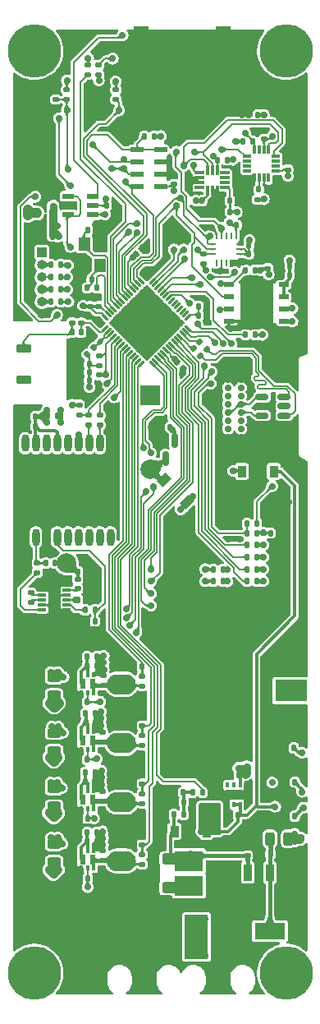
<source format=gtl>
%TF.GenerationSoftware,KiCad,Pcbnew,(6.0.1)*%
%TF.CreationDate,2022-06-27T19:55:09+02:00*%
%TF.ProjectId,kp-ptr,6b702d70-7472-42e6-9b69-6361645f7063,rev?*%
%TF.SameCoordinates,Original*%
%TF.FileFunction,Copper,L1,Top*%
%TF.FilePolarity,Positive*%
%FSLAX46Y46*%
G04 Gerber Fmt 4.6, Leading zero omitted, Abs format (unit mm)*
G04 Created by KiCad (PCBNEW (6.0.1)) date 2022-06-27 19:55:09*
%MOMM*%
%LPD*%
G01*
G04 APERTURE LIST*
G04 Aperture macros list*
%AMRoundRect*
0 Rectangle with rounded corners*
0 $1 Rounding radius*
0 $2 $3 $4 $5 $6 $7 $8 $9 X,Y pos of 4 corners*
0 Add a 4 corners polygon primitive as box body*
4,1,4,$2,$3,$4,$5,$6,$7,$8,$9,$2,$3,0*
0 Add four circle primitives for the rounded corners*
1,1,$1+$1,$2,$3*
1,1,$1+$1,$4,$5*
1,1,$1+$1,$6,$7*
1,1,$1+$1,$8,$9*
0 Add four rect primitives between the rounded corners*
20,1,$1+$1,$2,$3,$4,$5,0*
20,1,$1+$1,$4,$5,$6,$7,0*
20,1,$1+$1,$6,$7,$8,$9,0*
20,1,$1+$1,$8,$9,$2,$3,0*%
%AMRotRect*
0 Rectangle, with rotation*
0 The origin of the aperture is its center*
0 $1 length*
0 $2 width*
0 $3 Rotation angle, in degrees counterclockwise*
0 Add horizontal line*
21,1,$1,$2,0,0,$3*%
G04 Aperture macros list end*
%TA.AperFunction,SMDPad,CuDef*%
%ADD10RoundRect,0.147500X0.147500X0.172500X-0.147500X0.172500X-0.147500X-0.172500X0.147500X-0.172500X0*%
%TD*%
%TA.AperFunction,SMDPad,CuDef*%
%ADD11RoundRect,0.135000X-0.135000X-0.185000X0.135000X-0.185000X0.135000X0.185000X-0.135000X0.185000X0*%
%TD*%
%TA.AperFunction,SMDPad,CuDef*%
%ADD12RoundRect,0.135000X0.135000X0.185000X-0.135000X0.185000X-0.135000X-0.185000X0.135000X-0.185000X0*%
%TD*%
%TA.AperFunction,SMDPad,CuDef*%
%ADD13RoundRect,0.135000X-0.185000X0.135000X-0.185000X-0.135000X0.185000X-0.135000X0.185000X0.135000X0*%
%TD*%
%TA.AperFunction,SMDPad,CuDef*%
%ADD14RoundRect,0.135000X0.185000X-0.135000X0.185000X0.135000X-0.185000X0.135000X-0.185000X-0.135000X0*%
%TD*%
%TA.AperFunction,SMDPad,CuDef*%
%ADD15RoundRect,0.140000X0.140000X0.170000X-0.140000X0.170000X-0.140000X-0.170000X0.140000X-0.170000X0*%
%TD*%
%TA.AperFunction,SMDPad,CuDef*%
%ADD16RoundRect,0.243750X0.243750X0.456250X-0.243750X0.456250X-0.243750X-0.456250X0.243750X-0.456250X0*%
%TD*%
%TA.AperFunction,SMDPad,CuDef*%
%ADD17RoundRect,0.040600X-0.569400X-0.249400X0.569400X-0.249400X0.569400X0.249400X-0.569400X0.249400X0*%
%TD*%
%TA.AperFunction,SMDPad,CuDef*%
%ADD18R,1.150000X1.400000*%
%TD*%
%TA.AperFunction,SMDPad,CuDef*%
%ADD19RoundRect,0.147500X-0.172500X0.147500X-0.172500X-0.147500X0.172500X-0.147500X0.172500X0.147500X0*%
%TD*%
%TA.AperFunction,SMDPad,CuDef*%
%ADD20R,0.304800X0.609600*%
%TD*%
%TA.AperFunction,SMDPad,CuDef*%
%ADD21R,1.701800X1.092200*%
%TD*%
%TA.AperFunction,SMDPad,CuDef*%
%ADD22RoundRect,0.140000X-0.170000X0.140000X-0.170000X-0.140000X0.170000X-0.140000X0.170000X0.140000X0*%
%TD*%
%TA.AperFunction,SMDPad,CuDef*%
%ADD23RoundRect,0.140000X0.170000X-0.140000X0.170000X0.140000X-0.170000X0.140000X-0.170000X-0.140000X0*%
%TD*%
%TA.AperFunction,SMDPad,CuDef*%
%ADD24R,0.250000X0.728000*%
%TD*%
%TA.AperFunction,SMDPad,CuDef*%
%ADD25R,0.728000X0.250000*%
%TD*%
%TA.AperFunction,SMDPad,CuDef*%
%ADD26R,0.728000X0.252000*%
%TD*%
%TA.AperFunction,SMDPad,CuDef*%
%ADD27R,0.728000X0.260000*%
%TD*%
%TA.AperFunction,SMDPad,CuDef*%
%ADD28R,0.252000X0.728000*%
%TD*%
%TA.AperFunction,SMDPad,CuDef*%
%ADD29RoundRect,0.243750X0.456250X-0.243750X0.456250X0.243750X-0.456250X0.243750X-0.456250X-0.243750X0*%
%TD*%
%TA.AperFunction,SMDPad,CuDef*%
%ADD30RoundRect,0.140000X-0.140000X-0.170000X0.140000X-0.170000X0.140000X0.170000X-0.140000X0.170000X0*%
%TD*%
%TA.AperFunction,SMDPad,CuDef*%
%ADD31RoundRect,0.140000X-0.219203X-0.021213X-0.021213X-0.219203X0.219203X0.021213X0.021213X0.219203X0*%
%TD*%
%TA.AperFunction,SMDPad,CuDef*%
%ADD32RoundRect,0.008100X0.386900X0.126900X-0.386900X0.126900X-0.386900X-0.126900X0.386900X-0.126900X0*%
%TD*%
%TA.AperFunction,SMDPad,CuDef*%
%ADD33R,1.240000X2.130000*%
%TD*%
%TA.AperFunction,SMDPad,CuDef*%
%ADD34RoundRect,0.026400X-0.493600X-0.193600X0.493600X-0.193600X0.493600X0.193600X-0.493600X0.193600X0*%
%TD*%
%TA.AperFunction,SMDPad,CuDef*%
%ADD35R,3.400000X4.300000*%
%TD*%
%TA.AperFunction,SMDPad,CuDef*%
%ADD36RoundRect,0.147500X-0.147500X-0.172500X0.147500X-0.172500X0.147500X0.172500X-0.147500X0.172500X0*%
%TD*%
%TA.AperFunction,SMDPad,CuDef*%
%ADD37RoundRect,0.200000X-0.600000X0.200000X-0.600000X-0.200000X0.600000X-0.200000X0.600000X0.200000X0*%
%TD*%
%TA.AperFunction,SMDPad,CuDef*%
%ADD38R,0.900000X1.200000*%
%TD*%
%TA.AperFunction,SMDPad,CuDef*%
%ADD39RoundRect,0.140000X0.021213X-0.219203X0.219203X-0.021213X-0.021213X0.219203X-0.219203X0.021213X0*%
%TD*%
%TA.AperFunction,SMDPad,CuDef*%
%ADD40R,0.350000X0.500000*%
%TD*%
%TA.AperFunction,SMDPad,CuDef*%
%ADD41R,0.600000X1.000000*%
%TD*%
%TA.AperFunction,SMDPad,CuDef*%
%ADD42RoundRect,0.006600X-0.208597X-0.354826X0.354826X0.208597X0.208597X0.354826X-0.354826X-0.208597X0*%
%TD*%
%TA.AperFunction,SMDPad,CuDef*%
%ADD43RoundRect,0.022000X0.208597X-0.333047X0.333047X-0.208597X-0.208597X0.333047X-0.333047X0.208597X0*%
%TD*%
%TA.AperFunction,SMDPad,CuDef*%
%ADD44RotRect,4.000000X4.000000X45.000000*%
%TD*%
%TA.AperFunction,SMDPad,CuDef*%
%ADD45RoundRect,0.200000X-0.200000X-0.275000X0.200000X-0.275000X0.200000X0.275000X-0.200000X0.275000X0*%
%TD*%
%TA.AperFunction,SMDPad,CuDef*%
%ADD46RoundRect,0.250000X0.625000X-0.312500X0.625000X0.312500X-0.625000X0.312500X-0.625000X-0.312500X0*%
%TD*%
%TA.AperFunction,SMDPad,CuDef*%
%ADD47R,0.300000X0.855000*%
%TD*%
%TA.AperFunction,SMDPad,CuDef*%
%ADD48R,0.855000X0.300000*%
%TD*%
%TA.AperFunction,SMDPad,CuDef*%
%ADD49RoundRect,0.135000X0.226274X0.035355X0.035355X0.226274X-0.226274X-0.035355X-0.035355X-0.226274X0*%
%TD*%
%TA.AperFunction,SMDPad,CuDef*%
%ADD50RoundRect,0.021200X0.633800X0.243800X-0.633800X0.243800X-0.633800X-0.243800X0.633800X-0.243800X0*%
%TD*%
%TA.AperFunction,SMDPad,CuDef*%
%ADD51O,0.800000X1.800000*%
%TD*%
%TA.AperFunction,SMDPad,CuDef*%
%ADD52RoundRect,0.147500X0.017678X-0.226274X0.226274X-0.017678X-0.017678X0.226274X-0.226274X0.017678X0*%
%TD*%
%TA.AperFunction,SMDPad,CuDef*%
%ADD53RotRect,0.900000X1.200000X135.000000*%
%TD*%
%TA.AperFunction,SMDPad,CuDef*%
%ADD54R,0.850800X1.761200*%
%TD*%
%TA.AperFunction,SMDPad,CuDef*%
%ADD55R,3.150799X1.761200*%
%TD*%
%TA.AperFunction,SMDPad,CuDef*%
%ADD56RoundRect,0.140000X0.219203X0.021213X0.021213X0.219203X-0.219203X-0.021213X-0.021213X-0.219203X0*%
%TD*%
%TA.AperFunction,SMDPad,CuDef*%
%ADD57RoundRect,0.150000X-0.512500X-0.150000X0.512500X-0.150000X0.512500X0.150000X-0.512500X0.150000X0*%
%TD*%
%TA.AperFunction,SMDPad,CuDef*%
%ADD58RoundRect,0.150000X-0.150000X0.587500X-0.150000X-0.587500X0.150000X-0.587500X0.150000X0.587500X0*%
%TD*%
%TA.AperFunction,SMDPad,CuDef*%
%ADD59RoundRect,0.031500X-0.430000X-0.143500X0.430000X-0.143500X0.430000X0.143500X-0.430000X0.143500X0*%
%TD*%
%TA.AperFunction,SMDPad,CuDef*%
%ADD60RoundRect,0.031500X0.143500X-0.428000X0.143500X0.428000X-0.143500X0.428000X-0.143500X-0.428000X0*%
%TD*%
%TA.AperFunction,SMDPad,CuDef*%
%ADD61RoundRect,0.031500X0.430000X0.143500X-0.430000X0.143500X-0.430000X-0.143500X0.430000X-0.143500X0*%
%TD*%
%TA.AperFunction,SMDPad,CuDef*%
%ADD62RoundRect,0.031500X-0.143500X0.428000X-0.143500X-0.428000X0.143500X-0.428000X0.143500X0.428000X0*%
%TD*%
%TA.AperFunction,ComponentPad*%
%ADD63R,1.000000X1.000000*%
%TD*%
%TA.AperFunction,ComponentPad*%
%ADD64O,1.000000X1.000000*%
%TD*%
%TA.AperFunction,ComponentPad*%
%ADD65R,2.413000X4.572000*%
%TD*%
%TA.AperFunction,ComponentPad*%
%ADD66C,0.700000*%
%TD*%
%TA.AperFunction,ComponentPad*%
%ADD67O,3.200000X1.300000*%
%TD*%
%TA.AperFunction,ComponentPad*%
%ADD68O,2.500000X1.300000*%
%TD*%
%TA.AperFunction,ComponentPad*%
%ADD69RoundRect,1.050000X0.450000X0.000000X0.450000X0.000000X-0.450000X0.000000X-0.450000X0.000000X0*%
%TD*%
%TA.AperFunction,SMDPad,CuDef*%
%ADD70R,1.500000X5.080000*%
%TD*%
%TA.AperFunction,ComponentPad*%
%ADD71C,2.000000*%
%TD*%
%TA.AperFunction,ComponentPad*%
%ADD72R,2.000000X2.000000*%
%TD*%
%TA.AperFunction,ComponentPad*%
%ADD73R,3.000000X2.100000*%
%TD*%
%TA.AperFunction,ComponentPad*%
%ADD74R,3.302000X2.286000*%
%TD*%
%TA.AperFunction,ComponentPad*%
%ADD75R,3.302000X2.447000*%
%TD*%
%TA.AperFunction,ViaPad*%
%ADD76C,0.700000*%
%TD*%
%TA.AperFunction,ViaPad*%
%ADD77C,5.500000*%
%TD*%
%TA.AperFunction,Conductor*%
%ADD78C,0.150000*%
%TD*%
%TA.AperFunction,Conductor*%
%ADD79C,0.200000*%
%TD*%
%TA.AperFunction,Conductor*%
%ADD80C,0.300000*%
%TD*%
%TA.AperFunction,Conductor*%
%ADD81C,0.400000*%
%TD*%
%TA.AperFunction,Conductor*%
%ADD82C,0.800000*%
%TD*%
%TA.AperFunction,Conductor*%
%ADD83C,1.000000*%
%TD*%
G04 APERTURE END LIST*
D10*
%TO.P,D2,1,A1*%
%TO.N,Earth*%
X149075000Y-88265000D03*
%TO.P,D2,2,A2*%
%TO.N,Net-(ANT2-Pad1)*%
X148105000Y-88265000D03*
%TD*%
D11*
%TO.P,R27,1*%
%TO.N,I2C_SCL*%
X162050000Y-89255600D03*
%TO.P,R27,2*%
%TO.N,+3V3*%
X163070000Y-89255600D03*
%TD*%
D12*
%TO.P,R34,1*%
%TO.N,Net-(D10-Pad2)*%
X166575200Y-83312000D03*
%TO.P,R34,2*%
%TO.N,SERVO_EN*%
X165555200Y-83312000D03*
%TD*%
D11*
%TO.P,R16,1*%
%TO.N,Earth*%
X148842000Y-93345000D03*
%TO.P,R16,2*%
%TO.N,ANTON*%
X149862000Y-93345000D03*
%TD*%
%TO.P,R42,1*%
%TO.N,Earth*%
X156563600Y-73355200D03*
%TO.P,R42,2*%
%TO.N,BUZZER*%
X157583600Y-73355200D03*
%TD*%
D13*
%TO.P,R59,1*%
%TO.N,IGN4_DET*%
X154736800Y-99007200D03*
%TO.P,R59,2*%
%TO.N,Net-(J13-Pad2)*%
X154736800Y-100027200D03*
%TD*%
D12*
%TO.P,R39,1*%
%TO.N,Net-(J7-Pad8)*%
X166575200Y-84277200D03*
%TO.P,R39,2*%
%TO.N,SERVO_EN*%
X165555200Y-84277200D03*
%TD*%
%TO.P,R37,1*%
%TO.N,Net-(J7-Pad6)*%
X166575200Y-86749466D03*
%TO.P,R37,2*%
%TO.N,SERVO_3*%
X165555200Y-86749466D03*
%TD*%
D14*
%TO.P,R15,1*%
%TO.N,+3V3*%
X161036000Y-56517000D03*
%TO.P,R15,2*%
%TO.N,SPI_CS_LIS*%
X161036000Y-55497000D03*
%TD*%
D15*
%TO.P,C3,1*%
%TO.N,+3V3*%
X149273200Y-68529200D03*
%TO.P,C3,2*%
%TO.N,Earth*%
X148313200Y-68529200D03*
%TD*%
D12*
%TO.P,R60,1*%
%TO.N,IGN2_PWR*%
X149862000Y-108966000D03*
%TO.P,R60,2*%
%TO.N,Net-(C49-Pad2)*%
X148842000Y-108966000D03*
%TD*%
D16*
%TO.P,F1,1*%
%TO.N,+5V*%
X169796700Y-115773200D03*
%TO.P,F1,2*%
%TO.N,Net-(C35-Pad1)*%
X167921700Y-115773200D03*
%TD*%
D15*
%TO.P,C24,1*%
%TO.N,+3.3VADC*%
X143736000Y-72263000D03*
%TO.P,C24,2*%
%TO.N,Earth*%
X142776000Y-72263000D03*
%TD*%
D13*
%TO.P,R41,1*%
%TO.N,Net-(D12-Pad2)*%
X149148800Y-36015200D03*
%TO.P,R41,2*%
%TO.N,LED2*%
X149148800Y-37035200D03*
%TD*%
D12*
%TO.P,R38,1*%
%TO.N,Net-(J7-Pad7)*%
X166575200Y-85496400D03*
%TO.P,R38,2*%
%TO.N,SERVO_4*%
X165555200Y-85496400D03*
%TD*%
D11*
%TO.P,R8,1*%
%TO.N,Net-(C14-Pad2)*%
X149045200Y-59029600D03*
%TO.P,R8,2*%
%TO.N,Net-(R8-Pad2)*%
X150065200Y-59029600D03*
%TD*%
D15*
%TO.P,C6,1*%
%TO.N,+3V3*%
X149273200Y-66903600D03*
%TO.P,C6,2*%
%TO.N,Earth*%
X148313200Y-66903600D03*
%TD*%
%TO.P,C46,1*%
%TO.N,+3V3*%
X166646800Y-41198800D03*
%TO.P,C46,2*%
%TO.N,Earth*%
X165686800Y-41198800D03*
%TD*%
D17*
%TO.P,U12,1,A1*%
%TO.N,Net-(IC1-Pad7)*%
X147107000Y-49596000D03*
%TO.P,U12,2,GND*%
%TO.N,Earth*%
X147107000Y-50546000D03*
%TO.P,U12,3,A2*%
%TO.N,Net-(IC1-Pad7)*%
X147107000Y-51496000D03*
%TO.P,U12,4,Y2*%
%TO.N,Net-(IC1-Pad6)*%
X149597000Y-51496000D03*
%TO.P,U12,5,VCC*%
%TO.N,+3.3VP*%
X149597000Y-50546000D03*
%TO.P,U12,6,Y1*%
%TO.N,Net-(D8-Pad1)*%
X149597000Y-49596000D03*
%TD*%
D12*
%TO.P,R24,1*%
%TO.N,Net-(D6-Pad1)*%
X170486800Y-109931200D03*
%TO.P,R24,2*%
%TO.N,Earth*%
X169466800Y-109931200D03*
%TD*%
D15*
%TO.P,C37,1*%
%TO.N,VDD*%
X164614800Y-113334800D03*
%TO.P,C37,2*%
%TO.N,Earth*%
X163654800Y-113334800D03*
%TD*%
D14*
%TO.P,R44,1*%
%TO.N,IGN1_DET*%
X154736800Y-104142000D03*
%TO.P,R44,2*%
%TO.N,Earth*%
X154736800Y-103122000D03*
%TD*%
D12*
%TO.P,R36,1*%
%TO.N,Net-(J7-Pad5)*%
X166575200Y-88002532D03*
%TO.P,R36,2*%
%TO.N,SERVO_2*%
X165555200Y-88002532D03*
%TD*%
D14*
%TO.P,R54,1*%
%TO.N,IGN2_DET*%
X154736800Y-110111000D03*
%TO.P,R54,2*%
%TO.N,Earth*%
X154736800Y-109091000D03*
%TD*%
D18*
%TO.P,Y1,1,1*%
%TO.N,Net-(C14-Pad2)*%
X150365000Y-56723000D03*
%TO.P,Y1,2,GND*%
%TO.N,Earth*%
X150365000Y-54523000D03*
%TO.P,Y1,3,2*%
%TO.N,Net-(C15-Pad1)*%
X148765000Y-54523000D03*
%TO.P,Y1,4,GND*%
%TO.N,Earth*%
X148765000Y-56723000D03*
%TD*%
D12*
%TO.P,R25,1*%
%TO.N,Net-(D7-Pad1)*%
X170385200Y-106426000D03*
%TO.P,R25,2*%
%TO.N,Earth*%
X169365200Y-106426000D03*
%TD*%
D19*
%TO.P,L3,1,1*%
%TO.N,Net-(L3-Pad1)*%
X143256000Y-90447000D03*
%TO.P,L3,2,2*%
%TO.N,Net-(L3-Pad2)*%
X143256000Y-91417000D03*
%TD*%
D20*
%TO.P,U9,1,VOUT*%
%TO.N,+3V3*%
X164835586Y-110248700D03*
%TO.P,U9,2,ADJ/NC*%
%TO.N,unconnected-(U9-Pad2)*%
X164185600Y-110248700D03*
%TO.P,U9,3,PG*%
%TO.N,unconnected-(U9-Pad3)*%
X163535614Y-110248700D03*
%TO.P,U9,4,GND*%
%TO.N,Earth*%
X163535614Y-112255300D03*
%TO.P,U9,5,EN*%
%TO.N,VDD*%
X164185600Y-112255300D03*
%TO.P,U9,6,VIN*%
X164835586Y-112255300D03*
D21*
%TO.P,U9,7,GND*%
%TO.N,Earth*%
X164185600Y-111252000D03*
%TD*%
D22*
%TO.P,C32,1*%
%TO.N,Net-(ANT2-Pad1)*%
X148082000Y-89055000D03*
%TO.P,C32,2*%
%TO.N,Net-(C32-Pad2)*%
X148082000Y-90015000D03*
%TD*%
D12*
%TO.P,R50,1*%
%TO.N,IGN1_PWR*%
X149912800Y-102870000D03*
%TO.P,R50,2*%
%TO.N,Net-(C47-Pad2)*%
X148892800Y-102870000D03*
%TD*%
D23*
%TO.P,C17,1*%
%TO.N,+3V3*%
X167284400Y-43710800D03*
%TO.P,C17,2*%
%TO.N,Earth*%
X167284400Y-42750800D03*
%TD*%
D24*
%TO.P,U4,1,VDDIO*%
%TO.N,+3V3*%
X164404400Y-53637800D03*
%TO.P,U4,2*%
%TO.N,N/C*%
X163904400Y-53637800D03*
%TO.P,U4,3*%
X163404400Y-53637800D03*
%TO.P,U4,4,SCL/SPC*%
%TO.N,SPI_CLK*%
X162904400Y-53637800D03*
%TO.P,U4,5,GND*%
%TO.N,Earth*%
X162404400Y-53637800D03*
D25*
%TO.P,U4,6,SDA/SDI*%
%TO.N,SPI_MOSI*%
X161990400Y-54551800D03*
D26*
%TO.P,U4,7,SA0/SDO*%
%TO.N,SPI_MISO*%
X161990400Y-55052800D03*
D27*
%TO.P,U4,8,CS*%
%TO.N,SPI_CS_LIS*%
X161990400Y-55556800D03*
D24*
%TO.P,U4,9,INT2*%
%TO.N,unconnected-(U4-Pad9)*%
X162404400Y-56465800D03*
%TO.P,U4,10,GNDR*%
%TO.N,Earth*%
X162904400Y-56465800D03*
D28*
%TO.P,U4,11,INT1*%
%TO.N,unconnected-(U4-Pad11)*%
X163405400Y-56465800D03*
D24*
%TO.P,U4,12,GND*%
%TO.N,Earth*%
X163904400Y-56465800D03*
%TO.P,U4,13,GND*%
X164404400Y-56465800D03*
D27*
%TO.P,U4,14,VDD*%
%TO.N,+3V3*%
X164818400Y-55556800D03*
D25*
%TO.P,U4,15,VDDR*%
X164818400Y-55051800D03*
%TO.P,U4,16,GND*%
%TO.N,Earth*%
X164818400Y-54551800D03*
%TD*%
D15*
%TO.P,C23,1*%
%TO.N,+3.3VADC*%
X143736000Y-73279000D03*
%TO.P,C23,2*%
%TO.N,Earth*%
X142776000Y-73279000D03*
%TD*%
%TO.P,C16,1*%
%TO.N,Net-(C16-Pad1)*%
X166748400Y-48869600D03*
%TO.P,C16,2*%
%TO.N,Earth*%
X165788400Y-48869600D03*
%TD*%
D12*
%TO.P,R4,1*%
%TO.N,U0TXD*%
X146306000Y-57931269D03*
%TO.P,R4,2*%
%TO.N,Net-(J1-Pad3)*%
X145286000Y-57931269D03*
%TD*%
D29*
%TO.P,F3,1*%
%TO.N,VCC*%
X145643600Y-118183900D03*
%TO.P,F3,2*%
%TO.N,IGN3_PWR*%
X145643600Y-116308900D03*
%TD*%
D12*
%TO.P,R55,1*%
%TO.N,IGN4_DET*%
X154688000Y-98044000D03*
%TO.P,R55,2*%
%TO.N,Earth*%
X153668000Y-98044000D03*
%TD*%
D30*
%TO.P,C14,1*%
%TO.N,Earth*%
X148567200Y-58166000D03*
%TO.P,C14,2*%
%TO.N,Net-(C14-Pad2)*%
X149527200Y-58166000D03*
%TD*%
D31*
%TO.P,C10,1*%
%TO.N,+3V3*%
X158359789Y-66665789D03*
%TO.P,C10,2*%
%TO.N,Earth*%
X159038611Y-67344611D03*
%TD*%
D15*
%TO.P,C49,1*%
%TO.N,IGN2_PWR*%
X149832000Y-109855000D03*
%TO.P,C49,2*%
%TO.N,Net-(C49-Pad2)*%
X148872000Y-109855000D03*
%TD*%
D32*
%TO.P,U6,1,GND*%
%TO.N,Earth*%
X146939000Y-92186000D03*
%TO.P,U6,2,Vctl*%
%TO.N,Net-(R17-Pad2)*%
X146939000Y-91686000D03*
%TO.P,U6,3,VDD*%
%TO.N,+3.3VADC*%
X146939000Y-91186000D03*
%TO.P,U6,4,NC/GND*%
%TO.N,Earth*%
X146939000Y-90686000D03*
%TO.P,U6,5,Pre/IN*%
%TO.N,Net-(C32-Pad2)*%
X146939000Y-90186000D03*
%TO.P,U6,6,GND*%
%TO.N,Earth*%
X144399000Y-90186000D03*
%TO.P,U6,7,Pre/OUT*%
%TO.N,Net-(L3-Pad1)*%
X144399000Y-90686000D03*
%TO.P,U6,8,LNAIN*%
%TO.N,Net-(L3-Pad2)*%
X144399000Y-91186000D03*
%TO.P,U6,9,NC/GND*%
%TO.N,Earth*%
X144399000Y-91686000D03*
%TO.P,U6,10,Post/OUT*%
%TO.N,Net-(C25-Pad1)*%
X144399000Y-92186000D03*
D33*
%TO.P,U6,11,GND*%
%TO.N,Earth*%
X145669000Y-91186000D03*
%TD*%
D15*
%TO.P,C42,1*%
%TO.N,+3.3VP*%
X145463200Y-53721000D03*
%TO.P,C42,2*%
%TO.N,Earth*%
X144503200Y-53721000D03*
%TD*%
D12*
%TO.P,R1,1*%
%TO.N,BOOT_PIN*%
X146306000Y-59182000D03*
%TO.P,R1,2*%
%TO.N,Net-(J1-Pad4)*%
X145286000Y-59182000D03*
%TD*%
D23*
%TO.P,C4,1*%
%TO.N,Earth*%
X150266400Y-68958400D03*
%TO.P,C4,2*%
%TO.N,CHIP_PU*%
X150266400Y-67998400D03*
%TD*%
D13*
%TO.P,R52,1*%
%TO.N,IGN1_PWR*%
X150622000Y-104773000D03*
%TO.P,R52,2*%
%TO.N,Net-(J10-Pad2)*%
X150622000Y-105793000D03*
%TD*%
D34*
%TO.P,U11,1,~{CS}*%
%TO.N,SPI_CS_FLASH*%
X163677400Y-58686000D03*
%TO.P,U11,2,DO(IO1)*%
%TO.N,SPI_MISO*%
X163677400Y-59956000D03*
%TO.P,U11,3,IO2*%
%TO.N,+3V3*%
X163677400Y-61226000D03*
%TO.P,U11,4,GND*%
%TO.N,Earth*%
X163677400Y-62496000D03*
%TO.P,U11,5,DI(IO0)*%
%TO.N,SPI_MOSI*%
X169367400Y-62496000D03*
%TO.P,U11,6,CLK*%
%TO.N,SPI_CLK*%
X169367400Y-61226000D03*
%TO.P,U11,7,IO3*%
%TO.N,+3V3*%
X169367400Y-59956000D03*
%TO.P,U11,8,VCC*%
X169367400Y-58686000D03*
D35*
%TO.P,U11,9*%
%TO.N,Earth*%
X166522400Y-60591000D03*
%TD*%
D12*
%TO.P,R35,1*%
%TO.N,Net-(J7-Pad4)*%
X166575200Y-89255600D03*
%TO.P,R35,2*%
%TO.N,SERVO_1*%
X165555200Y-89255600D03*
%TD*%
D36*
%TO.P,L1,1,1*%
%TO.N,Net-(AE1-Pad1)*%
X147472400Y-63601600D03*
%TO.P,L1,2,2*%
%TO.N,Net-(C2-Pad1)*%
X148442400Y-63601600D03*
%TD*%
D13*
%TO.P,R58,1*%
%TO.N,IGN2_DET*%
X154736800Y-111152000D03*
%TO.P,R58,2*%
%TO.N,Net-(J12-Pad2)*%
X154736800Y-112172000D03*
%TD*%
D30*
%TO.P,C41,1*%
%TO.N,+3.3VP*%
X151031000Y-50546000D03*
%TO.P,C41,2*%
%TO.N,Earth*%
X151991000Y-50546000D03*
%TD*%
D29*
%TO.P,F2,1*%
%TO.N,VCC*%
X145643600Y-106736966D03*
%TO.P,F2,2*%
%TO.N,IGN1_PWR*%
X145643600Y-104861966D03*
%TD*%
D37*
%TO.P,AE1,1,FEED*%
%TO.N,Net-(AE1-Pad1)*%
X142494000Y-65303600D03*
%TO.P,AE1,2,PCB_Trace*%
%TO.N,unconnected-(AE1-Pad2)*%
X142494000Y-68503600D03*
%TD*%
D11*
%TO.P,R32,1*%
%TO.N,I2C_SDA*%
X162050000Y-88036400D03*
%TO.P,R32,2*%
%TO.N,+3V3*%
X163070000Y-88036400D03*
%TD*%
D38*
%TO.P,D3,1,K*%
%TO.N,VDD*%
X168324800Y-77927200D03*
%TO.P,D3,2,A*%
%TO.N,VBUS*%
X165024800Y-77927200D03*
%TD*%
D15*
%TO.P,C28,1*%
%TO.N,+3V3*%
X163802000Y-51181000D03*
%TO.P,C28,2*%
%TO.N,Earth*%
X162842000Y-51181000D03*
%TD*%
D39*
%TO.P,C11,1*%
%TO.N,+3V3*%
X154092589Y-55559011D03*
%TO.P,C11,2*%
%TO.N,Earth*%
X154771411Y-54880189D03*
%TD*%
D30*
%TO.P,C12,1*%
%TO.N,Net-(C12-Pad1)*%
X160556000Y-61874400D03*
%TO.P,C12,2*%
%TO.N,Earth*%
X161516000Y-61874400D03*
%TD*%
D40*
%TO.P,Q4,1,S1*%
%TO.N,Earth*%
X148448000Y-112660000D03*
%TO.P,Q4,2,G1*%
%TO.N,IGN2_EN*%
X149098000Y-112660000D03*
D41*
%TO.P,Q4,3,D2*%
%TO.N,Net-(J12-Pad2)*%
X149623000Y-111760000D03*
D40*
X149748000Y-112660000D03*
%TO.P,Q4,4,S2*%
%TO.N,IGN2_PWR*%
X149748000Y-110860000D03*
%TO.P,Q4,5,D1*%
%TO.N,Net-(C49-Pad2)*%
X149098000Y-110860000D03*
D41*
%TO.P,Q4,6,G2*%
X148573000Y-111760000D03*
D40*
X148448000Y-110860000D03*
%TD*%
D12*
%TO.P,R51,1*%
%TO.N,IGN3_PWR*%
X150065200Y-115112800D03*
%TO.P,R51,2*%
%TO.N,Net-(C48-Pad2)*%
X149045200Y-115112800D03*
%TD*%
D42*
%TO.P,U1,1,LNA_IN/RF*%
%TO.N,Net-(C2-Pad1)*%
X150919540Y-63208505D03*
%TO.P,U1,2,VDD3P3*%
%TO.N,Net-(C7-Pad1)*%
X151202382Y-63491348D03*
%TO.P,U1,3,VDD3P3*%
X151485225Y-63774191D03*
%TO.P,U1,4,CHIP_PU/RESET*%
%TO.N,CHIP_PU*%
X151768068Y-64057033D03*
%TO.P,U1,5,GPIO0/BOOT*%
%TO.N,BOOT_PIN*%
X152050910Y-64339876D03*
%TO.P,U1,6,GPIO1/ADC1_CH0*%
%TO.N,GPS_IN*%
X152333753Y-64622719D03*
%TO.P,U1,7,GPIO2/ADC1_CH1*%
%TO.N,GPS_OUT*%
X152616596Y-64905562D03*
%TO.P,U1,8,GPIO3/ADC1_CH2*%
%TO.N,RF_RST*%
X152899438Y-65188404D03*
%TO.P,U1,9,GPIO4/ADC1_CH3*%
%TO.N,IGN4_DET*%
X153182281Y-65471247D03*
%TO.P,U1,10,GPIO5/ADC1_CH4*%
%TO.N,IGN1_DET*%
X153465124Y-65754090D03*
%TO.P,U1,11,GPIO6/ADC1_CH5*%
%TO.N,IGN2_DET*%
X153747967Y-66036932D03*
%TO.P,U1,12,GPIO7/ADC1_CH6*%
%TO.N,IGN3_DET*%
X154030809Y-66319775D03*
%TO.P,U1,13,GPIO8/ADC1_CH7*%
%TO.N,VBAT_MEAS*%
X154313652Y-66602618D03*
%TO.P,U1,14,GPIO9/ADC1_CH8*%
%TO.N,IGN3_EN*%
X154596495Y-66885460D03*
D43*
%TO.P,U1,15,GPIO10/ADC1_CH9*%
%TO.N,IGN2_EN*%
X155791505Y-66885460D03*
%TO.P,U1,16,GPIO11/ADC2_CH0*%
%TO.N,IGN1_EN*%
X156074348Y-66602618D03*
%TO.P,U1,17,GPIO12/ADC2_CH1*%
%TO.N,IGN4_EN*%
X156357191Y-66319775D03*
%TO.P,U1,18,GPIO13/ADC2_CH2*%
%TO.N,UART1_OUT*%
X156640033Y-66036932D03*
%TO.P,U1,19,GPIO14/ADC2_CH3*%
%TO.N,UART1_IN*%
X156922876Y-65754090D03*
%TO.P,U1,20,VDD3P3_RTC*%
%TO.N,+3V3*%
X157205719Y-65471247D03*
%TO.P,U1,21,GPIO15/ADC2_CH4/XTAL_32K_P*%
%TO.N,I2C_SDA*%
X157488562Y-65188404D03*
%TO.P,U1,22,GPIO16/ADC2_CH5/XTAL_32K_N*%
%TO.N,I2C_SCL*%
X157771404Y-64905562D03*
%TO.P,U1,23,GPIO17/ADC2_CH6/DAC_2*%
%TO.N,SERVO_1*%
X158054247Y-64622719D03*
%TO.P,U1,24,GPIO18/ADC2_CH7/DAC_1*%
%TO.N,SERVO_2*%
X158337090Y-64339876D03*
%TO.P,U1,25,GPIO19/USB_D-/ADC2_CH8*%
%TO.N,Net-(R6-Pad2)*%
X158619932Y-64057033D03*
%TO.P,U1,26,GPIO20/USB_D+/ADC2_CH9*%
%TO.N,Net-(R7-Pad2)*%
X158902775Y-63774191D03*
%TO.P,U1,27,GPIO21*%
%TO.N,SERVO_3*%
X159185618Y-63491348D03*
%TO.P,U1,28,SPI_CS1/GPIO26*%
%TO.N,SERVO_4*%
X159468460Y-63208505D03*
D42*
%TO.P,U1,29,VDD_SPI*%
%TO.N,Net-(C12-Pad1)*%
X159468460Y-62013495D03*
%TO.P,U1,30,SPIHD/GPIO27*%
%TO.N,unconnected-(U1-Pad30)*%
X159185618Y-61730652D03*
%TO.P,U1,31,SPIWP/GPIO28*%
%TO.N,unconnected-(U1-Pad31)*%
X158902775Y-61447809D03*
%TO.P,U1,32,SPICS0/GPIO29*%
%TO.N,unconnected-(U1-Pad32)*%
X158619932Y-61164967D03*
%TO.P,U1,33,SPICLK/GPIO30*%
%TO.N,unconnected-(U1-Pad33)*%
X158337090Y-60882124D03*
%TO.P,U1,34,SPIQ/GPIO31*%
%TO.N,unconnected-(U1-Pad34)*%
X158054247Y-60599281D03*
%TO.P,U1,35,SPID/GPIO32*%
%TO.N,unconnected-(U1-Pad35)*%
X157771404Y-60316438D03*
%TO.P,U1,36,SPICLK_N/GPIO48*%
%TO.N,SERVO_EN*%
X157488562Y-60033596D03*
%TO.P,U1,37,SPICLK_P/GPIO47*%
%TO.N,LED1*%
X157205719Y-59750753D03*
%TO.P,U1,38,GPIO33*%
%TO.N,SPI_CS_FLASH*%
X156922876Y-59467910D03*
%TO.P,U1,39,GPIO34*%
%TO.N,SPI_CS_MAG*%
X156640033Y-59185068D03*
%TO.P,U1,40,GPIO35*%
%TO.N,SPI_CS_LSM*%
X156357191Y-58902225D03*
%TO.P,U1,41,GPIO36*%
%TO.N,SPI_CS_LIS*%
X156074348Y-58619382D03*
%TO.P,U1,42,GPIO37*%
%TO.N,RF_BUSY*%
X155791505Y-58336540D03*
D43*
%TO.P,U1,43,GPIO38*%
%TO.N,SPI_MISO*%
X154596495Y-58336540D03*
%TO.P,U1,44,MTCK/JTAG/GPIO39*%
%TO.N,SPI_MOSI*%
X154313652Y-58619382D03*
%TO.P,U1,45,MTDO/JTAG/GPIO40*%
%TO.N,SPI_CLK*%
X154030809Y-58902225D03*
%TO.P,U1,46,VDD3P3_CPU*%
%TO.N,+3V3*%
X153747967Y-59185068D03*
%TO.P,U1,47,MTDI/JTAG/GPIO41*%
%TO.N,SPI_CS_MS5607*%
X153465124Y-59467910D03*
%TO.P,U1,48,MTMS/JTAG/GPIO42*%
%TO.N,SPI_CS_LORA*%
X153182281Y-59750753D03*
%TO.P,U1,49,U0TXD/PROG/GPIO43*%
%TO.N,U0TXD*%
X152899438Y-60033596D03*
%TO.P,U1,50,U0RXD/PROG/GPIO44*%
%TO.N,U0RXD*%
X152616596Y-60316438D03*
%TO.P,U1,51,GPIO45*%
%TO.N,BUZZER*%
X152333753Y-60599281D03*
%TO.P,U1,52,GPIO46*%
%TO.N,LED2*%
X152050910Y-60882124D03*
%TO.P,U1,53,XTAL_N*%
%TO.N,Net-(C15-Pad1)*%
X151768068Y-61164967D03*
%TO.P,U1,54,XTAL_P*%
%TO.N,Net-(R8-Pad2)*%
X151485225Y-61447809D03*
%TO.P,U1,55,VDDA*%
%TO.N,+3V3*%
X151202382Y-61730652D03*
%TO.P,U1,56,VDDA*%
X150919540Y-62013495D03*
D44*
%TO.P,U1,57,GND*%
%TO.N,Earth*%
X155194000Y-62611000D03*
%TD*%
D12*
%TO.P,R3,1*%
%TO.N,U0RXD*%
X146306000Y-56642000D03*
%TO.P,R3,2*%
%TO.N,Net-(J1-Pad2)*%
X145286000Y-56642000D03*
%TD*%
D14*
%TO.P,R30,1*%
%TO.N,RF_RST*%
X145796000Y-39626000D03*
%TO.P,R30,2*%
%TO.N,Earth*%
X145796000Y-38606000D03*
%TD*%
D30*
%TO.P,C22,1*%
%TO.N,+3V3*%
X164467600Y-52578000D03*
%TO.P,C22,2*%
%TO.N,Earth*%
X165427600Y-52578000D03*
%TD*%
D12*
%TO.P,R17,1*%
%TO.N,ANTON*%
X149862000Y-92202000D03*
%TO.P,R17,2*%
%TO.N,Net-(R17-Pad2)*%
X148842000Y-92202000D03*
%TD*%
D45*
%TO.P,FB2,1*%
%TO.N,+3V3*%
X143891000Y-51308000D03*
%TO.P,FB2,2*%
%TO.N,+3.3VP*%
X145541000Y-51308000D03*
%TD*%
D46*
%TO.P,R21,1*%
%TO.N,+BATT*%
X157632400Y-120791700D03*
%TO.P,R21,2*%
%TO.N,VCC*%
X157632400Y-117866700D03*
%TD*%
D15*
%TO.P,C26,1*%
%TO.N,Earth*%
X149070000Y-91186000D03*
%TO.P,C26,2*%
%TO.N,+3.3VADC*%
X148110000Y-91186000D03*
%TD*%
D13*
%TO.P,R12,1*%
%TO.N,GPS_IN*%
X149225000Y-72134000D03*
%TO.P,R12,2*%
%TO.N,Net-(R12-Pad2)*%
X149225000Y-73154000D03*
%TD*%
D29*
%TO.P,F5,1*%
%TO.N,VCC*%
X145643600Y-101013500D03*
%TO.P,F5,2*%
%TO.N,IGN4_PWR*%
X145643600Y-99138500D03*
%TD*%
D15*
%TO.P,C39,1*%
%TO.N,+3V3*%
X169951289Y-57707400D03*
%TO.P,C39,2*%
%TO.N,Earth*%
X168991289Y-57707400D03*
%TD*%
D47*
%TO.P,U3,1,SCL/SPI_SCK*%
%TO.N,SPI_CLK*%
X167789625Y-44742411D03*
%TO.P,U3,2,VDD*%
%TO.N,+3V3*%
X167289625Y-44742411D03*
%TO.P,U3,3,NC*%
%TO.N,unconnected-(U3-Pad3)*%
X166789625Y-44742411D03*
%TO.P,U3,4,~{SPI_CS}*%
%TO.N,SPI_CS_MAG*%
X166289625Y-44742411D03*
D48*
%TO.P,U3,5,SPI_SDO*%
%TO.N,SPI_MISO*%
X165562125Y-45469911D03*
%TO.P,U3,6,NC*%
%TO.N,unconnected-(U3-Pad6)*%
X165562125Y-45969911D03*
%TO.P,U3,7,NC*%
%TO.N,unconnected-(U3-Pad7)*%
X165562125Y-46469911D03*
%TO.P,U3,8,NC*%
%TO.N,unconnected-(U3-Pad8)*%
X165562125Y-46969911D03*
D47*
%TO.P,U3,9,GND*%
%TO.N,Earth*%
X166289625Y-47697411D03*
%TO.P,U3,10,CAP*%
%TO.N,Net-(C16-Pad1)*%
X166789625Y-47697411D03*
%TO.P,U3,11,GND*%
%TO.N,Earth*%
X167289625Y-47697411D03*
%TO.P,U3,12,NC*%
%TO.N,unconnected-(U3-Pad12)*%
X167789625Y-47697411D03*
D48*
%TO.P,U3,13,VDDIO*%
%TO.N,+3V3*%
X168517125Y-46969911D03*
%TO.P,U3,14,NC*%
%TO.N,unconnected-(U3-Pad14)*%
X168517125Y-46469911D03*
%TO.P,U3,15,INT*%
%TO.N,unconnected-(U3-Pad15)*%
X168517125Y-45969911D03*
%TO.P,U3,16,SDA/SPI_SDI*%
%TO.N,SPI_MOSI*%
X168517125Y-45469911D03*
%TD*%
D49*
%TO.P,R6,1*%
%TO.N,USB_DM*%
X160761624Y-65989200D03*
%TO.P,R6,2*%
%TO.N,Net-(R6-Pad2)*%
X160040376Y-65267952D03*
%TD*%
D12*
%TO.P,R47,1*%
%TO.N,IGN3_EN*%
X149102000Y-119888000D03*
%TO.P,R47,2*%
%TO.N,Earth*%
X148082000Y-119888000D03*
%TD*%
D13*
%TO.P,R49,1*%
%TO.N,IGN3_DET*%
X154736800Y-117396800D03*
%TO.P,R49,2*%
%TO.N,Net-(J11-Pad2)*%
X154736800Y-118416800D03*
%TD*%
%TO.P,R29,1*%
%TO.N,+3.3VP*%
X146939000Y-38606000D03*
%TO.P,R29,2*%
%TO.N,RF_RST*%
X146939000Y-39626000D03*
%TD*%
D50*
%TO.P,U2,1,VDD*%
%TO.N,+3V3*%
X156622600Y-48560200D03*
%TO.P,U2,2,PS*%
%TO.N,Earth*%
X156622600Y-47310200D03*
%TO.P,U2,3,GND*%
X156622600Y-46060200D03*
%TO.P,U2,4,~{CSB}*%
%TO.N,SPI_CS_MS5607*%
X156622600Y-44810200D03*
%TO.P,U2,5,~{CSB}*%
X154222600Y-44810200D03*
%TO.P,U2,6,SDO*%
%TO.N,SPI_MISO*%
X154222600Y-46060200D03*
%TO.P,U2,7,SDI/SDA*%
%TO.N,SPI_MOSI*%
X154222600Y-47310200D03*
%TO.P,U2,8,SCLK*%
%TO.N,SPI_CLK*%
X154222600Y-48560200D03*
%TD*%
D38*
%TO.P,D4,1,K*%
%TO.N,VDD*%
X161365200Y-115011200D03*
%TO.P,D4,2,A*%
%TO.N,VCC*%
X158065200Y-115011200D03*
%TD*%
D23*
%TO.P,C9,1*%
%TO.N,+3V3*%
X149352000Y-60932000D03*
%TO.P,C9,2*%
%TO.N,Earth*%
X149352000Y-59972000D03*
%TD*%
D11*
%TO.P,R19,1*%
%TO.N,VCC*%
X157986000Y-113284000D03*
%TO.P,R19,2*%
%TO.N,Net-(C33-Pad1)*%
X159006000Y-113284000D03*
%TD*%
D15*
%TO.P,C33,1*%
%TO.N,Net-(C33-Pad1)*%
X158976000Y-110998000D03*
%TO.P,C33,2*%
%TO.N,Earth*%
X158016000Y-110998000D03*
%TD*%
%TO.P,C50,1*%
%TO.N,IGN4_PWR*%
X150035200Y-97942400D03*
%TO.P,C50,2*%
%TO.N,Net-(C50-Pad2)*%
X149075200Y-97942400D03*
%TD*%
D14*
%TO.P,R13,1*%
%TO.N,Net-(R13-Pad1)*%
X150368000Y-73154000D03*
%TO.P,R13,2*%
%TO.N,GPS_OUT*%
X150368000Y-72134000D03*
%TD*%
D12*
%TO.P,R20,1*%
%TO.N,Net-(C33-Pad1)*%
X159006000Y-112014000D03*
%TO.P,R20,2*%
%TO.N,Earth*%
X157986000Y-112014000D03*
%TD*%
D51*
%TO.P,U5,1,GND*%
%TO.N,Earth*%
X151466000Y-75033000D03*
%TO.P,U5,2,TXD1*%
%TO.N,Net-(R13-Pad1)*%
X150366000Y-75033000D03*
%TO.P,U5,3,RXD1*%
%TO.N,Net-(R12-Pad2)*%
X149266000Y-75033000D03*
%TO.P,U5,4,1PPS*%
%TO.N,Net-(R14-Pad2)*%
X148166000Y-75033000D03*
%TO.P,U5,5,STANDBY*%
%TO.N,unconnected-(U5-Pad5)*%
X147066000Y-75033000D03*
%TO.P,U5,6,V_BCKP*%
%TO.N,+3.3VADC*%
X145966000Y-75033000D03*
%TO.P,U5,7,NC*%
%TO.N,unconnected-(U5-Pad7)*%
X144866000Y-75033000D03*
%TO.P,U5,8,VCC*%
%TO.N,+3.3VADC*%
X143766000Y-75033000D03*
%TO.P,U5,9,RESET*%
%TO.N,unconnected-(U5-Pad9)*%
X142666000Y-75033000D03*
%TO.P,U5,10,GND*%
%TO.N,Earth*%
X142666000Y-84733000D03*
%TO.P,U5,11,RF_IN*%
%TO.N,Net-(C25-Pad2)*%
X143766000Y-84733000D03*
%TO.P,U5,12,GND*%
%TO.N,Earth*%
X144866000Y-84733000D03*
%TO.P,U5,13,ANTON*%
%TO.N,ANTON*%
X145966000Y-84733000D03*
%TO.P,U5,14,VCC_RF*%
%TO.N,unconnected-(U5-Pad14)*%
X147066000Y-84733000D03*
%TO.P,U5,15,NC*%
%TO.N,unconnected-(U5-Pad15)*%
X148166000Y-84733000D03*
%TO.P,U5,16,NC*%
%TO.N,unconnected-(U5-Pad16)*%
X149266000Y-84733000D03*
%TO.P,U5,17,NC*%
%TO.N,unconnected-(U5-Pad17)*%
X150366000Y-84733000D03*
%TO.P,U5,18,FORCE_ON*%
%TO.N,unconnected-(U5-Pad18)*%
X151466000Y-84733000D03*
%TD*%
D40*
%TO.P,Q5,1,S1*%
%TO.N,Earth*%
X148448000Y-100722000D03*
%TO.P,Q5,2,G1*%
%TO.N,IGN4_EN*%
X149098000Y-100722000D03*
%TO.P,Q5,3,D2*%
%TO.N,Net-(J13-Pad2)*%
X149748000Y-100722000D03*
D41*
X149623000Y-99822000D03*
D40*
%TO.P,Q5,4,S2*%
%TO.N,IGN4_PWR*%
X149748000Y-98922000D03*
%TO.P,Q5,5,D1*%
%TO.N,Net-(C50-Pad2)*%
X149098000Y-98922000D03*
%TO.P,Q5,6,G2*%
X148448000Y-98922000D03*
D41*
X148573000Y-99822000D03*
%TD*%
D12*
%TO.P,R2,1*%
%TO.N,CHIP_PU*%
X146306000Y-60452000D03*
%TO.P,R2,2*%
%TO.N,Net-(J1-Pad5)*%
X145286000Y-60452000D03*
%TD*%
D13*
%TO.P,R11,1*%
%TO.N,+3V3*%
X148234400Y-71067200D03*
%TO.P,R11,2*%
%TO.N,GPS_IN*%
X148234400Y-72087200D03*
%TD*%
D52*
%TO.P,L2,1,1*%
%TO.N,+3V3*%
X149059853Y-65874947D03*
%TO.P,L2,2,2*%
%TO.N,Net-(C7-Pad1)*%
X149745747Y-65189053D03*
%TD*%
D30*
%TO.P,C21,1*%
%TO.N,+3V3*%
X165737600Y-55524400D03*
%TO.P,C21,2*%
%TO.N,Earth*%
X166697600Y-55524400D03*
%TD*%
D23*
%TO.P,C1,1*%
%TO.N,Net-(AE1-Pad1)*%
X147472400Y-62608400D03*
%TO.P,C1,2*%
%TO.N,Earth*%
X147472400Y-61648400D03*
%TD*%
D15*
%TO.P,C5,1*%
%TO.N,+3V3*%
X149273200Y-67716400D03*
%TO.P,C5,2*%
%TO.N,Earth*%
X148313200Y-67716400D03*
%TD*%
D12*
%TO.P,R18,1*%
%TO.N,+3V3*%
X163550000Y-45847000D03*
%TO.P,R18,2*%
%TO.N,SPI_CS_LSM*%
X162530000Y-45847000D03*
%TD*%
D30*
%TO.P,C20,1*%
%TO.N,+3V3*%
X165737600Y-54660800D03*
%TO.P,C20,2*%
%TO.N,Earth*%
X166697600Y-54660800D03*
%TD*%
D12*
%TO.P,R23,1*%
%TO.N,Net-(D5-Pad1)*%
X170486800Y-113436400D03*
%TO.P,R23,2*%
%TO.N,Earth*%
X169466800Y-113436400D03*
%TD*%
D11*
%TO.P,R43,1*%
%TO.N,Net-(J7-Pad8)*%
X167993600Y-84277200D03*
%TO.P,R43,2*%
%TO.N,Earth*%
X169013600Y-84277200D03*
%TD*%
D49*
%TO.P,R7,1*%
%TO.N,USB_DP*%
X161396624Y-65333824D03*
%TO.P,R7,2*%
%TO.N,Net-(R7-Pad2)*%
X160675376Y-64612576D03*
%TD*%
D11*
%TO.P,R9,1*%
%TO.N,+3V3*%
X165098000Y-43942000D03*
%TO.P,R9,2*%
%TO.N,SPI_CS_MAG*%
X166118000Y-43942000D03*
%TD*%
D30*
%TO.P,C13,1*%
%TO.N,Net-(C12-Pad1)*%
X160556000Y-60909200D03*
%TO.P,C13,2*%
%TO.N,Earth*%
X161516000Y-60909200D03*
%TD*%
D12*
%TO.P,R56,1*%
%TO.N,IGN2_EN*%
X149100000Y-113665000D03*
%TO.P,R56,2*%
%TO.N,Earth*%
X148080000Y-113665000D03*
%TD*%
D23*
%TO.P,C19,1*%
%TO.N,+3V3*%
X169773600Y-46860400D03*
%TO.P,C19,2*%
%TO.N,Earth*%
X169773600Y-45900400D03*
%TD*%
D15*
%TO.P,C36,1*%
%TO.N,+3V3*%
X164716400Y-109169200D03*
%TO.P,C36,2*%
%TO.N,Earth*%
X163756400Y-109169200D03*
%TD*%
D23*
%TO.P,C44,1*%
%TO.N,+3V3*%
X167690800Y-57020400D03*
%TO.P,C44,2*%
%TO.N,Earth*%
X167690800Y-56060400D03*
%TD*%
D14*
%TO.P,R45,1*%
%TO.N,IGN3_DET*%
X154736800Y-116384800D03*
%TO.P,R45,2*%
%TO.N,Earth*%
X154736800Y-115364800D03*
%TD*%
D13*
%TO.P,R5,1*%
%TO.N,CHIP_PU*%
X150266400Y-66038000D03*
%TO.P,R5,2*%
%TO.N,+3V3*%
X150266400Y-67058000D03*
%TD*%
D14*
%TO.P,R28,1*%
%TO.N,+3.3VP*%
X150241000Y-37086000D03*
%TO.P,R28,2*%
%TO.N,Net-(D8-Pad2)*%
X150241000Y-36066000D03*
%TD*%
D12*
%TO.P,FB1,1*%
%TO.N,+3V3*%
X146001200Y-72237600D03*
%TO.P,FB1,2*%
%TO.N,+3.3VADC*%
X144981200Y-72237600D03*
%TD*%
D15*
%TO.P,C30,1*%
%TO.N,Net-(ANT2-Pad1)*%
X145740000Y-87376000D03*
%TO.P,C30,2*%
%TO.N,Net-(C25-Pad2)*%
X144780000Y-87376000D03*
%TD*%
D29*
%TO.P,F4,1*%
%TO.N,VCC*%
X145643600Y-112460432D03*
%TO.P,F4,2*%
%TO.N,IGN2_PWR*%
X145643600Y-110585432D03*
%TD*%
D23*
%TO.P,C38,1*%
%TO.N,VCC*%
X165608000Y-117523200D03*
%TO.P,C38,2*%
%TO.N,Earth*%
X165608000Y-116563200D03*
%TD*%
D53*
%TO.P,D11,1,K*%
%TO.N,+3V3*%
X159357926Y-81125926D03*
%TO.P,D11,2,A*%
%TO.N,Net-(D11-Pad2)*%
X157024474Y-78792474D03*
%TD*%
D13*
%TO.P,R48,1*%
%TO.N,IGN1_DET*%
X154736800Y-105154000D03*
%TO.P,R48,2*%
%TO.N,Net-(J10-Pad2)*%
X154736800Y-106174000D03*
%TD*%
D54*
%TO.P,U8,1,ADJ/GND*%
%TO.N,Earth*%
X170214600Y-119250600D03*
%TO.P,U8,2,OUTPUT*%
%TO.N,Net-(C35-Pad1)*%
X167914600Y-119250600D03*
%TO.P,U8,3,INPUT*%
%TO.N,VCC*%
X165614600Y-119250600D03*
D55*
%TO.P,U8,4,EPAD*%
%TO.N,Net-(C35-Pad1)*%
X167914600Y-125300600D03*
%TD*%
D12*
%TO.P,R57,1*%
%TO.N,IGN4_EN*%
X149049200Y-101701600D03*
%TO.P,R57,2*%
%TO.N,Earth*%
X148029200Y-101701600D03*
%TD*%
D30*
%TO.P,C31,1*%
%TO.N,+3V3*%
X160909000Y-50038000D03*
%TO.P,C31,2*%
%TO.N,Earth*%
X161869000Y-50038000D03*
%TD*%
D15*
%TO.P,C40,1*%
%TO.N,+3V3*%
X169948800Y-56794400D03*
%TO.P,C40,2*%
%TO.N,Earth*%
X168988800Y-56794400D03*
%TD*%
%TO.P,C43,1*%
%TO.N,+3.3VP*%
X145463200Y-52705000D03*
%TO.P,C43,2*%
%TO.N,Earth*%
X144503200Y-52705000D03*
%TD*%
D56*
%TO.P,C7,1*%
%TO.N,Net-(C7-Pad1)*%
X150402611Y-64550611D03*
%TO.P,C7,2*%
%TO.N,Earth*%
X149723789Y-63871789D03*
%TD*%
D15*
%TO.P,C47,1*%
%TO.N,IGN1_PWR*%
X149882800Y-103784400D03*
%TO.P,C47,2*%
%TO.N,Net-(C47-Pad2)*%
X148922800Y-103784400D03*
%TD*%
D22*
%TO.P,C45,1*%
%TO.N,+3V3*%
X166624000Y-49913600D03*
%TO.P,C45,2*%
%TO.N,Earth*%
X166624000Y-50873600D03*
%TD*%
D57*
%TO.P,U10,1,I/O1*%
%TO.N,Net-(J4-PadA7)*%
X167112100Y-70271600D03*
%TO.P,U10,2,GND*%
%TO.N,Earth*%
X167112100Y-71221600D03*
%TO.P,U10,3,I/O2*%
%TO.N,Net-(J4-PadA6)*%
X167112100Y-72171600D03*
%TO.P,U10,4,I/O2*%
%TO.N,USB_DP*%
X169387100Y-72171600D03*
%TO.P,U10,5,VBUS*%
%TO.N,VBUS*%
X169387100Y-71221600D03*
%TO.P,U10,6,I/O1*%
%TO.N,USB_DM*%
X169387100Y-70271600D03*
%TD*%
D40*
%TO.P,Q2,1,S1*%
%TO.N,Earth*%
X148448000Y-106564000D03*
%TO.P,Q2,2,G1*%
%TO.N,IGN1_EN*%
X149098000Y-106564000D03*
%TO.P,Q2,3,D2*%
%TO.N,Net-(J10-Pad2)*%
X149748000Y-106564000D03*
D41*
X149623000Y-105664000D03*
D40*
%TO.P,Q2,4,S2*%
%TO.N,IGN1_PWR*%
X149748000Y-104764000D03*
%TO.P,Q2,5,D1*%
%TO.N,Net-(C47-Pad2)*%
X149098000Y-104764000D03*
%TO.P,Q2,6,G2*%
X148448000Y-104764000D03*
D41*
X148573000Y-105664000D03*
%TD*%
D12*
%TO.P,R61,1*%
%TO.N,IGN4_PWR*%
X150065200Y-97028000D03*
%TO.P,R61,2*%
%TO.N,Net-(C50-Pad2)*%
X149045200Y-97028000D03*
%TD*%
D58*
%TO.P,Q1,1,G*%
%TO.N,BUZZER*%
X158074400Y-74754500D03*
%TO.P,Q1,2,S*%
%TO.N,Earth*%
X156174400Y-74754500D03*
%TO.P,Q1,3,D*%
%TO.N,Net-(D11-Pad2)*%
X157124400Y-76629500D03*
%TD*%
D13*
%TO.P,R62,1*%
%TO.N,IGN2_PWR*%
X150622000Y-110869000D03*
%TO.P,R62,2*%
%TO.N,Net-(J12-Pad2)*%
X150622000Y-111889000D03*
%TD*%
D23*
%TO.P,C25,1*%
%TO.N,Net-(C25-Pad1)*%
X143891000Y-88364000D03*
%TO.P,C25,2*%
%TO.N,Net-(C25-Pad2)*%
X143891000Y-87404000D03*
%TD*%
D13*
%TO.P,R63,1*%
%TO.N,IGN4_PWR*%
X150723600Y-98956400D03*
%TO.P,R63,2*%
%TO.N,Net-(J13-Pad2)*%
X150723600Y-99976400D03*
%TD*%
D15*
%TO.P,C29,1*%
%TO.N,+3V3*%
X163774000Y-50038000D03*
%TO.P,C29,2*%
%TO.N,Earth*%
X162814000Y-50038000D03*
%TD*%
D40*
%TO.P,Q3,1,S1*%
%TO.N,Earth*%
X148448000Y-118806800D03*
%TO.P,Q3,2,G1*%
%TO.N,IGN3_EN*%
X149098000Y-118806800D03*
%TO.P,Q3,3,D2*%
%TO.N,Net-(J11-Pad2)*%
X149748000Y-118806800D03*
D41*
X149623000Y-117906800D03*
D40*
%TO.P,Q3,4,S2*%
%TO.N,IGN3_PWR*%
X149748000Y-117006800D03*
%TO.P,Q3,5,D1*%
%TO.N,Net-(C48-Pad2)*%
X149098000Y-117006800D03*
%TO.P,Q3,6,G2*%
X148448000Y-117006800D03*
D41*
X148573000Y-117906800D03*
%TD*%
D59*
%TO.P,U7,1,MISO/SA0*%
%TO.N,SPI_MISO*%
X160646700Y-47190400D03*
%TO.P,U7,2,SDx*%
%TO.N,Earth*%
X160646700Y-47690400D03*
%TO.P,U7,3,SCx*%
X160646700Y-48190400D03*
%TO.P,U7,4,INT*%
%TO.N,unconnected-(U7-Pad4)*%
X160646700Y-48690400D03*
D60*
%TO.P,U7,5,VDDIO*%
%TO.N,+3V3*%
X161463200Y-49004900D03*
%TO.P,U7,6,GND*%
%TO.N,Earth*%
X161963200Y-49004900D03*
%TO.P,U7,7,GND*%
X162463200Y-49004900D03*
D61*
%TO.P,U7,8,VDD*%
%TO.N,+3V3*%
X163279700Y-48690400D03*
%TO.P,U7,9,INT2*%
%TO.N,unconnected-(U7-Pad9)*%
X163279700Y-48190400D03*
%TO.P,U7,10,NC*%
%TO.N,unconnected-(U7-Pad10)*%
X163279700Y-47690400D03*
%TO.P,U7,11,NC*%
%TO.N,unconnected-(U7-Pad11)*%
X163279700Y-47190400D03*
D62*
%TO.P,U7,12,CS*%
%TO.N,SPI_CS_LSM*%
X162463200Y-46875900D03*
%TO.P,U7,13,SCL/SCK*%
%TO.N,SPI_CLK*%
X161963200Y-46875900D03*
%TO.P,U7,14,SDA/MOSI*%
%TO.N,SPI_MOSI*%
X161463200Y-46875900D03*
%TD*%
D13*
%TO.P,R31,1*%
%TO.N,+3.3VP*%
X152019000Y-38606000D03*
%TO.P,R31,2*%
%TO.N,SPI_CS_LORA*%
X152019000Y-39626000D03*
%TD*%
D30*
%TO.P,C15,1*%
%TO.N,Net-(C15-Pad1)*%
X149126000Y-53086000D03*
%TO.P,C15,2*%
%TO.N,Earth*%
X150086000Y-53086000D03*
%TD*%
D23*
%TO.P,C18,1*%
%TO.N,+3V3*%
X157988000Y-48359000D03*
%TO.P,C18,2*%
%TO.N,Earth*%
X157988000Y-47399000D03*
%TD*%
D12*
%TO.P,R10,1*%
%TO.N,+3V3*%
X155958000Y-43434000D03*
%TO.P,R10,2*%
%TO.N,SPI_CS_MS5607*%
X154938000Y-43434000D03*
%TD*%
D23*
%TO.P,C2,1*%
%TO.N,Net-(C2-Pad1)*%
X148449000Y-62621000D03*
%TO.P,C2,2*%
%TO.N,Earth*%
X148449000Y-61661000D03*
%TD*%
D12*
%TO.P,R40,1*%
%TO.N,Net-(D13-Pad3)*%
X166422800Y-63855600D03*
%TO.P,R40,2*%
%TO.N,LED1*%
X165402800Y-63855600D03*
%TD*%
D15*
%TO.P,C48,1*%
%TO.N,IGN3_PWR*%
X150035200Y-116027200D03*
%TO.P,C48,2*%
%TO.N,Net-(C48-Pad2)*%
X149075200Y-116027200D03*
%TD*%
D23*
%TO.P,C8,1*%
%TO.N,+3V3*%
X150241000Y-60932000D03*
%TO.P,C8,2*%
%TO.N,Earth*%
X150241000Y-59972000D03*
%TD*%
D13*
%TO.P,R53,1*%
%TO.N,IGN3_PWR*%
X150672800Y-116990400D03*
%TO.P,R53,2*%
%TO.N,Net-(J11-Pad2)*%
X150672800Y-118010400D03*
%TD*%
D30*
%TO.P,C35,1*%
%TO.N,Net-(C35-Pad1)*%
X167972800Y-117348000D03*
%TO.P,C35,2*%
%TO.N,Earth*%
X168932800Y-117348000D03*
%TD*%
D11*
%TO.P,R22,1*%
%TO.N,Net-(C33-Pad1)*%
X159916400Y-110998000D03*
%TO.P,R22,2*%
%TO.N,VBAT_MEAS*%
X160936400Y-110998000D03*
%TD*%
D12*
%TO.P,R26,1*%
%TO.N,+3V3*%
X166364000Y-57191000D03*
%TO.P,R26,2*%
%TO.N,SPI_CS_FLASH*%
X165344000Y-57191000D03*
%TD*%
%TO.P,R46,1*%
%TO.N,IGN1_EN*%
X149051200Y-107594400D03*
%TO.P,R46,2*%
%TO.N,Earth*%
X148031200Y-107594400D03*
%TD*%
D63*
%TO.P,J1,1,3V3*%
%TO.N,+3V3*%
X144399000Y-55372000D03*
D64*
%TO.P,J1,2,RX0*%
%TO.N,Net-(J1-Pad2)*%
X144399000Y-56642000D03*
%TO.P,J1,3,TX0*%
%TO.N,Net-(J1-Pad3)*%
X144399000Y-57912000D03*
%TO.P,J1,4,BOOT*%
%TO.N,Net-(J1-Pad4)*%
X144399000Y-59182000D03*
%TO.P,J1,5,EN*%
%TO.N,Net-(J1-Pad5)*%
X144399000Y-60452000D03*
%TO.P,J1,6,GND*%
%TO.N,Earth*%
X144399000Y-61722000D03*
%TD*%
D65*
%TO.P,J2,1,Pin_1*%
%TO.N,+BATT*%
X160337500Y-125907800D03*
%TO.P,J2,2,Pin_2*%
%TO.N,Earth*%
X157162500Y-125907800D03*
%TD*%
D66*
%TO.P,J4,A1,GND*%
%TO.N,Earth*%
X163578000Y-68449800D03*
%TO.P,J4,A4,VBUS*%
%TO.N,VBUS*%
X163578000Y-69299800D03*
%TO.P,J4,A5,CC1*%
%TO.N,unconnected-(J4-PadA5)*%
X163578000Y-70149800D03*
%TO.P,J4,A6,D+*%
%TO.N,Net-(J4-PadA6)*%
X163578000Y-70999800D03*
%TO.P,J4,A7,D-*%
%TO.N,Net-(J4-PadA7)*%
X163578000Y-71849800D03*
%TO.P,J4,A8,SBU1*%
%TO.N,unconnected-(J4-PadA8)*%
X163578000Y-72699800D03*
%TO.P,J4,A9,VBUS*%
%TO.N,VBUS*%
X163578000Y-73549800D03*
%TO.P,J4,A12,GND*%
%TO.N,Earth*%
X163578000Y-74399800D03*
%TO.P,J4,B1,GND*%
X164928000Y-74399800D03*
%TO.P,J4,B4,VBUS*%
%TO.N,VBUS*%
X164928000Y-73549800D03*
%TO.P,J4,B5,CC2*%
%TO.N,unconnected-(J4-PadB5)*%
X164928000Y-72699800D03*
%TO.P,J4,B6,D+*%
%TO.N,Net-(J4-PadA6)*%
X164928000Y-71849800D03*
%TO.P,J4,B7,D-*%
%TO.N,Net-(J4-PadA7)*%
X164928000Y-70999800D03*
%TO.P,J4,B8,SBU2*%
%TO.N,unconnected-(J4-PadB8)*%
X164928000Y-70149800D03*
%TO.P,J4,B9,VBUS*%
%TO.N,VBUS*%
X164928000Y-69299800D03*
%TO.P,J4,B12,GND*%
%TO.N,Earth*%
X164928000Y-68449800D03*
D67*
%TO.P,J4,S1,SHIELD*%
X164078000Y-75749800D03*
D68*
X168378000Y-75749800D03*
X168378000Y-67099800D03*
D67*
X164078000Y-67099800D03*
%TD*%
D69*
%TO.P,J10,1,Pin_1*%
%TO.N,Earth*%
X152600000Y-108474333D03*
%TO.P,J10,2,Pin_2*%
%TO.N,Net-(J10-Pad2)*%
X152600000Y-105934333D03*
%TD*%
D70*
%TO.P,J5,2,Ext*%
%TO.N,Earth*%
X154627000Y-34594800D03*
X163127000Y-34594800D03*
%TD*%
D71*
%TO.P,ANT2,1,A*%
%TO.N,Net-(ANT2-Pad1)*%
X146928000Y-87376000D03*
%TD*%
D69*
%TO.P,J12,1,Pin_1*%
%TO.N,Earth*%
X152600000Y-114547666D03*
%TO.P,J12,2,Pin_2*%
%TO.N,Net-(J12-Pad2)*%
X152600000Y-112007666D03*
%TD*%
D72*
%TO.P,LS1,1,+*%
%TO.N,+3V3*%
X155575000Y-70114000D03*
D71*
%TO.P,LS1,2,-*%
%TO.N,Net-(D11-Pad2)*%
X155575000Y-77714000D03*
%TD*%
D69*
%TO.P,J13,1,Pin_1*%
%TO.N,Earth*%
X152600000Y-102401000D03*
%TO.P,J13,2,Pin_2*%
%TO.N,Net-(J13-Pad2)*%
X152600000Y-99861000D03*
%TD*%
D73*
%TO.P,J3,1,Pin_1*%
%TO.N,VCC*%
X159562800Y-118059200D03*
%TO.P,J3,2,Pin_2*%
%TO.N,+BATT*%
X159562800Y-120599200D03*
%TD*%
D69*
%TO.P,J11,1,Pin_1*%
%TO.N,Earth*%
X152600000Y-120620999D03*
%TO.P,J11,2,Pin_2*%
%TO.N,Net-(J11-Pad2)*%
X152600000Y-118080999D03*
%TD*%
D74*
%TO.P,J9,1,Pin_1*%
%TO.N,VCC*%
X170078400Y-100507800D03*
D75*
%TO.P,J9,2,Pin_2*%
%TO.N,Earth*%
X170078400Y-97667300D03*
%TD*%
D76*
%TO.N,Earth*%
X164439600Y-46939200D03*
D77*
%TO.N,*%
X169600000Y-34600000D03*
X169600000Y-129600000D03*
X143600000Y-129600000D03*
D76*
%TO.N,Earth*%
X170484800Y-51612800D03*
X147066000Y-61417200D03*
X155194000Y-57658000D03*
X155194000Y-55219600D03*
X146456400Y-50546000D03*
X144830800Y-83261200D03*
X165354000Y-102108000D03*
X171399200Y-48615600D03*
X166116000Y-35610800D03*
X155194000Y-63288614D03*
X146710400Y-32969200D03*
X165049200Y-41183100D03*
X154486893Y-62581507D03*
X168910000Y-123596400D03*
X143408400Y-37998400D03*
X142951200Y-59791600D03*
X157315321Y-62581507D03*
X158699200Y-116281200D03*
X167690800Y-48869600D03*
X145643600Y-37541200D03*
X171196000Y-122377200D03*
X169113200Y-92557600D03*
X155901107Y-62581507D03*
X142036800Y-72288400D03*
X151688800Y-52222400D03*
X168148000Y-111099600D03*
X141986000Y-73253600D03*
X162610800Y-130657600D03*
X170789600Y-111760000D03*
X150317200Y-69596000D03*
X162407600Y-105867200D03*
X143052800Y-55321200D03*
X165709600Y-127203200D03*
X147472400Y-119938800D03*
X153263600Y-119938800D03*
X144068800Y-53695600D03*
X171297600Y-37795200D03*
X156608214Y-61874400D03*
X158750000Y-84886800D03*
X141935200Y-71424800D03*
X171450000Y-64109600D03*
X156972000Y-96774000D03*
X163626800Y-84886800D03*
X166878000Y-59842400D03*
X145237200Y-49123600D03*
X155901107Y-61167293D03*
X151384000Y-73558400D03*
X153072680Y-62581507D03*
X156311600Y-116382800D03*
X147624800Y-68529200D03*
X154584400Y-32766000D03*
X142392400Y-76962000D03*
X169824400Y-81127600D03*
X164846000Y-105968800D03*
X168960800Y-56134000D03*
X141833600Y-126441200D03*
X155194000Y-64702827D03*
X142646400Y-83261200D03*
X161493200Y-70612000D03*
X152755600Y-98094800D03*
X151942800Y-101752400D03*
X147777200Y-55930800D03*
X165354000Y-60909200D03*
X163017200Y-83210400D03*
X166624000Y-51511200D03*
X145897600Y-95554800D03*
X168249600Y-82956400D03*
X153822400Y-131267200D03*
X147624800Y-66954400D03*
X168960800Y-98399600D03*
X147828000Y-112674400D03*
X165100000Y-53441600D03*
X161798000Y-52781200D03*
X171246800Y-97028000D03*
X162153600Y-122224800D03*
X171297600Y-79908400D03*
X141782800Y-98044000D03*
X148539200Y-59893200D03*
X153779787Y-63288614D03*
X159664400Y-82600800D03*
X161950400Y-119278400D03*
X161747200Y-101854000D03*
X163118800Y-34645600D03*
X165862000Y-58877200D03*
X150571200Y-131368800D03*
X147320000Y-128270000D03*
X162966400Y-111252000D03*
X148234400Y-93319600D03*
X157581600Y-46939200D03*
X147370800Y-113690400D03*
X145542000Y-92811600D03*
X165506400Y-94843600D03*
X161594800Y-98450400D03*
X160985200Y-107442000D03*
X141782800Y-94488000D03*
X170992800Y-60248800D03*
X162407600Y-104444800D03*
X151333200Y-79756000D03*
X147726400Y-100787200D03*
X156362400Y-127812800D03*
X151942800Y-115214400D03*
X155194000Y-61874400D03*
X167894000Y-71170800D03*
X159766000Y-94843600D03*
X165354000Y-62280800D03*
X149199600Y-64363600D03*
X166370000Y-113741200D03*
X157988000Y-101955600D03*
X171196000Y-77063600D03*
X147878800Y-118922800D03*
X159715200Y-48209200D03*
X170992800Y-126085600D03*
X148793200Y-86969600D03*
X170992800Y-65176400D03*
X147624800Y-67716400D03*
X151942800Y-113893600D03*
X147726400Y-106680000D03*
X148285200Y-82905600D03*
X166573200Y-62280800D03*
X161544000Y-62534800D03*
X142138400Y-80213200D03*
X150063200Y-124307600D03*
X167303600Y-55539800D03*
X144221200Y-89458800D03*
X153263600Y-115214400D03*
X141782800Y-119278400D03*
X141986000Y-61976000D03*
X165133990Y-56340296D03*
X145491200Y-76962000D03*
X146913600Y-35712400D03*
X163880800Y-63246000D03*
X165608000Y-115925600D03*
X169570400Y-79908400D03*
X148132800Y-78638400D03*
X158445200Y-106019600D03*
X157886400Y-53898800D03*
X163372800Y-125679200D03*
X157073600Y-37693600D03*
X162407600Y-107442000D03*
X165404800Y-111252000D03*
X171246800Y-93522800D03*
X165252400Y-96672400D03*
X170434000Y-68580000D03*
X160985200Y-104444800D03*
X156972000Y-74269600D03*
X154584400Y-36474400D03*
X160934400Y-105867200D03*
X168249600Y-102412800D03*
X155661620Y-73355200D03*
X144983200Y-126187200D03*
X144322800Y-79756000D03*
X166827200Y-123596400D03*
X163576000Y-94843600D03*
X158394400Y-86614000D03*
X155956000Y-131267200D03*
X158800800Y-94843600D03*
X171348400Y-119888000D03*
X163525200Y-114046000D03*
X148082000Y-81178400D03*
X162763200Y-128727200D03*
X147929600Y-58166000D03*
X157886400Y-40589200D03*
X145643600Y-54864000D03*
X157988000Y-124002800D03*
X150774400Y-54965600D03*
X151790400Y-82956400D03*
X159715200Y-84886800D03*
X158292800Y-99466400D03*
X162356800Y-50038000D03*
X164795200Y-84886800D03*
X156362400Y-124002800D03*
X144830800Y-86207600D03*
X168198800Y-55422800D03*
X153619200Y-124764800D03*
X169113200Y-119735600D03*
X150215600Y-62433200D03*
X146964400Y-89357200D03*
X155448000Y-94183200D03*
X141833600Y-110591600D03*
X149910800Y-127558800D03*
X151942800Y-103073200D03*
X165760400Y-81127600D03*
X164541200Y-94843600D03*
X142646400Y-86156800D03*
X151739600Y-71424800D03*
X161290000Y-60248800D03*
X167690800Y-62280800D03*
X169113200Y-118618000D03*
X162915600Y-79756000D03*
X141884400Y-37795200D03*
X171196000Y-94843600D03*
X171246800Y-98399600D03*
X157886400Y-83616800D03*
X153263600Y-107797600D03*
X165201600Y-99568000D03*
X163017200Y-109169200D03*
X157175200Y-124612400D03*
X147370800Y-107594400D03*
X141986000Y-45212000D03*
X169926000Y-94843600D03*
X171297600Y-118668800D03*
X171348400Y-53746400D03*
X141986000Y-123545600D03*
X165760400Y-82245200D03*
X147624800Y-102463600D03*
X170332400Y-73050400D03*
X157378400Y-110998000D03*
X157784800Y-84886800D03*
X146710400Y-131318000D03*
X157988000Y-127812800D03*
X166827200Y-58877200D03*
X159766000Y-112623600D03*
X171297600Y-102412800D03*
X153263600Y-101752400D03*
X153263600Y-121259600D03*
X161645600Y-94945200D03*
X145237200Y-88493600D03*
X167944800Y-37693600D03*
X151942800Y-51409600D03*
X153670000Y-127660400D03*
X154486893Y-61167293D03*
X149758400Y-88239600D03*
X162715120Y-57293492D03*
X157429200Y-108762800D03*
X144068800Y-52730400D03*
X168402000Y-107492800D03*
X168910000Y-97028000D03*
X141884400Y-88950800D03*
X160426400Y-37998400D03*
X153263600Y-103073200D03*
X170434000Y-42976800D03*
X165455600Y-122123200D03*
X160426400Y-40538400D03*
X171348400Y-108407200D03*
X167303600Y-54523800D03*
X166166800Y-52628800D03*
X141986000Y-40589200D03*
X171399200Y-59486800D03*
X163118800Y-32766000D03*
X171297600Y-43738800D03*
X162102800Y-51206400D03*
X145796000Y-122021600D03*
X158816500Y-67868800D03*
X151536400Y-95707200D03*
X168300400Y-81737200D03*
X141833600Y-115163600D03*
X159140700Y-53949600D03*
X166573200Y-131368800D03*
X166420800Y-42926000D03*
X146964400Y-92811600D03*
X148894800Y-32918400D03*
X141782800Y-104851200D03*
X157327600Y-112014000D03*
X164896800Y-64770000D03*
X163118800Y-36525200D03*
X154486893Y-63995721D03*
X153263600Y-109118400D03*
X156608214Y-63288614D03*
X157835600Y-94843600D03*
X169773600Y-45161200D03*
X166471600Y-32766000D03*
X164490400Y-119227600D03*
X151942800Y-107797600D03*
X153263600Y-113893600D03*
X153779787Y-61874400D03*
X166522400Y-73253600D03*
X151942800Y-109118400D03*
X151942800Y-121259600D03*
X141986000Y-48666400D03*
X157226000Y-127101600D03*
X165100000Y-48869600D03*
X155901107Y-63995721D03*
X154584400Y-34620200D03*
X150894340Y-53278800D03*
X151942800Y-119938800D03*
X149758400Y-91186000D03*
X151333200Y-76657200D03*
X155194000Y-60460187D03*
X157276800Y-38760400D03*
%TO.N,+3V3*%
X164693600Y-108508800D03*
X165506400Y-108356400D03*
X168148000Y-109982000D03*
X165811200Y-54102000D03*
X148643832Y-60881982D03*
X142963700Y-51562000D03*
X164490400Y-51206400D03*
X160274000Y-50038000D03*
X169773600Y-47498000D03*
X158070642Y-66373588D03*
X163728400Y-52324000D03*
X156667200Y-43383200D03*
X146306000Y-71628000D03*
X165404800Y-109169200D03*
X163525200Y-88036400D03*
X167284400Y-41183100D03*
X169926000Y-56184800D03*
X142951200Y-50952400D03*
X161290000Y-57200800D03*
X149301200Y-69240400D03*
X166928800Y-57200800D03*
X164084000Y-45821600D03*
X168183100Y-43383200D03*
X147523200Y-71069200D03*
X167792400Y-57658000D03*
X153787300Y-55829200D03*
X159969200Y-80518000D03*
X163525200Y-89255600D03*
X158699200Y-81838800D03*
X157988000Y-48971200D03*
X162712400Y-61264800D03*
X167284400Y-49885600D03*
X146306000Y-72847200D03*
X164388800Y-43942000D03*
%TO.N,CHIP_PU*%
X147116800Y-60452000D03*
X150977600Y-67970400D03*
%TO.N,VDD*%
X160934400Y-112522000D03*
X160832800Y-115011200D03*
X162509200Y-115011200D03*
X160934400Y-113792000D03*
X162458400Y-113792000D03*
X168452800Y-112471200D03*
X162458400Y-112522000D03*
%TO.N,VCC*%
X145694400Y-102311200D03*
X168910000Y-101142800D03*
X160477200Y-117398800D03*
X145592800Y-119481600D03*
X145643600Y-113639600D03*
X146100800Y-113080800D03*
X145084800Y-107391200D03*
X158648400Y-117398800D03*
X146100800Y-107340400D03*
X160477200Y-118719600D03*
X168910000Y-99872800D03*
X145084800Y-101803200D03*
X146202400Y-101752400D03*
X146100800Y-118973600D03*
X145034000Y-113080800D03*
X171246800Y-99872800D03*
X158648400Y-118719600D03*
X171246800Y-101142800D03*
X145643600Y-107899200D03*
X145084800Y-118973600D03*
%TO.N,SPI_MISO*%
X152857200Y-45770800D03*
X160020000Y-46380400D03*
X149606000Y-44246800D03*
X158292800Y-50546000D03*
X162915600Y-44754800D03*
%TO.N,SPI_MOSI*%
X151536400Y-46736000D03*
X170230800Y-62484000D03*
X159004000Y-46482000D03*
X158699200Y-49784000D03*
X152806400Y-46736000D03*
X161696400Y-53695600D03*
%TO.N,SPI_CLK*%
X170230800Y-61128100D03*
X158242000Y-44993100D03*
X160121600Y-45059600D03*
X153009600Y-48107600D03*
X162904400Y-52871600D03*
%TO.N,SPI_CS_LORA*%
X152349200Y-40741600D03*
%TO.N,+BATT*%
X160324800Y-124714000D03*
X158648400Y-121259600D03*
X158648400Y-119938800D03*
X161188400Y-124002800D03*
X159512000Y-127812800D03*
X160477200Y-121259600D03*
X159512000Y-124002800D03*
X160324800Y-127050800D03*
X160477200Y-119938800D03*
X161188400Y-127812800D03*
%TO.N,VBUS*%
X164134800Y-77876400D03*
X169367200Y-71221600D03*
%TO.N,IGN1_EN*%
X150053100Y-107543600D03*
X155905200Y-79502000D03*
X153411140Y-93813444D03*
X155651200Y-76047600D03*
%TO.N,IGN3_EN*%
X149098000Y-120751600D03*
X153121620Y-92100400D03*
%TO.N,IGN2_EN*%
X154854100Y-75539600D03*
X153121620Y-93014800D03*
X149758400Y-113690400D03*
X155143200Y-80010000D03*
%TO.N,IGN4_EN*%
X154131849Y-94534151D03*
X150408700Y-101650800D03*
%TO.N,U0TXD*%
X147015200Y-57912000D03*
X154195558Y-53322458D03*
%TO.N,U0RXD*%
X153346828Y-53286249D03*
X147066000Y-56692800D03*
%TO.N,SPI_CS_LIS*%
X160426400Y-55067200D03*
X159004000Y-55067200D03*
%TO.N,Net-(IC1-Pad6)*%
X150876000Y-51460400D03*
%TO.N,BUZZER*%
X157835600Y-73609200D03*
X154178000Y-52425600D03*
%TO.N,BOOT_PIN*%
X151075900Y-68884800D03*
X147015200Y-59182000D03*
%TO.N,IGN1_PWR*%
X150469600Y-102666800D03*
X146558000Y-104851200D03*
X146100800Y-104241600D03*
X150469600Y-104089200D03*
X145389600Y-104241600D03*
X150469600Y-103378000D03*
%TO.N,IGN3_PWR*%
X150672800Y-115722400D03*
X145338800Y-115671600D03*
X150671578Y-115011584D03*
X146507200Y-116281200D03*
X150672800Y-116433600D03*
X146050000Y-115671600D03*
%TO.N,SPI_CS_MAG*%
X165354000Y-43078400D03*
X164287200Y-57404000D03*
X161749907Y-57915041D03*
X159867600Y-57962800D03*
%TO.N,+3.3VADC*%
X144373600Y-72237600D03*
X144881600Y-72898000D03*
X147878800Y-91186000D03*
X144881600Y-71628000D03*
%TO.N,Net-(IC1-Pad7)*%
X147320000Y-54813200D03*
%TO.N,RF_BUSY*%
X147320000Y-48514000D03*
X157988000Y-55067200D03*
X146151600Y-41554400D03*
%TO.N,SPI_CS_LSM*%
X159105600Y-56032400D03*
X162102800Y-45415200D03*
%TO.N,RF_RST*%
X146964400Y-40690800D03*
X147066000Y-46786800D03*
X151841200Y-70307200D03*
X143713200Y-49631600D03*
X145948400Y-61823600D03*
%TO.N,Net-(D10-Pad2)*%
X168148000Y-79451200D03*
%TO.N,+3.3VP*%
X150266400Y-37642800D03*
D77*
%TO.N,*%
X143600000Y-34600000D03*
D76*
%TO.N,+3.3VP*%
X145542000Y-50596800D03*
X150977600Y-49885600D03*
X151993600Y-37744400D03*
X146050000Y-53695600D03*
X146964400Y-37642800D03*
X145999200Y-52628800D03*
%TO.N,+5V*%
X170434000Y-116078000D03*
X170434000Y-115265200D03*
X171094400Y-115671600D03*
%TO.N,Net-(D12-Pad2)*%
X149148800Y-35356800D03*
%TO.N,UART1_OUT*%
X155657000Y-91751000D03*
%TO.N,UART1_IN*%
X155657000Y-90501000D03*
%TO.N,I2C_SCL*%
X155657000Y-89251000D03*
X161245000Y-89251000D03*
%TO.N,I2C_SDA*%
X161245000Y-88001000D03*
X155657000Y-88001000D03*
%TO.N,Net-(D13-Pad3)*%
X167132000Y-63855600D03*
%TO.N,SPI_CS_FLASH*%
X162814000Y-58572400D03*
X160731200Y-58674000D03*
%TO.N,SERVO_EN*%
X161798000Y-68884800D03*
X159613600Y-60604400D03*
X160426400Y-62738000D03*
X163947634Y-64769678D03*
%TO.N,SERVO_3*%
X161184479Y-67019873D03*
X162255200Y-64668400D03*
%TO.N,SERVO_4*%
X161899600Y-67665600D03*
X163098142Y-64773768D03*
%TO.N,IGN2_PWR*%
X145999200Y-109982000D03*
X150520400Y-108762800D03*
X150520400Y-110185200D03*
X146456400Y-110540800D03*
X145288000Y-109982000D03*
X150520400Y-109474000D03*
%TO.N,IGN4_PWR*%
X150758220Y-97637600D03*
X146050000Y-98602800D03*
X150774400Y-98348800D03*
X146608800Y-99110800D03*
X150758220Y-96926400D03*
X145288000Y-98602800D03*
%TO.N,Net-(D5-Pad1)*%
X171348400Y-112572800D03*
%TO.N,Net-(D6-Pad1)*%
X171246800Y-110947200D03*
%TO.N,Net-(D8-Pad2)*%
X151688800Y-35407600D03*
%TO.N,Net-(J7-Pad4)*%
X167214000Y-89251000D03*
%TO.N,Net-(J7-Pad5)*%
X167214000Y-88001000D03*
%TO.N,Net-(J7-Pad6)*%
X167214000Y-86751000D03*
%TO.N,Net-(J7-Pad7)*%
X167214000Y-85501000D03*
%TO.N,Net-(J7-Pad8)*%
X167214000Y-84251000D03*
%TO.N,Net-(R14-Pad2)*%
X148183600Y-74117200D03*
%TO.N,Net-(D7-Pad1)*%
X171246800Y-106934000D03*
%TO.N,Net-(J12-Pad2)*%
X153263600Y-111353600D03*
X153263600Y-112674400D03*
X151942800Y-112674400D03*
X151942800Y-111353600D03*
%TO.N,Net-(D8-Pad1)*%
X152704800Y-33020000D03*
%TO.N,Net-(J10-Pad2)*%
X153263600Y-105257600D03*
X151942800Y-105257600D03*
X151942800Y-106578400D03*
X153263600Y-106578400D03*
%TO.N,Net-(J11-Pad2)*%
X151942800Y-117398800D03*
X151942800Y-118719600D03*
X153263600Y-117398800D03*
X153263600Y-118719600D03*
%TO.N,Net-(J13-Pad2)*%
X151942800Y-100533200D03*
X153263600Y-100533200D03*
X153263600Y-99212400D03*
X151942800Y-99212400D03*
%TD*%
D78*
%TO.N,SPI_CLK*%
X153670000Y-48768000D02*
X153462200Y-48560200D01*
X155854400Y-55473600D02*
X155854400Y-51517400D01*
X153670000Y-49333000D02*
X153670000Y-48768000D01*
X154584400Y-55880000D02*
X155448000Y-55880000D01*
X155448000Y-55880000D02*
X155854400Y-55473600D01*
X153565480Y-56898920D02*
X154584400Y-55880000D01*
X155854400Y-51517400D02*
X153670000Y-49333000D01*
X154030809Y-58902225D02*
X153565480Y-58436896D01*
X153565480Y-58436896D02*
X153565480Y-56898920D01*
D79*
%TO.N,Net-(D8-Pad1)*%
X150241000Y-33248500D02*
X152476300Y-33248500D01*
X147675600Y-45872400D02*
X147675600Y-35813900D01*
X147675600Y-35813900D02*
X150241000Y-33248500D01*
X152476300Y-33248500D02*
X152704800Y-33020000D01*
X150164800Y-48361600D02*
X147675600Y-45872400D01*
X149946400Y-49596000D02*
X150164800Y-49377600D01*
X150164800Y-49377600D02*
X150164800Y-48361600D01*
X149597000Y-49596000D02*
X149946400Y-49596000D01*
%TO.N,SPI_MOSI*%
X153380600Y-47310200D02*
X154222600Y-47310200D01*
X152806400Y-46736000D02*
X153380600Y-47310200D01*
X151536400Y-46736000D02*
X152806400Y-46736000D01*
D78*
%TO.N,LED2*%
X148386800Y-45770800D02*
X148386800Y-37797200D01*
X153009600Y-52222400D02*
X153009600Y-50393600D01*
X153009600Y-50393600D02*
X148386800Y-45770800D01*
X151468840Y-60300054D02*
X151468840Y-53763160D01*
X151468840Y-53763160D02*
X153009600Y-52222400D01*
X152050910Y-60882124D02*
X151468840Y-60300054D01*
X148386800Y-37797200D02*
X149148800Y-37035200D01*
%TO.N,Earth*%
X159734000Y-48190400D02*
X160803200Y-48190400D01*
D80*
X163654800Y-113334800D02*
X163654800Y-113916400D01*
X169365200Y-106529600D02*
X169365200Y-106426000D01*
X147523200Y-119888000D02*
X147472400Y-119938800D01*
D79*
X149070000Y-91186000D02*
X149758400Y-91186000D01*
D78*
X161516000Y-61874400D02*
X161516000Y-62506800D01*
D79*
X149273200Y-59893200D02*
X149352000Y-59972000D01*
X165427600Y-52578000D02*
X166116000Y-52578000D01*
D80*
X147994800Y-118806800D02*
X147878800Y-118922800D01*
D79*
X167288200Y-55524400D02*
X167303600Y-55539800D01*
X150365000Y-54523000D02*
X150365000Y-54556200D01*
X146939000Y-90686000D02*
X146169000Y-90686000D01*
X146169000Y-90686000D02*
X145669000Y-91186000D01*
X150365000Y-54556200D02*
X150774400Y-54965600D01*
X165064900Y-41198800D02*
X165049200Y-41183100D01*
X166116000Y-52578000D02*
X166166800Y-52628800D01*
X157210600Y-47310200D02*
X156622600Y-47310200D01*
X147107000Y-50546000D02*
X146456400Y-50546000D01*
D80*
X168298400Y-111099600D02*
X169466800Y-109931200D01*
D79*
X154854589Y-54880189D02*
X155194000Y-55219600D01*
D78*
X150266400Y-68958400D02*
X150266400Y-69545200D01*
D80*
X168148000Y-111099600D02*
X168298400Y-111099600D01*
D78*
X167690800Y-48869600D02*
X167289625Y-48468425D01*
D79*
X151991000Y-50546000D02*
X151991000Y-51361400D01*
D80*
X168988800Y-56794400D02*
X168988800Y-57704911D01*
D79*
X144399000Y-91686000D02*
X145169000Y-91686000D01*
D80*
X148448000Y-106564000D02*
X147842400Y-106564000D01*
D78*
X162715120Y-57293492D02*
X162904400Y-57104212D01*
X159038611Y-67646689D02*
X159038611Y-67192211D01*
X162814000Y-50038000D02*
X162356800Y-50038000D01*
D79*
X147297200Y-61648400D02*
X147066000Y-61417200D01*
D80*
X168402000Y-107492800D02*
X169365200Y-106529600D01*
D79*
X148842000Y-93345000D02*
X148259800Y-93345000D01*
D78*
X162404400Y-53826800D02*
X162404400Y-53387600D01*
X161516000Y-62506800D02*
X161544000Y-62534800D01*
D80*
X147791600Y-100722000D02*
X147726400Y-100787200D01*
D79*
X166697600Y-54508400D02*
X167288200Y-54508400D01*
D80*
X163756400Y-109169200D02*
X163017200Y-109169200D01*
D79*
X149075000Y-88265000D02*
X149733000Y-88265000D01*
D78*
X162128200Y-51181000D02*
X162842000Y-51181000D01*
X150086000Y-53086000D02*
X150701540Y-53086000D01*
D80*
X165138800Y-62496000D02*
X165354000Y-62280800D01*
D78*
X150266400Y-69545200D02*
X150317200Y-69596000D01*
D79*
X148448000Y-118806800D02*
X148448000Y-118912400D01*
D80*
X168988800Y-56794400D02*
X168988800Y-56162000D01*
X148029200Y-101701600D02*
X148029200Y-102059200D01*
D79*
X154771411Y-54880189D02*
X154854589Y-54880189D01*
D80*
X157986000Y-112014000D02*
X157327600Y-112014000D01*
D79*
X145643600Y-37541200D02*
X145796000Y-37693600D01*
D78*
X148313200Y-67716400D02*
X147624800Y-67716400D01*
D80*
X165608000Y-116563200D02*
X165608000Y-115925600D01*
X158016000Y-110998000D02*
X157378400Y-110998000D01*
D78*
X165100000Y-48869600D02*
X165788400Y-48869600D01*
D79*
X166697600Y-55524400D02*
X167288200Y-55524400D01*
X167288200Y-54508400D02*
X167303600Y-54523800D01*
D78*
X166420800Y-42926000D02*
X167205600Y-42926000D01*
X162102800Y-51206400D02*
X162128200Y-51181000D01*
D79*
X149240200Y-61661000D02*
X149555200Y-61976000D01*
D81*
X142776000Y-72263000D02*
X142062200Y-72263000D01*
X142062200Y-72263000D02*
X142036800Y-72288400D01*
D79*
X157581600Y-46939200D02*
X157210600Y-47310200D01*
D80*
X148448000Y-100722000D02*
X147791600Y-100722000D01*
D78*
X159715200Y-48209200D02*
X159734000Y-48190400D01*
D80*
X164185600Y-111252000D02*
X165404800Y-111252000D01*
X148448000Y-118806800D02*
X147994800Y-118806800D01*
D79*
X147472400Y-61648400D02*
X147297200Y-61648400D01*
D80*
X147396200Y-113665000D02*
X147370800Y-113690400D01*
X168988800Y-57704911D02*
X168991289Y-57707400D01*
D78*
X150701540Y-53086000D02*
X150894340Y-53278800D01*
D80*
X163677400Y-62496000D02*
X165138800Y-62496000D01*
X169466800Y-112012000D02*
X169466800Y-113436400D01*
D79*
X145169000Y-91686000D02*
X145669000Y-91186000D01*
X148449000Y-61661000D02*
X149240200Y-61661000D01*
D78*
X161516000Y-60474800D02*
X161290000Y-60248800D01*
X158816500Y-67868800D02*
X159038611Y-67646689D01*
D80*
X164185600Y-111252000D02*
X162966400Y-111252000D01*
X163677400Y-62496000D02*
X163677400Y-63042600D01*
D78*
X162404400Y-53387600D02*
X161798000Y-52781200D01*
X164404400Y-56276800D02*
X165070494Y-56276800D01*
D80*
X168988800Y-56162000D02*
X168960800Y-56134000D01*
D78*
X147675600Y-66903600D02*
X147624800Y-66954400D01*
D80*
X148031200Y-107594400D02*
X147370800Y-107594400D01*
D78*
X161516000Y-60909200D02*
X161516000Y-60474800D01*
D79*
X145796000Y-37693600D02*
X145796000Y-38606000D01*
D78*
X165070494Y-56276800D02*
X165133990Y-56340296D01*
D79*
X151991000Y-51361400D02*
X151942800Y-51409600D01*
X157581600Y-46939200D02*
X157581600Y-46278800D01*
X147929600Y-58166000D02*
X148567200Y-58166000D01*
D80*
X163535614Y-112255300D02*
X163535614Y-111821214D01*
D78*
X157988000Y-47345600D02*
X157988000Y-47399000D01*
D80*
X147842400Y-106564000D02*
X147726400Y-106680000D01*
X163535614Y-111821214D02*
X162966400Y-111252000D01*
D81*
X142776000Y-73279000D02*
X142011400Y-73279000D01*
D78*
X161869000Y-50038000D02*
X162356800Y-50038000D01*
X148313200Y-68529200D02*
X147624800Y-68529200D01*
D79*
X148539200Y-59893200D02*
X149273200Y-59893200D01*
D78*
X167015000Y-54543800D02*
X167030400Y-54559200D01*
D79*
X149733000Y-88265000D02*
X149758400Y-88239600D01*
D80*
X148080000Y-113665000D02*
X147396200Y-113665000D01*
X147842400Y-112660000D02*
X147828000Y-112674400D01*
D78*
X167690800Y-56060400D02*
X167690800Y-55930800D01*
D80*
X163654800Y-113916400D02*
X163525200Y-114046000D01*
X148029200Y-102059200D02*
X147624800Y-102463600D01*
D79*
X148259800Y-93345000D02*
X148234400Y-93319600D01*
D78*
X148313200Y-66903600D02*
X147675600Y-66903600D01*
X167015000Y-55559800D02*
X167030400Y-55575200D01*
D80*
X168554400Y-111099600D02*
X169466800Y-112012000D01*
D78*
X157581600Y-46939200D02*
X157988000Y-47345600D01*
D80*
X168148000Y-111099600D02*
X168554400Y-111099600D01*
D78*
X167289625Y-48468425D02*
X167289625Y-47494911D01*
D79*
X157363000Y-46060200D02*
X156622600Y-46060200D01*
X165686800Y-41198800D02*
X165064900Y-41198800D01*
D81*
X142011400Y-73279000D02*
X141986000Y-73253600D01*
D79*
X157581600Y-46278800D02*
X157363000Y-46060200D01*
D80*
X148082000Y-119888000D02*
X147523200Y-119888000D01*
D79*
X148765000Y-56723000D02*
X148569400Y-56723000D01*
X148569400Y-56723000D02*
X147777200Y-55930800D01*
D80*
X148448000Y-112660000D02*
X147842400Y-112660000D01*
X163677400Y-63042600D02*
X163880800Y-63246000D01*
D78*
X169773600Y-45161200D02*
X169773600Y-45900400D01*
X162904400Y-57104212D02*
X162904400Y-56276800D01*
X167690800Y-55930800D02*
X168198800Y-55422800D01*
D79*
%TO.N,Net-(ANT2-Pad1)*%
X148105000Y-89032000D02*
X148082000Y-89055000D01*
X148105000Y-88265000D02*
X148105000Y-89032000D01*
X145740000Y-87376000D02*
X146928000Y-87376000D01*
X147216000Y-87376000D02*
X146928000Y-87376000D01*
X148105000Y-88265000D02*
X147216000Y-87376000D01*
D78*
%TO.N,+3V3*%
X157988000Y-48359000D02*
X157988000Y-48971200D01*
D79*
X163498400Y-48690400D02*
X163123200Y-48690400D01*
D78*
X149273200Y-68529200D02*
X149273200Y-69212400D01*
D79*
X167268700Y-41198800D02*
X167284400Y-41183100D01*
D80*
X163070000Y-89255600D02*
X163525200Y-89255600D01*
D79*
X165811200Y-54102000D02*
X165737600Y-54175600D01*
D78*
X149352000Y-61010800D02*
X149352000Y-60932000D01*
X167289625Y-44742411D02*
X167289625Y-43716025D01*
D79*
X161463200Y-49483800D02*
X160909000Y-50038000D01*
D78*
X157632400Y-65897928D02*
X157632400Y-66014600D01*
D80*
X167690800Y-57020400D02*
X167109200Y-57020400D01*
D78*
X150913495Y-62013495D02*
X150520400Y-61620400D01*
D82*
X165354000Y-108508800D02*
X165506400Y-108356400D01*
D78*
X157632400Y-66014600D02*
X158080389Y-66462589D01*
D79*
X164818400Y-55051800D02*
X165265000Y-55051800D01*
X163774000Y-50038000D02*
X163774000Y-48966000D01*
D82*
X164693600Y-108508800D02*
X165354000Y-108508800D01*
D79*
X164465000Y-51181000D02*
X164490400Y-51206400D01*
D80*
X164716400Y-109169200D02*
X164716400Y-109146400D01*
D79*
X167256400Y-49913600D02*
X167284400Y-49885600D01*
X164818400Y-55556800D02*
X165705200Y-55556800D01*
D78*
X153265960Y-58703061D02*
X153265960Y-56350540D01*
X149961600Y-61620400D02*
X149352000Y-61010800D01*
X161036000Y-56517000D02*
X161036000Y-56946800D01*
X149273200Y-67716400D02*
X149273200Y-66903600D01*
D79*
X163802000Y-51181000D02*
X164465000Y-51181000D01*
X165705200Y-55556800D02*
X165737600Y-55524400D01*
D78*
X153265960Y-56350540D02*
X153787300Y-55829200D01*
D80*
X169951289Y-57707400D02*
X169951289Y-58102111D01*
D78*
X150919540Y-62013495D02*
X150913495Y-62013495D01*
D79*
X164404400Y-52641200D02*
X164467600Y-52578000D01*
D78*
X150241000Y-60932000D02*
X150403730Y-60932000D01*
D79*
X163802000Y-51181000D02*
X163802000Y-50066000D01*
D80*
X169948800Y-57704911D02*
X169951289Y-57707400D01*
D79*
X166624000Y-49913600D02*
X167256400Y-49913600D01*
X169773600Y-46860400D02*
X169748200Y-46835000D01*
D81*
X146304000Y-72237600D02*
X146304000Y-71630000D01*
D80*
X164716400Y-109169200D02*
X165404800Y-109169200D01*
D78*
X162751200Y-61226000D02*
X163677400Y-61226000D01*
D80*
X164835586Y-110248700D02*
X164835586Y-109288386D01*
D79*
X169156089Y-46969911D02*
X168314625Y-46969911D01*
D78*
X167690800Y-57556400D02*
X167792400Y-57658000D01*
D80*
X148693850Y-60932000D02*
X149352000Y-60932000D01*
X167109200Y-57020400D02*
X166928800Y-57200800D01*
D82*
X165506400Y-108356400D02*
X165506400Y-109067600D01*
D80*
X169926000Y-56184800D02*
X169926000Y-56771600D01*
D83*
X142951200Y-50952400D02*
X143306800Y-51308000D01*
D80*
X169951289Y-58102111D02*
X169367400Y-58686000D01*
X166364000Y-57191000D02*
X166919000Y-57191000D01*
X164716400Y-109169200D02*
X164716400Y-108531600D01*
D78*
X149427600Y-67058000D02*
X149273200Y-66903600D01*
D82*
X165506400Y-109067600D02*
X165404800Y-109169200D01*
D79*
X164467600Y-52578000D02*
X163982400Y-52578000D01*
D80*
X164835586Y-109288386D02*
X164716400Y-109169200D01*
D79*
X163802000Y-50066000D02*
X163774000Y-50038000D01*
D80*
X163070000Y-88036400D02*
X163525200Y-88036400D01*
D78*
X167289625Y-43716025D02*
X167284400Y-43710800D01*
X167690800Y-57020400D02*
X167690800Y-57556400D01*
X149273200Y-68529200D02*
X149273200Y-67716400D01*
D79*
X165737600Y-54175600D02*
X165737600Y-55524400D01*
D82*
X164693600Y-108508800D02*
X164744400Y-108508800D01*
D78*
X150520400Y-61620400D02*
X149961600Y-61620400D01*
D79*
X155958000Y-43434000D02*
X156616400Y-43434000D01*
D83*
X142951200Y-51549500D02*
X142951200Y-50952400D01*
D78*
X148234400Y-71067200D02*
X147525200Y-71067200D01*
D79*
X159357926Y-81125926D02*
X159357926Y-81180074D01*
X169773600Y-47498000D02*
X169773600Y-46860400D01*
X166646800Y-41198800D02*
X167268700Y-41198800D01*
D83*
X142963700Y-51562000D02*
X142951200Y-51549500D01*
D78*
X150403730Y-60932000D02*
X151202382Y-61730652D01*
D82*
X164744400Y-108508800D02*
X165404800Y-109169200D01*
D79*
X169748200Y-46835000D02*
X169291000Y-46835000D01*
X159357926Y-81125926D02*
X159361274Y-81125926D01*
D83*
X143306800Y-51308000D02*
X143891000Y-51308000D01*
D78*
X164058600Y-45847000D02*
X164084000Y-45821600D01*
D79*
X156622600Y-48560200D02*
X157786800Y-48560200D01*
D80*
X166919000Y-57191000D02*
X166928800Y-57200800D01*
D81*
X146304000Y-72237600D02*
X146304000Y-72845200D01*
D78*
X157205719Y-65471247D02*
X157632400Y-65897928D01*
X165098000Y-43942000D02*
X164388800Y-43942000D01*
X161036000Y-56946800D02*
X161290000Y-57200800D01*
D80*
X164716400Y-108531600D02*
X164693600Y-108508800D01*
X169367400Y-58686000D02*
X169367400Y-59956000D01*
D78*
X158080389Y-66462589D02*
X158283589Y-66462589D01*
D80*
X169948800Y-56794400D02*
X169948800Y-57704911D01*
D78*
X150266400Y-67058000D02*
X149427600Y-67058000D01*
X167284400Y-43710800D02*
X167855500Y-43710800D01*
D79*
X159357926Y-81180074D02*
X158699200Y-81838800D01*
D78*
X147525200Y-71067200D02*
X147523200Y-71069200D01*
D80*
X148643832Y-60881982D02*
X148693850Y-60932000D01*
X164716400Y-109146400D02*
X165506400Y-108356400D01*
D79*
X157786800Y-48560200D02*
X157988000Y-48359000D01*
X159361274Y-81125926D02*
X159969200Y-80518000D01*
X160909000Y-50038000D02*
X160274000Y-50038000D01*
D78*
X149273200Y-66088294D02*
X149059853Y-65874947D01*
D79*
X165265000Y-55051800D02*
X165737600Y-55524400D01*
D80*
X149352000Y-60932000D02*
X150241000Y-60932000D01*
D78*
X162712400Y-61264800D02*
X162751200Y-61226000D01*
D79*
X164404400Y-53826800D02*
X164404400Y-52641200D01*
D78*
X153747967Y-59185068D02*
X153265960Y-58703061D01*
X163550000Y-45847000D02*
X164058600Y-45847000D01*
D79*
X169291000Y-46835000D02*
X169156089Y-46969911D01*
X163774000Y-48966000D02*
X163498400Y-48690400D01*
D78*
X149273200Y-69212400D02*
X149301200Y-69240400D01*
D79*
X161463200Y-48850400D02*
X161463200Y-49483800D01*
X163982400Y-52578000D02*
X163728400Y-52324000D01*
D80*
X169926000Y-56771600D02*
X169948800Y-56794400D01*
D79*
X156616400Y-43434000D02*
X156667200Y-43383200D01*
D78*
X149273200Y-66903600D02*
X149273200Y-66088294D01*
X167855500Y-43710800D02*
X168183100Y-43383200D01*
%TO.N,CHIP_PU*%
X150977600Y-67970400D02*
X150977600Y-65125600D01*
X150977600Y-67970400D02*
X150949600Y-67998400D01*
X150266400Y-66038000D02*
X150624000Y-66038000D01*
X150977600Y-65125600D02*
X150977600Y-64847501D01*
X147116800Y-60452000D02*
X146306000Y-60452000D01*
X150949600Y-67998400D02*
X150266400Y-67998400D01*
X150977600Y-65684400D02*
X150977600Y-65125600D01*
X150977600Y-64847501D02*
X151768068Y-64057033D01*
X150624000Y-66038000D02*
X150977600Y-65684400D01*
%TO.N,Net-(C16-Pad1)*%
X166789625Y-48828375D02*
X166748400Y-48869600D01*
X166789625Y-47697411D02*
X166789625Y-48828375D01*
D80*
%TO.N,VDD*%
X163626800Y-115011200D02*
X164614800Y-114023200D01*
X170473911Y-79389511D02*
X170473911Y-92822489D01*
X160832800Y-115011200D02*
X162509200Y-115011200D01*
X168452800Y-112471200D02*
X166674800Y-112471200D01*
X164835586Y-112255300D02*
X164835586Y-113114014D01*
X166522400Y-112318800D02*
X165506400Y-113334800D01*
X162509200Y-115011200D02*
X163626800Y-115011200D01*
X164614800Y-114023200D02*
X164614800Y-113334800D01*
X166674800Y-112471200D02*
X166522400Y-112318800D01*
X168324800Y-77927200D02*
X169011600Y-77927200D01*
X164835586Y-113114014D02*
X164614800Y-113334800D01*
X170473911Y-92822489D02*
X166522400Y-96774000D01*
X169011600Y-77927200D02*
X170473911Y-79389511D01*
X166522400Y-96774000D02*
X166522400Y-112318800D01*
X165506400Y-113334800D02*
X164614800Y-113334800D01*
X161365200Y-115011200D02*
X160832800Y-115011200D01*
X164185600Y-112255300D02*
X164835586Y-112255300D01*
D79*
%TO.N,Net-(C25-Pad1)*%
X142630400Y-92186000D02*
X142189200Y-91744800D01*
X142189200Y-90065800D02*
X142189200Y-90932000D01*
X143891000Y-88364000D02*
X142189200Y-90065800D01*
X144399000Y-92186000D02*
X142630400Y-92186000D01*
X142189200Y-90932000D02*
X142189200Y-91744800D01*
%TO.N,Net-(C25-Pad2)*%
X144780000Y-87376000D02*
X143919000Y-87376000D01*
X143919000Y-87376000D02*
X143891000Y-87404000D01*
X143766000Y-84733000D02*
X143766000Y-87279000D01*
X143766000Y-87279000D02*
X143891000Y-87404000D01*
D82*
%TO.N,VCC*%
X145643600Y-118183900D02*
X145643600Y-118516400D01*
X145643600Y-106736966D02*
X145643600Y-106883200D01*
X145643600Y-112460432D02*
X145643600Y-112471200D01*
D83*
X157632400Y-117866700D02*
X158688500Y-117866700D01*
D82*
X145643600Y-101013500D02*
X145643600Y-102260400D01*
X146100800Y-107340400D02*
X146100800Y-107442000D01*
X145084800Y-118973600D02*
X145592800Y-119481600D01*
X145592800Y-113639600D02*
X145643600Y-113639600D01*
X145643600Y-112460432D02*
X145643600Y-112623600D01*
D81*
X165608000Y-119244000D02*
X165614600Y-119250600D01*
X160223200Y-117398800D02*
X159562800Y-118059200D01*
D82*
X145034000Y-113080800D02*
X146100800Y-113080800D01*
X145643600Y-119430800D02*
X145592800Y-119481600D01*
X145592800Y-102311200D02*
X145694400Y-102311200D01*
X146202400Y-101803200D02*
X145694400Y-102311200D01*
X145643600Y-102260400D02*
X145694400Y-102311200D01*
D80*
X157632400Y-117866700D02*
X157632400Y-115444000D01*
D82*
X146100800Y-113182400D02*
X146100800Y-113080800D01*
X145084800Y-107391200D02*
X145592800Y-107899200D01*
X146100800Y-107442000D02*
X145643600Y-107899200D01*
D80*
X157986000Y-113284000D02*
X157986000Y-114932000D01*
D82*
X145643600Y-101013500D02*
X145643600Y-101244400D01*
X145643600Y-106883200D02*
X146100800Y-107340400D01*
D83*
X159370300Y-117866700D02*
X159562800Y-118059200D01*
D82*
X145643600Y-101013500D02*
X145643600Y-101193600D01*
X145643600Y-118183900D02*
X145643600Y-119430800D01*
D81*
X165608000Y-117523200D02*
X165608000Y-119244000D01*
D82*
X145592800Y-107899200D02*
X145643600Y-107899200D01*
X145643600Y-101244400D02*
X145084800Y-101803200D01*
X145643600Y-112471200D02*
X145034000Y-113080800D01*
X145643600Y-106736966D02*
X145643600Y-106832400D01*
X145643600Y-106832400D02*
X145084800Y-107391200D01*
X145643600Y-112623600D02*
X146100800Y-113080800D01*
X145034000Y-113080800D02*
X145592800Y-113639600D01*
D80*
X157632400Y-115444000D02*
X158065200Y-115011200D01*
D82*
X145643600Y-113639600D02*
X146100800Y-113182400D01*
D81*
X160347600Y-117523200D02*
X165608000Y-117523200D01*
D82*
X146202400Y-101752400D02*
X146202400Y-101803200D01*
D81*
X160223200Y-117398800D02*
X160347600Y-117523200D01*
D80*
X157986000Y-114932000D02*
X158065200Y-115011200D01*
D83*
X158688500Y-117866700D02*
X159370300Y-117866700D01*
D82*
X145084800Y-101803200D02*
X145592800Y-102311200D01*
X146100800Y-118973600D02*
X145592800Y-119481600D01*
X145643600Y-118516400D02*
X146100800Y-118973600D01*
X145643600Y-118183900D02*
X145643600Y-118414800D01*
X145643600Y-101193600D02*
X146202400Y-101752400D01*
X145643600Y-106736966D02*
X145643600Y-107899200D01*
X145643600Y-118414800D02*
X145084800Y-118973600D01*
X145643600Y-112460432D02*
X145643600Y-113639600D01*
D78*
%TO.N,SPI_MISO*%
X156464000Y-55778400D02*
X155763360Y-56479040D01*
X154848960Y-56479040D02*
X154164520Y-57163480D01*
X162179400Y-55051800D02*
X161782600Y-55051800D01*
X165357911Y-45469911D02*
X165764625Y-45469911D01*
X160121600Y-53746400D02*
X160121600Y-53441600D01*
X154164520Y-57904565D02*
X154596495Y-58336540D01*
D79*
X151419400Y-46060200D02*
X152466200Y-46060200D01*
D78*
X164642800Y-44754800D02*
X165357911Y-45469911D01*
X155763360Y-56479040D02*
X154848960Y-56479040D01*
X158292800Y-51562000D02*
X159639000Y-52908200D01*
X160646700Y-47190400D02*
X160331950Y-47190400D01*
X161990400Y-55052800D02*
X161428000Y-55052800D01*
X163677400Y-59956000D02*
X162978400Y-59956000D01*
X161428000Y-55052800D02*
X160121600Y-53746400D01*
X158292800Y-50546000D02*
X156464000Y-52374800D01*
X160121600Y-54305200D02*
X160121600Y-53441600D01*
X158292800Y-50546000D02*
X158292800Y-51562000D01*
X156464000Y-52374800D02*
X156464000Y-55778400D01*
D79*
X149606000Y-44246800D02*
X151419400Y-46060200D01*
D78*
X160121600Y-53390800D02*
X159639000Y-52908200D01*
X159851889Y-56829489D02*
X159851889Y-54574911D01*
X152567800Y-46060200D02*
X152466200Y-46060200D01*
D79*
X152466200Y-46060200D02*
X154222600Y-46060200D01*
D78*
X154164520Y-57163480D02*
X154164520Y-57904565D01*
X162978400Y-59956000D02*
X159851889Y-56829489D01*
X160331950Y-47190400D02*
X160020000Y-46878450D01*
X159851889Y-54574911D02*
X160121600Y-54305200D01*
X160121600Y-53441600D02*
X160121600Y-53390800D01*
X152857200Y-45770800D02*
X152567800Y-46060200D01*
X162915600Y-44754800D02*
X164642800Y-44754800D01*
X160020000Y-46878450D02*
X160020000Y-46380400D01*
%TO.N,SPI_MOSI*%
X159004000Y-44551600D02*
X159004000Y-46482000D01*
X155605680Y-56179520D02*
X154708466Y-56179520D01*
X153865000Y-58170730D02*
X154313652Y-58619382D01*
X159004000Y-46482000D02*
X159680111Y-45805889D01*
X158699200Y-49784000D02*
X158191200Y-49784000D01*
X163474400Y-41757600D02*
X161137600Y-44094400D01*
X161188400Y-53695600D02*
X159004000Y-51511200D01*
X161442400Y-54457600D02*
X161536600Y-54551800D01*
X169379400Y-62484000D02*
X169367400Y-62496000D01*
X161696400Y-53695600D02*
X161442400Y-53949600D01*
X159680111Y-45805889D02*
X161020289Y-45805889D01*
X158191200Y-49784000D02*
X156153920Y-51821280D01*
X168314625Y-45469911D02*
X168314625Y-44943775D01*
X159004000Y-50088800D02*
X158699200Y-49784000D01*
X168249600Y-41757600D02*
X163474400Y-41757600D01*
X170230800Y-62484000D02*
X169379400Y-62484000D01*
X154708466Y-56179520D02*
X153865000Y-57022986D01*
X169164000Y-42672000D02*
X168249600Y-41757600D01*
X156153920Y-55631280D02*
X155605680Y-56179520D01*
X159004000Y-51511200D02*
X159004000Y-50088800D01*
X161463200Y-46248800D02*
X161463200Y-47030400D01*
X168314625Y-44943775D02*
X169164000Y-44094400D01*
X153865000Y-57022986D02*
X153865000Y-58170730D01*
X161137600Y-44094400D02*
X159461200Y-44094400D01*
X161442400Y-53949600D02*
X161442400Y-54457600D01*
X156153920Y-51821280D02*
X156153920Y-55631280D01*
X161020289Y-45805889D02*
X161463200Y-46248800D01*
X161536600Y-54551800D02*
X161990400Y-54551800D01*
X161696400Y-53695600D02*
X161188400Y-53695600D01*
X169164000Y-44094400D02*
X169164000Y-42672000D01*
X159461200Y-44094400D02*
X159004000Y-44551600D01*
%TO.N,SPI_CLK*%
X158800800Y-49073118D02*
X158800800Y-47142400D01*
X158800800Y-47142400D02*
X158191200Y-46532800D01*
X163982400Y-42164000D02*
X161086800Y-45059600D01*
X158191200Y-46532800D02*
X158191200Y-45008800D01*
X161086800Y-45313600D02*
X161086800Y-45059600D01*
X160578800Y-52120800D02*
X159303520Y-50845520D01*
X159303520Y-50845520D02*
X159303520Y-49575838D01*
X158191200Y-45008800D02*
X158226300Y-45008800D01*
X158226300Y-45008800D02*
X158242000Y-44993100D01*
X159303520Y-49575838D02*
X158800800Y-49073118D01*
X167894000Y-42164000D02*
X163982400Y-42164000D01*
X169465300Y-61128100D02*
X169367400Y-61226000D01*
X161963200Y-47030400D02*
X161963200Y-46190000D01*
X162904400Y-52871600D02*
X162153600Y-52120800D01*
X161086800Y-45059600D02*
X160121600Y-45059600D01*
X168503600Y-44094400D02*
X168757600Y-43840400D01*
X162904400Y-53826800D02*
X162904400Y-52871600D01*
X167995600Y-44094400D02*
X168503600Y-44094400D01*
X161963200Y-46190000D02*
X161086800Y-45313600D01*
X167789625Y-44742411D02*
X167789625Y-44300375D01*
D79*
X153009600Y-48107600D02*
X153462200Y-48560200D01*
D78*
X162153600Y-52120800D02*
X160578800Y-52120800D01*
X170230800Y-61128100D02*
X169465300Y-61128100D01*
X168757600Y-43840400D02*
X168757600Y-43027600D01*
X168757600Y-43027600D02*
X167894000Y-42164000D01*
D79*
X153462200Y-48560200D02*
X154222600Y-48560200D01*
D78*
X167789625Y-44300375D02*
X167995600Y-44094400D01*
%TO.N,SPI_CS_LORA*%
X152349200Y-40741600D02*
X150977600Y-42113200D01*
X150215600Y-42113200D02*
X148691600Y-43637200D01*
X154838400Y-51612800D02*
X154838400Y-53492082D01*
X148691600Y-43637200D02*
X148691600Y-45466000D01*
X154838400Y-53492082D02*
X152666920Y-55663562D01*
X150977600Y-42113200D02*
X150215600Y-42113200D01*
X152666920Y-55663562D02*
X152666920Y-59235392D01*
X148691600Y-45466000D02*
X154838400Y-51612800D01*
X152349200Y-39956200D02*
X152019000Y-39626000D01*
X152666920Y-59235392D02*
X153182281Y-59750753D01*
X152349200Y-40741600D02*
X152349200Y-39956200D01*
D83*
%TO.N,+BATT*%
X159370300Y-120791700D02*
X159562800Y-120599200D01*
X157632400Y-120791700D02*
X159370300Y-120791700D01*
D80*
%TO.N,VBUS*%
X164974000Y-77876400D02*
X165024800Y-77927200D01*
X164134800Y-77876400D02*
X164974000Y-77876400D01*
D79*
%TO.N,Net-(J4-PadA6)*%
X166304000Y-72171600D02*
X167112100Y-72171600D01*
X165982200Y-71849800D02*
X166304000Y-72171600D01*
X164928000Y-71849800D02*
X165982200Y-71849800D01*
%TO.N,Net-(J4-PadA7)*%
X166558000Y-70271600D02*
X167112100Y-70271600D01*
X165829800Y-70999800D02*
X166558000Y-70271600D01*
X163578000Y-71849800D02*
X163913000Y-71849800D01*
X164763000Y-70999800D02*
X164928000Y-70999800D01*
X163913000Y-71849800D02*
X164763000Y-70999800D01*
X164928000Y-70999800D02*
X165829800Y-70999800D01*
D80*
%TO.N,IGN1_EN*%
X149098000Y-107547600D02*
X149051200Y-107594400D01*
D78*
X155905200Y-80264000D02*
X154883920Y-81285280D01*
X157276800Y-67805070D02*
X156074348Y-66602618D01*
X155448000Y-75844400D02*
X155448000Y-75133200D01*
X156785986Y-71882000D02*
X157276800Y-71391186D01*
X155448000Y-75133200D02*
X155087120Y-74772320D01*
X154030880Y-86779822D02*
X154030880Y-93193704D01*
X157276800Y-71391186D02*
X157276800Y-67805070D01*
X155087120Y-72750880D02*
X155956000Y-71882000D01*
X154883920Y-81285280D02*
X154883920Y-85926782D01*
D79*
X149051200Y-107594400D02*
X150002300Y-107594400D01*
D78*
X154883920Y-85926782D02*
X154030880Y-86779822D01*
X154030880Y-93193704D02*
X153411140Y-93813444D01*
D79*
X150002300Y-107594400D02*
X150053100Y-107543600D01*
D78*
X155087120Y-74772320D02*
X155087120Y-72750880D01*
X155956000Y-71882000D02*
X156785986Y-71882000D01*
X155651200Y-76047600D02*
X155448000Y-75844400D01*
D79*
X149098000Y-106564000D02*
X149098000Y-107547600D01*
D78*
X155905200Y-79502000D02*
X155905200Y-80264000D01*
%TO.N,IGN3_EN*%
X154279600Y-67202355D02*
X154279600Y-85683930D01*
D79*
X149102000Y-118810800D02*
X149098000Y-118806800D01*
X149102000Y-119888000D02*
X149102000Y-120747600D01*
D78*
X153416000Y-91806020D02*
X153121620Y-92100400D01*
D79*
X149102000Y-119888000D02*
X149102000Y-118810800D01*
D78*
X154279600Y-85683930D02*
X153416000Y-86547530D01*
X153416000Y-86547530D02*
X153416000Y-91806020D01*
D79*
X149102000Y-120747600D02*
X149098000Y-120751600D01*
D78*
X154596495Y-66885460D02*
X154279600Y-67202355D01*
%TO.N,IGN2_EN*%
X153731360Y-86655756D02*
X153731360Y-92405060D01*
D79*
X149098000Y-112660000D02*
X149098000Y-113663000D01*
D78*
X155837214Y-71577200D02*
X154787600Y-72626814D01*
X156972000Y-71272400D02*
X156667200Y-71577200D01*
X156972000Y-68065955D02*
X156972000Y-71272400D01*
X155143200Y-80010000D02*
X154584400Y-80568800D01*
X154584400Y-80568800D02*
X154584400Y-85802716D01*
X155791505Y-66885460D02*
X156972000Y-68065955D01*
D80*
X149098000Y-113663000D02*
X149100000Y-113665000D01*
D78*
X154584400Y-85802716D02*
X153731360Y-86655756D01*
D79*
X149733000Y-113665000D02*
X149758400Y-113690400D01*
D78*
X154787600Y-75473100D02*
X154854100Y-75539600D01*
D79*
X149100000Y-113665000D02*
X149733000Y-113665000D01*
D78*
X154787600Y-72626814D02*
X154787600Y-75473100D01*
X153731360Y-92405060D02*
X153121620Y-93014800D01*
X156667200Y-71577200D02*
X155837214Y-71577200D01*
%TO.N,IGN4_EN*%
X156357191Y-66319775D02*
X157632400Y-67594984D01*
X158750000Y-73507600D02*
X158750000Y-78536800D01*
X157632400Y-72390000D02*
X158750000Y-73507600D01*
X157632400Y-67594984D02*
X157632400Y-72390000D01*
D79*
X150357900Y-101701600D02*
X150408700Y-101650800D01*
X149098000Y-101652800D02*
X149049200Y-101701600D01*
D78*
X158750000Y-78536800D02*
X155346400Y-81940400D01*
X155346400Y-81940400D02*
X155346400Y-85887888D01*
D79*
X149049200Y-101701600D02*
X150357900Y-101701600D01*
D78*
X155346400Y-85887888D02*
X154330400Y-86903888D01*
D79*
X149098000Y-100722000D02*
X149098000Y-101652800D01*
D78*
X154330400Y-94335600D02*
X154131849Y-94534151D01*
X154330400Y-86903888D02*
X154330400Y-94335600D01*
%TO.N,U0TXD*%
X146995931Y-57931269D02*
X147015200Y-57912000D01*
X152895996Y-60033596D02*
X152899438Y-60033596D01*
X154195558Y-53474842D02*
X152367400Y-55303000D01*
X154195558Y-53322458D02*
X154195558Y-53474842D01*
X152367400Y-55303000D02*
X152367400Y-59505000D01*
X146306000Y-57931269D02*
X146995931Y-57931269D01*
X152367400Y-59505000D02*
X152895996Y-60033596D01*
%TO.N,USB_DM*%
X167487600Y-68681600D02*
X167335200Y-68529200D01*
X167335200Y-68529200D02*
X166420800Y-68529200D01*
X166319200Y-68224400D02*
X166420800Y-68122800D01*
X166725600Y-67919600D02*
X166471600Y-67665600D01*
X169387100Y-70271600D02*
X169656800Y-70271600D01*
X161218824Y-66446400D02*
X160761624Y-65989200D01*
X166725600Y-68072000D02*
X166725600Y-67919600D01*
X166319200Y-68427600D02*
X166319200Y-68224400D01*
X166813327Y-69429727D02*
X166674800Y-69291200D01*
X167487600Y-68884800D02*
X167487600Y-68681600D01*
X166776400Y-68986400D02*
X167386000Y-68986400D01*
X169656800Y-70271600D02*
X169875200Y-70053200D01*
X166420800Y-68529200D02*
X166319200Y-68427600D01*
X166674800Y-69088000D02*
X166776400Y-68986400D01*
X166471600Y-67665600D02*
X166471600Y-66243200D01*
X166674800Y-69291200D02*
X166674800Y-69088000D01*
X166014400Y-65786000D02*
X162966400Y-65786000D01*
X162966400Y-65786000D02*
X162306000Y-66446400D01*
X166674800Y-68122800D02*
X166725600Y-68072000D01*
X169875200Y-69714786D02*
X169590141Y-69429727D01*
X162306000Y-66446400D02*
X161218824Y-66446400D01*
X166420800Y-68122800D02*
X166674800Y-68122800D01*
X166471600Y-66243200D02*
X166014400Y-65786000D01*
X169590141Y-69429727D02*
X166813327Y-69429727D01*
X169875200Y-70053200D02*
X169875200Y-69714786D01*
X167386000Y-68986400D02*
X167487600Y-68884800D01*
%TO.N,USB_DP*%
X162763200Y-65481200D02*
X166133186Y-65481200D01*
X170535600Y-71729282D02*
X170230482Y-72034400D01*
X162356800Y-65887600D02*
X162763200Y-65481200D01*
X168359793Y-69130207D02*
X169714207Y-69130207D01*
X166771120Y-67541534D02*
X168359793Y-69130207D01*
X166133186Y-65481200D02*
X166771120Y-66119135D01*
X170230482Y-72034400D02*
X169524300Y-72034400D01*
X161396624Y-65333824D02*
X161950400Y-65887600D01*
X170535600Y-69951600D02*
X170535600Y-71729282D01*
X169524300Y-72034400D02*
X169387100Y-72171600D01*
X166771120Y-66119135D02*
X166771120Y-67541534D01*
X169714207Y-69130207D02*
X170535600Y-69951600D01*
X161950400Y-65887600D02*
X162356800Y-65887600D01*
%TO.N,SPI_CS_MS5607*%
X155194000Y-51409600D02*
X149031489Y-45247089D01*
X154222600Y-44149400D02*
X154938000Y-43434000D01*
X152709400Y-44810200D02*
X154222600Y-44810200D01*
X152966440Y-58969226D02*
X152966440Y-55787627D01*
X155194000Y-53560067D02*
X155194000Y-51409600D01*
X152966440Y-55787627D02*
X155194000Y-53560067D01*
X153465124Y-59467910D02*
X152966440Y-58969226D01*
X149555200Y-43281600D02*
X151180800Y-43281600D01*
X154222600Y-44810200D02*
X156622600Y-44810200D01*
X149031489Y-45247089D02*
X149031489Y-43805311D01*
X149031489Y-43805311D02*
X149555200Y-43281600D01*
X151180800Y-43281600D02*
X152709400Y-44810200D01*
X154222600Y-44810200D02*
X154222600Y-44149400D01*
%TO.N,U0RXD*%
X147015200Y-56642000D02*
X147066000Y-56692800D01*
X152067880Y-59767722D02*
X152616596Y-60316438D01*
X146306000Y-56642000D02*
X147015200Y-56642000D01*
X153346828Y-53286249D02*
X152067880Y-54565197D01*
X152067880Y-54565197D02*
X152067880Y-59767722D01*
%TO.N,SPI_CS_LIS*%
X158394400Y-55676800D02*
X159004000Y-55067200D01*
X161036000Y-55497000D02*
X160856200Y-55497000D01*
X156074348Y-58619382D02*
X158394400Y-56299330D01*
X161090800Y-55551800D02*
X161036000Y-55497000D01*
X158394400Y-56299330D02*
X158394400Y-55676800D01*
X160856200Y-55497000D02*
X160426400Y-55067200D01*
X162179400Y-55551800D02*
X161090800Y-55551800D01*
%TO.N,VBAT_MEAS*%
X152547120Y-86992824D02*
X152547120Y-93761890D01*
X153980080Y-66936190D02*
X153980080Y-68168320D01*
X156636118Y-97850888D02*
X156636117Y-104426823D01*
X153980080Y-85559864D02*
X152547120Y-86992824D01*
X156636117Y-104426823D02*
X156210870Y-104852070D01*
X152547120Y-93761890D02*
X156636118Y-97850888D01*
X160936400Y-110695200D02*
X160936400Y-110998000D01*
X156870400Y-109880400D02*
X160121600Y-109880400D01*
X153980080Y-68168320D02*
X153980080Y-85559864D01*
X154313652Y-66602618D02*
X153980080Y-66936190D01*
X156210870Y-104852070D02*
X156210870Y-109220870D01*
X156210870Y-109220870D02*
X156870400Y-109880400D01*
X160121600Y-109880400D02*
X160936400Y-110695200D01*
D79*
%TO.N,Net-(IC1-Pad6)*%
X149632600Y-51460400D02*
X149597000Y-51496000D01*
X150876000Y-51460400D02*
X149632600Y-51460400D01*
D78*
%TO.N,BUZZER*%
X151768360Y-60033888D02*
X152333753Y-60599281D01*
X153314400Y-52425600D02*
X151768360Y-53971640D01*
D80*
X158074400Y-74754500D02*
X158074400Y-73848000D01*
X158074400Y-73848000D02*
X157835600Y-73609200D01*
D78*
X154178000Y-52425600D02*
X153314400Y-52425600D01*
X151768360Y-53971640D02*
X151768360Y-60033888D01*
%TO.N,LED1*%
X162102800Y-62382400D02*
X163576000Y-63855600D01*
X162102800Y-60198000D02*
X162102800Y-62382400D01*
X157525500Y-59430972D02*
X161335772Y-59430972D01*
X163576000Y-63855600D02*
X165402800Y-63855600D01*
X161335772Y-59430972D02*
X162102800Y-60198000D01*
X157205719Y-59750753D02*
X157525500Y-59430972D01*
D79*
%TO.N,IGN1_DET*%
X155344400Y-104142000D02*
X155600400Y-103886000D01*
X155600400Y-103886000D02*
X155612560Y-103873840D01*
X155612559Y-103873841D02*
X155612559Y-98133441D01*
X154736800Y-104142000D02*
X155344400Y-104142000D01*
D78*
X151638000Y-86631186D02*
X153081520Y-85187666D01*
X151638000Y-94132400D02*
X151638000Y-86631186D01*
X153081520Y-66137694D02*
X153465124Y-65754090D01*
X155612559Y-98133441D02*
X155612559Y-98106959D01*
D79*
X155600400Y-103886000D02*
X155612559Y-103873841D01*
D78*
X153081520Y-85187666D02*
X153081520Y-66137694D01*
X155612559Y-98106959D02*
X151638000Y-94132400D01*
D79*
X154736800Y-105154000D02*
X154736800Y-104142000D01*
%TO.N,IGN3_DET*%
X156311598Y-104292402D02*
X156311598Y-98422994D01*
D78*
X152247600Y-93885956D02*
X152247600Y-86868758D01*
X153680560Y-85435798D02*
X153680560Y-66670024D01*
X152247600Y-86868758D02*
X153680560Y-85435798D01*
D79*
X155803600Y-104800400D02*
X156311598Y-104292402D01*
X155090400Y-116384800D02*
X155448000Y-116027200D01*
X155448000Y-110388400D02*
X155803600Y-110032800D01*
X155448000Y-116027200D02*
X155448000Y-110388400D01*
D78*
X156311598Y-98422994D02*
X156311598Y-97949954D01*
D79*
X154736800Y-117396800D02*
X154736800Y-116384800D01*
D78*
X156311598Y-97949954D02*
X152247600Y-93885956D01*
D79*
X154736800Y-116384800D02*
X155090400Y-116384800D01*
D78*
X153680560Y-66670024D02*
X154030809Y-66319775D01*
D79*
X155803600Y-110032800D02*
X155803600Y-104800400D01*
%TO.N,IGN2_DET*%
X155065000Y-110111000D02*
X155397200Y-109778800D01*
D78*
X153381040Y-66403859D02*
X153747967Y-66036932D01*
X151942800Y-86749972D02*
X153381040Y-85311732D01*
D79*
X155962079Y-104133921D02*
X155962079Y-98278217D01*
D78*
X155738107Y-97808921D02*
X151942800Y-94013614D01*
X151942800Y-94013614D02*
X151942800Y-86749972D01*
D79*
X154736800Y-110111000D02*
X155065000Y-110111000D01*
D78*
X155962079Y-98278217D02*
X155962079Y-98024021D01*
X155746979Y-97808921D02*
X155738107Y-97808921D01*
X153381040Y-85311732D02*
X153381040Y-66403859D01*
D79*
X155397200Y-109778800D02*
X155397200Y-104698800D01*
D78*
X155962079Y-98024021D02*
X155746979Y-97808921D01*
D79*
X154736800Y-111152000D02*
X154736800Y-110111000D01*
X155397200Y-104698800D02*
X155962079Y-104133921D01*
D78*
%TO.N,IGN4_DET*%
X151338480Y-94256466D02*
X154688000Y-97605986D01*
X153182281Y-65471247D02*
X152782000Y-65871528D01*
X151338480Y-86507120D02*
X151338480Y-94256466D01*
X154688000Y-97605986D02*
X154688000Y-98044000D01*
D79*
X154736800Y-99007200D02*
X154736800Y-97944400D01*
D78*
X152782000Y-65871528D02*
X152782000Y-85063600D01*
X152782000Y-85063600D02*
X151338480Y-86507120D01*
%TO.N,BOOT_PIN*%
X147015200Y-59182000D02*
X146306000Y-59182000D01*
X152050910Y-64339876D02*
X151583920Y-64806866D01*
X151583920Y-64806866D02*
X151583920Y-68376780D01*
X151583920Y-68376780D02*
X151075900Y-68884800D01*
D79*
%TO.N,Net-(AE1-Pad1)*%
X147472400Y-63601600D02*
X147218400Y-63855600D01*
X147218400Y-63855600D02*
X143103600Y-63855600D01*
D78*
X147472400Y-63601600D02*
X147472400Y-62710000D01*
D79*
X143103600Y-63855600D02*
X142494000Y-64465200D01*
X142494000Y-64465200D02*
X142494000Y-65303600D01*
D81*
%TO.N,IGN1_PWR*%
X149882800Y-102900000D02*
X149912800Y-102870000D01*
X145643600Y-104861966D02*
X145643600Y-104495600D01*
X145643600Y-104861966D02*
X145643600Y-104698800D01*
D79*
X149748000Y-104764000D02*
X150613000Y-104764000D01*
D81*
X146547234Y-104861966D02*
X146558000Y-104851200D01*
X145643600Y-104495600D02*
X145389600Y-104241600D01*
X146558000Y-104851200D02*
X146558000Y-104698800D01*
X149882800Y-103406000D02*
X149882800Y-102900000D01*
X146558000Y-104698800D02*
X146100800Y-104241600D01*
X146100800Y-104241600D02*
X145389600Y-104241600D01*
X145643600Y-104861966D02*
X146547234Y-104861966D01*
D80*
X149748000Y-103919200D02*
X149882800Y-103784400D01*
D81*
X149882800Y-103784400D02*
X149882800Y-103406000D01*
D80*
X150266400Y-102870000D02*
X150469600Y-102666800D01*
D81*
X145643600Y-104698800D02*
X146100800Y-104241600D01*
D79*
X150613000Y-104764000D02*
X150622000Y-104773000D01*
D78*
X150441600Y-103406000D02*
X150469600Y-103378000D01*
D80*
X149882800Y-103784400D02*
X150164800Y-103784400D01*
X150164800Y-103784400D02*
X150469600Y-104089200D01*
D78*
X149882800Y-103406000D02*
X150441600Y-103406000D01*
D80*
X149912800Y-102870000D02*
X150266400Y-102870000D01*
X149748000Y-104764000D02*
X149748000Y-103919200D01*
D81*
%TO.N,IGN3_PWR*%
X146050000Y-115671600D02*
X145338800Y-115671600D01*
X150065200Y-115112800D02*
X150570362Y-115112800D01*
X146507200Y-116281200D02*
X146507200Y-116128800D01*
X146479500Y-116308900D02*
X146507200Y-116281200D01*
D80*
X149748000Y-117006800D02*
X149748000Y-116314400D01*
D81*
X150570362Y-115112800D02*
X150671578Y-115011584D01*
X150065200Y-115112800D02*
X150065200Y-115622800D01*
X145643600Y-116308900D02*
X145643600Y-115976400D01*
X150672800Y-116433600D02*
X150266400Y-116027200D01*
X145643600Y-115976400D02*
X145338800Y-115671600D01*
D80*
X149748000Y-116314400D02*
X150035200Y-116027200D01*
D81*
X145643600Y-116308900D02*
X145643600Y-116078000D01*
X145643600Y-116078000D02*
X146050000Y-115671600D01*
X145643600Y-116308900D02*
X146479500Y-116308900D01*
X150065200Y-115622800D02*
X150065200Y-115997200D01*
X150573200Y-115622800D02*
X150672800Y-115722400D01*
X150065200Y-115997200D02*
X150035200Y-116027200D01*
X150266400Y-116027200D02*
X150035200Y-116027200D01*
D79*
X149748000Y-117006800D02*
X150656400Y-117006800D01*
D81*
X150065200Y-115622800D02*
X150573200Y-115622800D01*
X146507200Y-116128800D02*
X146050000Y-115671600D01*
D80*
X150656400Y-117006800D02*
X150672800Y-116990400D01*
D78*
%TO.N,Net-(J1-Pad4)*%
X144399000Y-59182000D02*
X145286000Y-59182000D01*
%TO.N,SPI_CS_MAG*%
X156640033Y-59185068D02*
X157862301Y-57962800D01*
X166289625Y-44113625D02*
X166118000Y-43942000D01*
X157862301Y-57962800D02*
X159867600Y-57962800D01*
X166118000Y-43842400D02*
X165354000Y-43078400D01*
X163776159Y-57915041D02*
X161749907Y-57915041D01*
X166289625Y-44944911D02*
X166289625Y-44113625D01*
X166118000Y-43942000D02*
X166118000Y-43842400D01*
X164287200Y-57404000D02*
X163776159Y-57915041D01*
D80*
%TO.N,+3.3VADC*%
X145966000Y-75033000D02*
X145966000Y-73931600D01*
X143736000Y-72263000D02*
X143736000Y-73279000D01*
D79*
X148110000Y-91186000D02*
X147878800Y-91186000D01*
D80*
X143736000Y-75003000D02*
X143766000Y-75033000D01*
D81*
X144348200Y-72263000D02*
X144373600Y-72237600D01*
D80*
X144167800Y-73710800D02*
X143736000Y-73279000D01*
D81*
X144373600Y-72237600D02*
X144373600Y-72390000D01*
D80*
X145745200Y-73710800D02*
X144167800Y-73710800D01*
X145966000Y-73931600D02*
X145745200Y-73710800D01*
D81*
X143736000Y-72263000D02*
X144348200Y-72263000D01*
D79*
X146939000Y-91186000D02*
X148110000Y-91186000D01*
D81*
X144373600Y-72237600D02*
X144373600Y-72136000D01*
X144373600Y-72390000D02*
X144881600Y-72898000D01*
D80*
X143736000Y-73279000D02*
X143736000Y-75003000D01*
D81*
X144881600Y-72898000D02*
X144881600Y-71628000D01*
X144373600Y-72136000D02*
X144881600Y-71628000D01*
D79*
%TO.N,Net-(IC1-Pad7)*%
X148183600Y-51612800D02*
X147223800Y-51612800D01*
X148386800Y-51409600D02*
X148183600Y-51612800D01*
X147107000Y-49596000D02*
X147995600Y-49596000D01*
X147995600Y-49596000D02*
X148386800Y-49987200D01*
X147223800Y-51612800D02*
X147107000Y-51496000D01*
X147320000Y-54813200D02*
X146964400Y-54457600D01*
X146964400Y-51638600D02*
X147107000Y-51496000D01*
X146964400Y-54457600D02*
X146964400Y-51638600D01*
X148386800Y-49987200D02*
X148386800Y-51409600D01*
D78*
%TO.N,RF_BUSY*%
X157988000Y-55067200D02*
X157988000Y-56140045D01*
X146151600Y-47345600D02*
X147320000Y-48514000D01*
X146151600Y-41554400D02*
X146151600Y-47345600D01*
X157988000Y-56140045D02*
X155791505Y-58336540D01*
%TO.N,SPI_CS_LSM*%
X162530000Y-45842400D02*
X162102800Y-45415200D01*
X159105600Y-56153816D02*
X159105600Y-56032400D01*
X162463200Y-47030400D02*
X162463200Y-45913800D01*
X162530000Y-45847000D02*
X162530000Y-45842400D01*
X162463200Y-45913800D02*
X162530000Y-45847000D01*
X156357191Y-58902225D02*
X159105600Y-56153816D01*
%TO.N,RF_RST*%
X146964400Y-40690800D02*
X146964400Y-46736000D01*
X143713200Y-49631600D02*
X143205200Y-49631600D01*
X146939000Y-39626000D02*
X146939000Y-40665400D01*
X143205200Y-49631600D02*
X142189200Y-50647600D01*
X142189200Y-50647600D02*
X142189200Y-60553600D01*
X146964400Y-46736000D02*
X147116800Y-46888400D01*
X146939000Y-40665400D02*
X146964400Y-40690800D01*
X152482480Y-69665920D02*
X152482480Y-65605362D01*
D79*
X145796000Y-39626000D02*
X146939000Y-39626000D01*
D78*
X152482480Y-65605362D02*
X152899438Y-65188404D01*
X151841200Y-70307200D02*
X152482480Y-69665920D01*
X142189200Y-60553600D02*
X144082111Y-62446511D01*
X145325489Y-62446511D02*
X145948400Y-61823600D01*
X147116800Y-46888400D02*
X147116800Y-46837600D01*
X144082111Y-62446511D02*
X145325489Y-62446511D01*
X147116800Y-46837600D02*
X147066000Y-46786800D01*
%TO.N,Net-(D10-Pad2)*%
X166575200Y-81024000D02*
X166575200Y-83312000D01*
X168148000Y-79451200D02*
X166575200Y-81024000D01*
D79*
%TO.N,+3.3VP*%
X145260000Y-52705000D02*
X145260000Y-53721000D01*
D82*
X145541000Y-50597800D02*
X145542000Y-50596800D01*
D79*
X150241000Y-37086000D02*
X150241000Y-37617400D01*
X151031000Y-50546000D02*
X151031000Y-49939000D01*
D82*
X145541000Y-51308000D02*
X145541000Y-50597800D01*
D79*
X151031000Y-49939000D02*
X150977600Y-49885600D01*
X145541000Y-51308000D02*
X145260000Y-51589000D01*
D82*
X146050000Y-53695600D02*
X145541000Y-53186600D01*
D79*
X149597000Y-50546000D02*
X151031000Y-50546000D01*
X152019000Y-38606000D02*
X152019000Y-37769800D01*
X146939000Y-38606000D02*
X146939000Y-37668200D01*
X152019000Y-37769800D02*
X151993600Y-37744400D01*
X146939000Y-37668200D02*
X146964400Y-37642800D01*
D82*
X145541000Y-53186600D02*
X145541000Y-51308000D01*
D79*
X150241000Y-37617400D02*
X150266400Y-37642800D01*
X145260000Y-51589000D02*
X145260000Y-52705000D01*
X145260000Y-53721000D02*
X145304000Y-53721000D01*
D80*
%TO.N,+5V*%
X169926000Y-115773200D02*
X170434000Y-115265200D01*
X170129200Y-115773200D02*
X170434000Y-116078000D01*
X169796700Y-115773200D02*
X170129200Y-115773200D01*
X170992800Y-115773200D02*
X171094400Y-115671600D01*
D83*
X169796700Y-115773200D02*
X170992800Y-115773200D01*
D80*
X169796700Y-115773200D02*
X169926000Y-115773200D01*
D78*
%TO.N,Net-(D12-Pad2)*%
X149148800Y-36015200D02*
X149148800Y-35356800D01*
%TO.N,Net-(J1-Pad2)*%
X144399000Y-56642000D02*
X145286000Y-56642000D01*
%TO.N,Net-(J1-Pad3)*%
X145266731Y-57912000D02*
X145286000Y-57931269D01*
X144399000Y-57912000D02*
X145266731Y-57912000D01*
%TO.N,Net-(J1-Pad5)*%
X144399000Y-60452000D02*
X145286000Y-60452000D01*
%TO.N,UART1_OUT*%
X155695800Y-91751000D02*
X155657000Y-91751000D01*
X157931920Y-72265934D02*
X159049520Y-73383535D01*
X155702000Y-91744800D02*
X155695800Y-91751000D01*
X154629920Y-87027954D02*
X154629920Y-91231520D01*
X156640033Y-66036932D02*
X157073600Y-66470499D01*
X155645920Y-82064466D02*
X155645920Y-86011954D01*
X157073600Y-66470499D02*
X157073600Y-66612598D01*
X159049520Y-78660866D02*
X155645920Y-82064466D01*
X159049520Y-73383535D02*
X159049520Y-78660866D01*
X157073600Y-66612598D02*
X157931920Y-67470918D01*
X155143200Y-91744800D02*
X155702000Y-91744800D01*
X155645920Y-86011954D02*
X154629920Y-87027954D01*
X154629920Y-91231520D02*
X155143200Y-91744800D01*
X157931920Y-67470918D02*
X157931920Y-72265934D01*
%TO.N,UART1_IN*%
X156922876Y-65754090D02*
X157429200Y-66260414D01*
X159349040Y-73243040D02*
X159349040Y-78784932D01*
X157429200Y-66260414D02*
X157429200Y-66544612D01*
X158242000Y-72136000D02*
X159349040Y-73243040D01*
X155956000Y-82177972D02*
X155956000Y-86125460D01*
X155956000Y-86125460D02*
X154929440Y-87152020D01*
X154929440Y-89905440D02*
X155525000Y-90501000D01*
X157429200Y-66544612D02*
X158242000Y-67357412D01*
X158242000Y-67357412D02*
X158242000Y-72136000D01*
X155525000Y-90501000D02*
X155657000Y-90501000D01*
X154929440Y-87152020D02*
X154929440Y-89905440D01*
X159349040Y-78784932D02*
X155956000Y-82177972D01*
%TO.N,I2C_SCL*%
X159921854Y-68136532D02*
X158851600Y-69206786D01*
X158347042Y-65481200D02*
X158414322Y-65481200D01*
X155657000Y-89249800D02*
X155657000Y-89251000D01*
X158414322Y-65481200D02*
X159921854Y-66988732D01*
X159921854Y-66988732D02*
X159921854Y-68136532D01*
X159948080Y-79033064D02*
X156565600Y-82415544D01*
X158851600Y-69206786D02*
X158851600Y-71864814D01*
X157771404Y-64905562D02*
X158347042Y-65481200D01*
D80*
X161249600Y-89255600D02*
X161245000Y-89251000D01*
D78*
X156565600Y-82415544D02*
X156565600Y-88341200D01*
D80*
X162050000Y-89255600D02*
X161249600Y-89255600D01*
D78*
X156565600Y-88341200D02*
X155657000Y-89249800D01*
X158851600Y-71864814D02*
X159948080Y-72961295D01*
X159948080Y-72961295D02*
X159948080Y-79033064D01*
%TO.N,I2C_SDA*%
X155657000Y-86848046D02*
X155657000Y-88001000D01*
D79*
X161255000Y-88011000D02*
X161245000Y-88001000D01*
D78*
X158546800Y-71983600D02*
X159648560Y-73085360D01*
X156260800Y-86244246D02*
X155657000Y-86848046D01*
X159648560Y-78908998D02*
X156260800Y-82296758D01*
X159622334Y-67115534D02*
X159622334Y-68012466D01*
X158295536Y-65786000D02*
X158645153Y-66135617D01*
X159648560Y-73085360D02*
X159648560Y-78908998D01*
X158645153Y-66138353D02*
X159622334Y-67115534D01*
X158546800Y-69088000D02*
X158546800Y-71983600D01*
X157488562Y-65188404D02*
X158086158Y-65786000D01*
X158086158Y-65786000D02*
X158295536Y-65786000D01*
D80*
X162050000Y-88036400D02*
X161280400Y-88036400D01*
X161280400Y-88036400D02*
X161245000Y-88001000D01*
D78*
X159622334Y-68012466D02*
X158546800Y-69088000D01*
X156260800Y-82296758D02*
X156260800Y-86244246D01*
X158645153Y-66135617D02*
X158645153Y-66138353D01*
%TO.N,GPS_IN*%
X151883440Y-68994960D02*
X149225000Y-71653400D01*
X149178200Y-72087200D02*
X149225000Y-72134000D01*
X148234400Y-72087200D02*
X149178200Y-72087200D01*
X152333753Y-64622719D02*
X151883440Y-65073032D01*
X151883440Y-65073032D02*
X151883440Y-68994960D01*
X149225000Y-71653400D02*
X149225000Y-72134000D01*
%TO.N,Net-(D13-Pad3)*%
X166422800Y-63855600D02*
X167132000Y-63855600D01*
%TO.N,GPS_OUT*%
X152182960Y-69119026D02*
X150368000Y-70933986D01*
X150368000Y-70933986D02*
X150368000Y-72134000D01*
X152182960Y-65339198D02*
X152182960Y-69119026D01*
X152616596Y-64905562D02*
X152182960Y-65339198D01*
D79*
%TO.N,ANTON*%
X149862000Y-93345000D02*
X149862000Y-92202000D01*
X150876000Y-91490800D02*
X150164800Y-92202000D01*
X145966000Y-85463200D02*
X146558000Y-86055200D01*
X146558000Y-86055200D02*
X149250400Y-86055200D01*
X145966000Y-84733000D02*
X145966000Y-85463200D01*
X150164800Y-92202000D02*
X149862000Y-92202000D01*
X150876000Y-87680800D02*
X150876000Y-91490800D01*
X149250400Y-86055200D02*
X150876000Y-87680800D01*
%TO.N,SPI_CS_FLASH*%
X162927600Y-58686000D02*
X162814000Y-58572400D01*
D78*
X165344000Y-57261600D02*
X165344000Y-57191000D01*
X157716786Y-58674000D02*
X160731200Y-58674000D01*
X163677400Y-58686000D02*
X163919600Y-58686000D01*
X163919600Y-58686000D02*
X165344000Y-57261600D01*
D79*
X163677400Y-58686000D02*
X162927600Y-58686000D01*
D78*
X156922876Y-59467910D02*
X157716786Y-58674000D01*
%TO.N,SERVO_EN*%
X157488562Y-60033596D02*
X157791666Y-59730492D01*
X160426400Y-62738000D02*
X160883600Y-63195200D01*
X161899600Y-72491600D02*
X161899600Y-83616800D01*
X161798000Y-68884800D02*
X161493200Y-68884800D01*
X160578800Y-71170800D02*
X161899600Y-72491600D01*
X160883600Y-63195200D02*
X162373156Y-63195200D01*
X161899600Y-83616800D02*
X162560000Y-84277200D01*
X157791666Y-59730492D02*
X158739692Y-59730492D01*
X162373156Y-63195200D02*
X163947634Y-64769678D01*
X158739692Y-59730492D02*
X159613600Y-60604400D01*
X161493200Y-68884800D02*
X160578800Y-69799200D01*
X162560000Y-84277200D02*
X165555200Y-84277200D01*
X160578800Y-69799200D02*
X160578800Y-71170800D01*
X165555200Y-83312000D02*
X165555200Y-84277200D01*
%TO.N,SERVO_1*%
X158054247Y-64697539D02*
X160223200Y-66866492D01*
X159156400Y-69342000D02*
X159156400Y-71678800D01*
X160578800Y-84226400D02*
X164185600Y-87833200D01*
X158054247Y-64622719D02*
X158054247Y-64697539D01*
X159156400Y-71678800D02*
X160578800Y-73101200D01*
X164185600Y-88290400D02*
X165150800Y-89255600D01*
X165150800Y-89255600D02*
X165555200Y-89255600D01*
X160223200Y-68275200D02*
X159156400Y-69342000D01*
X160578800Y-73101200D02*
X160578800Y-84226400D01*
X160223200Y-66866492D02*
X160223200Y-68275200D01*
X164185600Y-87833200D02*
X164185600Y-88290400D01*
%TO.N,SERVO_2*%
X164812132Y-88002532D02*
X165555200Y-88002532D01*
X159461200Y-69460786D02*
X159461200Y-71526400D01*
X160883600Y-72948800D02*
X160883600Y-84074000D01*
X158337090Y-64339876D02*
X159004000Y-65006786D01*
X159004000Y-65125600D02*
X160578800Y-66700400D01*
X160578800Y-68343186D02*
X159461200Y-69460786D01*
X160883600Y-84074000D02*
X164812132Y-88002532D01*
X159461200Y-71526400D02*
X160883600Y-72948800D01*
X159004000Y-65006786D02*
X159004000Y-65125600D01*
X160578800Y-66700400D02*
X160578800Y-68343186D01*
%TO.N,SERVO_3*%
X160426400Y-64008000D02*
X160477200Y-63957200D01*
X161184479Y-67019873D02*
X161086800Y-67117552D01*
X161086800Y-68326000D02*
X159816800Y-69596000D01*
X159816800Y-69596000D02*
X159816800Y-71424800D01*
X160324800Y-64109600D02*
X160426400Y-64008000D01*
X161239200Y-83921600D02*
X164067066Y-86749466D01*
X159803870Y-64109600D02*
X159969200Y-64109600D01*
X161544000Y-63957200D02*
X162255200Y-64668400D01*
X159969200Y-64109600D02*
X160324800Y-64109600D01*
X161086800Y-67117552D02*
X161086800Y-68326000D01*
X159816800Y-71424800D02*
X161239200Y-72847200D01*
X159185618Y-63491348D02*
X159803870Y-64109600D01*
X161239200Y-72847200D02*
X161239200Y-83921600D01*
X164067066Y-86749466D02*
X165555200Y-86749466D01*
X160477200Y-63957200D02*
X161544000Y-63957200D01*
%TO.N,SERVO_4*%
X159468460Y-63208505D02*
X159861555Y-63601600D01*
X163220400Y-64820800D02*
X163145174Y-64820800D01*
X163271200Y-85496400D02*
X165555200Y-85496400D01*
X160121600Y-69748400D02*
X160121600Y-71221600D01*
X161594800Y-68275200D02*
X160121600Y-69748400D01*
X160121600Y-71221600D02*
X161594800Y-72694800D01*
X161594800Y-83820000D02*
X163271200Y-85496400D01*
X160375600Y-63601600D02*
X162001200Y-63601600D01*
X159861555Y-63601600D02*
X160375600Y-63601600D01*
X162001200Y-63601600D02*
X163220400Y-64820800D01*
X161594800Y-72694800D02*
X161594800Y-83820000D01*
X163145174Y-64820800D02*
X163098142Y-64773768D01*
X161899600Y-67665600D02*
X161594800Y-67970400D01*
X161594800Y-67970400D02*
X161594800Y-68275200D01*
D81*
%TO.N,IGN2_PWR*%
X146456400Y-110540800D02*
X146456400Y-110439200D01*
D80*
X150317200Y-108966000D02*
X149862000Y-108966000D01*
D79*
X149748000Y-110860000D02*
X150613000Y-110860000D01*
D80*
X149832000Y-108996000D02*
X149862000Y-108966000D01*
X150190200Y-109855000D02*
X149832000Y-109855000D01*
D81*
X149832000Y-109451200D02*
X150497600Y-109451200D01*
X145643600Y-110585432D02*
X146411768Y-110585432D01*
D80*
X149748000Y-110860000D02*
X149748000Y-109939000D01*
D81*
X150497600Y-109451200D02*
X150520400Y-109474000D01*
X145288000Y-109982000D02*
X145999200Y-109982000D01*
D80*
X150520400Y-108762800D02*
X150317200Y-108966000D01*
D81*
X145643600Y-110337600D02*
X145999200Y-109982000D01*
X149832000Y-109855000D02*
X149832000Y-109451200D01*
D80*
X150520400Y-110185200D02*
X150190200Y-109855000D01*
D81*
X149832000Y-109451200D02*
X149832000Y-108996000D01*
X145643600Y-110585432D02*
X145643600Y-110337600D01*
X146411768Y-110585432D02*
X146456400Y-110540800D01*
X150613000Y-110860000D02*
X150622000Y-110869000D01*
X146456400Y-110439200D02*
X145999200Y-109982000D01*
D80*
X149748000Y-109939000D02*
X149832000Y-109855000D01*
D81*
X145643600Y-110337600D02*
X145288000Y-109982000D01*
%TO.N,IGN4_PWR*%
X150065200Y-97487200D02*
X150065200Y-97912400D01*
D80*
X150035200Y-98634800D02*
X150035200Y-97942400D01*
D81*
X145643600Y-98958400D02*
X145288000Y-98602800D01*
X146581100Y-99138500D02*
X146608800Y-99110800D01*
X145288000Y-98602800D02*
X146050000Y-98602800D01*
X145643600Y-99138500D02*
X145643600Y-99009200D01*
X150065200Y-97487200D02*
X150607820Y-97487200D01*
X145643600Y-99138500D02*
X145643600Y-98958400D01*
X150607820Y-97487200D02*
X150758220Y-97637600D01*
X145643600Y-99009200D02*
X146050000Y-98602800D01*
X146100800Y-98602800D02*
X146608800Y-99110800D01*
X150065200Y-97912400D02*
X150035200Y-97942400D01*
X145643600Y-99138500D02*
X146581100Y-99138500D01*
X146050000Y-98602800D02*
X146100800Y-98602800D01*
D80*
X150774400Y-98348800D02*
X150368000Y-97942400D01*
X150758220Y-96926400D02*
X150656620Y-97028000D01*
X149748000Y-98922000D02*
X150035200Y-98634800D01*
D79*
X150689200Y-98922000D02*
X150723600Y-98956400D01*
X149748000Y-98922000D02*
X150689200Y-98922000D01*
D80*
X150656620Y-97028000D02*
X150065200Y-97028000D01*
D81*
X150065200Y-97028000D02*
X150065200Y-97487200D01*
D80*
X150368000Y-97942400D02*
X150035200Y-97942400D01*
%TO.N,Net-(C50-Pad2)*%
X148448000Y-98569600D02*
X149075200Y-97942400D01*
X148573000Y-99822000D02*
X148448000Y-99697000D01*
X148448000Y-99697000D02*
X148448000Y-98922000D01*
X149075200Y-97942400D02*
X149075200Y-97058000D01*
X149075200Y-97058000D02*
X149045200Y-97028000D01*
X148448000Y-98922000D02*
X148448000Y-98569600D01*
X149098000Y-97965200D02*
X149075200Y-97942400D01*
X149098000Y-98922000D02*
X149098000Y-97965200D01*
%TO.N,Net-(D5-Pad1)*%
X170486800Y-113434400D02*
X170486800Y-113436400D01*
X171348400Y-112572800D02*
X170486800Y-113434400D01*
%TO.N,Net-(D6-Pad1)*%
X171246800Y-110947200D02*
X171246800Y-110691200D01*
X171246800Y-110691200D02*
X170486800Y-109931200D01*
D78*
%TO.N,Net-(D8-Pad2)*%
X150899400Y-35407600D02*
X151688800Y-35407600D01*
X150241000Y-36066000D02*
X150899400Y-35407600D01*
D80*
%TO.N,Net-(D11-Pad2)*%
X156653474Y-78792474D02*
X155575000Y-77714000D01*
X155575000Y-77714000D02*
X156039900Y-77714000D01*
X157024474Y-78792474D02*
X156653474Y-78792474D01*
X156039900Y-77714000D02*
X157124400Y-76629500D01*
%TO.N,Net-(J7-Pad4)*%
X167209400Y-89255600D02*
X167214000Y-89251000D01*
X166575200Y-89255600D02*
X167209400Y-89255600D01*
%TO.N,Net-(J7-Pad5)*%
X167212468Y-88002532D02*
X167214000Y-88001000D01*
X166575200Y-88002532D02*
X167212468Y-88002532D01*
%TO.N,Net-(J7-Pad6)*%
X166575200Y-86749466D02*
X167212466Y-86749466D01*
X167212466Y-86749466D02*
X167214000Y-86751000D01*
%TO.N,Net-(J7-Pad7)*%
X167209400Y-85496400D02*
X167214000Y-85501000D01*
X166575200Y-85496400D02*
X167209400Y-85496400D01*
D79*
%TO.N,Net-(J7-Pad8)*%
X167993600Y-84277200D02*
X167240200Y-84277200D01*
X167240200Y-84277200D02*
X167214000Y-84251000D01*
X167187800Y-84277200D02*
X167214000Y-84251000D01*
X166575200Y-84277200D02*
X167187800Y-84277200D01*
%TO.N,Net-(L3-Pad1)*%
X144399000Y-90686000D02*
X143495000Y-90686000D01*
X143495000Y-90686000D02*
X143256000Y-90447000D01*
%TO.N,Net-(L3-Pad2)*%
X144399000Y-91186000D02*
X143487000Y-91186000D01*
X143487000Y-91186000D02*
X143256000Y-91417000D01*
%TO.N,Net-(R12-Pad2)*%
X149225000Y-73154000D02*
X149225000Y-74992000D01*
X149225000Y-74992000D02*
X149266000Y-75033000D01*
%TO.N,Net-(R13-Pad1)*%
X150368000Y-73154000D02*
X150368000Y-75031000D01*
X150368000Y-75031000D02*
X150366000Y-75033000D01*
%TO.N,Net-(R14-Pad2)*%
X148183600Y-74117200D02*
X148183600Y-75015400D01*
X148183600Y-75015400D02*
X148166000Y-75033000D01*
%TO.N,Net-(R17-Pad2)*%
X147317129Y-91686000D02*
X147833129Y-92202000D01*
X146939000Y-91686000D02*
X147317129Y-91686000D01*
X147833129Y-92202000D02*
X148842000Y-92202000D01*
D78*
%TO.N,Net-(C2-Pad1)*%
X148449000Y-63671000D02*
X148449000Y-62621000D01*
X150913495Y-63208505D02*
X150571200Y-63550800D01*
X150919540Y-63208505D02*
X150913495Y-63208505D01*
X149336600Y-62621000D02*
X148449000Y-62621000D01*
X150571200Y-63550800D02*
X150266400Y-63550800D01*
X150266400Y-63550800D02*
X149336600Y-62621000D01*
%TO.N,Net-(C7-Pad1)*%
X151099016Y-64160400D02*
X151485225Y-63774191D01*
X150774400Y-64160400D02*
X151099016Y-64160400D01*
X150774400Y-64160400D02*
X150774400Y-63919330D01*
X150774400Y-63919330D02*
X151202382Y-63491348D01*
X149764169Y-65189053D02*
X150402611Y-64550611D01*
X150402611Y-64532189D02*
X150774400Y-64160400D01*
X150402611Y-64550611D02*
X150402611Y-64532189D01*
X149745747Y-65189053D02*
X149764169Y-65189053D01*
%TO.N,Net-(C12-Pad1)*%
X160556000Y-61874400D02*
X160556000Y-60909200D01*
X159468460Y-62013495D02*
X159474505Y-62013495D01*
X160454400Y-61772800D02*
X160556000Y-61874400D01*
X159715200Y-61772800D02*
X160454400Y-61772800D01*
X159474505Y-62013495D02*
X159715200Y-61772800D01*
%TO.N,Net-(C14-Pad2)*%
X149527200Y-58166000D02*
X149527200Y-58549600D01*
X150365000Y-56899000D02*
X150365000Y-56723000D01*
X149527200Y-58166000D02*
X149527200Y-57736800D01*
X149527200Y-57736800D02*
X150365000Y-56899000D01*
X149527200Y-58549600D02*
X149047200Y-59029600D01*
X149047200Y-59029600D02*
X149045200Y-59029600D01*
%TO.N,Net-(C15-Pad1)*%
X148765000Y-53447000D02*
X148765000Y-54523000D01*
X148765000Y-54523000D02*
X148765000Y-54734200D01*
X149707600Y-55676800D02*
X150926800Y-55676800D01*
X150926800Y-55676800D02*
X151164511Y-55914511D01*
X149126000Y-53086000D02*
X148765000Y-53447000D01*
X148765000Y-54734200D02*
X149707600Y-55676800D01*
X151164511Y-60561410D02*
X151768068Y-61164967D01*
X151164511Y-55914511D02*
X151164511Y-60561410D01*
D80*
%TO.N,Net-(C33-Pad1)*%
X159006000Y-112014000D02*
X159006000Y-113284000D01*
X158976000Y-110998000D02*
X159916400Y-110998000D01*
X159006000Y-111028000D02*
X158976000Y-110998000D01*
X159006000Y-112014000D02*
X159006000Y-111028000D01*
D81*
%TO.N,Net-(C35-Pad1)*%
X167914600Y-117406200D02*
X167972800Y-117348000D01*
X167914600Y-119250600D02*
X167914600Y-125300600D01*
X167972800Y-115824300D02*
X167921700Y-115773200D01*
X167914600Y-119250600D02*
X167914600Y-117406200D01*
X167972800Y-117348000D02*
X167972800Y-115824300D01*
D80*
%TO.N,Net-(C47-Pad2)*%
X149098000Y-103959600D02*
X148922800Y-103784400D01*
X149098000Y-104764000D02*
X149098000Y-103959600D01*
X148448000Y-104764000D02*
X148448000Y-104259200D01*
X148448000Y-105539000D02*
X148573000Y-105664000D01*
X148922800Y-102900000D02*
X148892800Y-102870000D01*
X148922800Y-103784400D02*
X148922800Y-102900000D01*
X148448000Y-104764000D02*
X148448000Y-105539000D01*
X148448000Y-104259200D02*
X148922800Y-103784400D01*
%TO.N,Net-(C48-Pad2)*%
X148448000Y-117781800D02*
X148573000Y-117906800D01*
X149098000Y-117006800D02*
X149098000Y-116050000D01*
X148448000Y-117006800D02*
X148448000Y-116654400D01*
X148448000Y-116654400D02*
X149075200Y-116027200D01*
X148448000Y-117006800D02*
X148448000Y-117781800D01*
X149045200Y-115997200D02*
X149075200Y-116027200D01*
X149045200Y-115112800D02*
X149045200Y-115997200D01*
X149098000Y-116050000D02*
X149075200Y-116027200D01*
%TO.N,Net-(C49-Pad2)*%
X148872000Y-108996000D02*
X148842000Y-108966000D01*
X148872000Y-109855000D02*
X148872000Y-108996000D01*
X148448000Y-110860000D02*
X148448000Y-110279000D01*
X148448000Y-110279000D02*
X148872000Y-109855000D01*
X148448000Y-110860000D02*
X148448000Y-111635000D01*
X149098000Y-110860000D02*
X149098000Y-110081000D01*
X148448000Y-111635000D02*
X148573000Y-111760000D01*
X149098000Y-110081000D02*
X148872000Y-109855000D01*
%TO.N,Net-(D7-Pad1)*%
X171246800Y-106934000D02*
X170893200Y-106934000D01*
X170893200Y-106934000D02*
X170385200Y-106426000D01*
D78*
%TO.N,Net-(R6-Pad2)*%
X159168450Y-64605550D02*
X159830852Y-65267952D01*
X158619932Y-64057033D02*
X159168450Y-64605550D01*
X159830852Y-65267952D02*
X160040376Y-65267952D01*
%TO.N,Net-(R7-Pad2)*%
X158902775Y-63774191D02*
X158902775Y-63796084D01*
X159622691Y-64516000D02*
X160578800Y-64516000D01*
X160578800Y-64516000D02*
X160675376Y-64612576D01*
X158902775Y-63796084D02*
X159622691Y-64516000D01*
%TO.N,Net-(R8-Pad2)*%
X150672800Y-57708800D02*
X150864991Y-57900991D01*
X150266400Y-57708800D02*
X150672800Y-57708800D01*
X150065200Y-59029600D02*
X150065200Y-57910000D01*
X150864991Y-60827575D02*
X151485225Y-61447809D01*
X150864991Y-57900991D02*
X150864991Y-60827575D01*
X150065200Y-57910000D02*
X150266400Y-57708800D01*
D79*
%TO.N,Net-(J12-Pad2)*%
X154736800Y-112172000D02*
X152764334Y-112172000D01*
D80*
X149748000Y-111885000D02*
X149623000Y-111760000D01*
D81*
X149623000Y-111760000D02*
X149752000Y-111889000D01*
X150622000Y-111889000D02*
X152481334Y-111889000D01*
D80*
X149748000Y-112660000D02*
X149748000Y-111885000D01*
D81*
X152481334Y-111889000D02*
X152600000Y-112007666D01*
X149752000Y-111889000D02*
X150622000Y-111889000D01*
D79*
X152764334Y-112172000D02*
X152600000Y-112007666D01*
%TO.N,Net-(C32-Pad2)*%
X146939000Y-90186000D02*
X147911000Y-90186000D01*
X147911000Y-90186000D02*
X148082000Y-90015000D01*
D81*
%TO.N,Net-(J10-Pad2)*%
X149752000Y-105793000D02*
X150622000Y-105793000D01*
D79*
X154736800Y-106174000D02*
X152839667Y-106174000D01*
D80*
X149748000Y-106564000D02*
X149748000Y-105789000D01*
X149748000Y-105789000D02*
X149623000Y-105664000D01*
D81*
X149623000Y-105664000D02*
X149752000Y-105793000D01*
X152458667Y-105793000D02*
X152600000Y-105934333D01*
X150622000Y-105793000D02*
X152458667Y-105793000D01*
D79*
X152839667Y-106174000D02*
X152600000Y-105934333D01*
D81*
%TO.N,Net-(J11-Pad2)*%
X149726600Y-118010400D02*
X150672800Y-118010400D01*
D79*
X153691799Y-118080999D02*
X152600000Y-118080999D01*
D80*
X149748000Y-118806800D02*
X149748000Y-118031800D01*
D79*
X154736800Y-118416800D02*
X154027600Y-118416800D01*
D81*
X152529401Y-118010400D02*
X152600000Y-118080999D01*
X149623000Y-117906800D02*
X149726600Y-118010400D01*
X150672800Y-118010400D02*
X152529401Y-118010400D01*
D79*
X154027600Y-118416800D02*
X153691799Y-118080999D01*
D80*
X149748000Y-118031800D02*
X149623000Y-117906800D01*
D81*
%TO.N,Net-(J13-Pad2)*%
X150723600Y-99976400D02*
X152484600Y-99976400D01*
D80*
X149748000Y-99947000D02*
X149623000Y-99822000D01*
D81*
X152484600Y-99976400D02*
X152600000Y-99861000D01*
D79*
X152766200Y-100027200D02*
X152600000Y-99861000D01*
X154736800Y-100027200D02*
X152766200Y-100027200D01*
D81*
X149623000Y-99822000D02*
X149777400Y-99976400D01*
X149777400Y-99976400D02*
X150723600Y-99976400D01*
D80*
X149748000Y-100722000D02*
X149748000Y-99947000D01*
%TD*%
%TA.AperFunction,Conductor*%
%TO.N,+3V3*%
G36*
X148122799Y-70830055D02*
G01*
X148291708Y-70992487D01*
X148360631Y-71058767D01*
X148364219Y-71066971D01*
X148360631Y-71075633D01*
X148142555Y-71285347D01*
X148122800Y-71304344D01*
X148114461Y-71307609D01*
X148109238Y-71306263D01*
X148069546Y-71285347D01*
X148068915Y-71284988D01*
X148029130Y-71260755D01*
X148028719Y-71260493D01*
X147993687Y-71237101D01*
X147993603Y-71237045D01*
X147961209Y-71215009D01*
X147961121Y-71214949D01*
X147961030Y-71214892D01*
X147961014Y-71214881D01*
X147948442Y-71206939D01*
X147946473Y-71205695D01*
X147929305Y-71194850D01*
X147895989Y-71177259D01*
X147859007Y-71162687D01*
X147816192Y-71151646D01*
X147765378Y-71144646D01*
X147704400Y-71142200D01*
X147704400Y-70992200D01*
X147765378Y-70989753D01*
X147816192Y-70982753D01*
X147859007Y-70971712D01*
X147895989Y-70957140D01*
X147929305Y-70939549D01*
X147945688Y-70929200D01*
X147946843Y-70928470D01*
X147961013Y-70919518D01*
X147961121Y-70919450D01*
X147993603Y-70897354D01*
X148028719Y-70873906D01*
X148029130Y-70873644D01*
X148068915Y-70849411D01*
X148069547Y-70849052D01*
X148095902Y-70835164D01*
X148109237Y-70828138D01*
X148118152Y-70827313D01*
X148122799Y-70830055D01*
G37*
%TD.AperFunction*%
%TD*%
%TA.AperFunction,Conductor*%
%TO.N,Net-(J10-Pad2)*%
G36*
X149897865Y-106239000D02*
G01*
X149897735Y-106258206D01*
X149897092Y-106295077D01*
X149896298Y-106329460D01*
X149895577Y-106361203D01*
X149895158Y-106390155D01*
X149895266Y-106416163D01*
X149896128Y-106439075D01*
X149897970Y-106458740D01*
X149901018Y-106475006D01*
X149903103Y-106480920D01*
X149902621Y-106489860D01*
X149900501Y-106492918D01*
X149756433Y-106642731D01*
X149748229Y-106646319D01*
X149739567Y-106642731D01*
X149595499Y-106492918D01*
X149592234Y-106484579D01*
X149592897Y-106480919D01*
X149594832Y-106475429D01*
X149594833Y-106475427D01*
X149594981Y-106475006D01*
X149598029Y-106458740D01*
X149599871Y-106439075D01*
X149600733Y-106416163D01*
X149600841Y-106390155D01*
X149600422Y-106361203D01*
X149599701Y-106329460D01*
X149598907Y-106295077D01*
X149598264Y-106258206D01*
X149598264Y-106258189D01*
X149598139Y-106239561D01*
X149598138Y-106239558D01*
X149598000Y-106219000D01*
X149898000Y-106219000D01*
X149897865Y-106239000D01*
G37*
%TD.AperFunction*%
%TD*%
%TA.AperFunction,Conductor*%
%TO.N,Net-(J10-Pad2)*%
G36*
X149922910Y-105671319D02*
G01*
X149920865Y-105734758D01*
X149918190Y-105790336D01*
X149915084Y-105840445D01*
X149911746Y-105887478D01*
X149908375Y-105933825D01*
X149905353Y-105979155D01*
X149905171Y-105981879D01*
X149902332Y-106034031D01*
X149902330Y-106034089D01*
X149900058Y-106092674D01*
X149898547Y-106160200D01*
X149898002Y-106238674D01*
X149897936Y-106239000D01*
X149598017Y-106239000D01*
X149597997Y-106238909D01*
X149597991Y-106238674D01*
X149596510Y-106185531D01*
X149591962Y-106139151D01*
X149591914Y-106138898D01*
X149591912Y-106138887D01*
X149584300Y-106099115D01*
X149584298Y-106099108D01*
X149584237Y-106098788D01*
X149573218Y-106063372D01*
X149558787Y-106031830D01*
X149540825Y-106003093D01*
X149519215Y-105976090D01*
X149512857Y-105969490D01*
X149493962Y-105949877D01*
X149493951Y-105949866D01*
X149493838Y-105949749D01*
X149464576Y-105923000D01*
X149464495Y-105922931D01*
X149464480Y-105922918D01*
X149437458Y-105899987D01*
X149433367Y-105892021D01*
X149433995Y-105887173D01*
X149511407Y-105667792D01*
X149511407Y-105667791D01*
X149556882Y-105538918D01*
X149562865Y-105532257D01*
X149572234Y-105531939D01*
X149922910Y-105671319D01*
G37*
%TD.AperFunction*%
%TD*%
%TA.AperFunction,Conductor*%
%TO.N,Net-(J10-Pad2)*%
G36*
X150746842Y-105553109D02*
G01*
X150773255Y-105564591D01*
X150773266Y-105564595D01*
X150773484Y-105564690D01*
X150806675Y-105575783D01*
X150840109Y-105583763D01*
X150874632Y-105589111D01*
X150911089Y-105592312D01*
X150950327Y-105593847D01*
X150993191Y-105594201D01*
X151040527Y-105593855D01*
X151093181Y-105593294D01*
X151152000Y-105593000D01*
X151152000Y-105993000D01*
X151093181Y-105992705D01*
X151040527Y-105992144D01*
X150993191Y-105991798D01*
X150950327Y-105992152D01*
X150911089Y-105993687D01*
X150874632Y-105996888D01*
X150840109Y-106002236D01*
X150806675Y-106010216D01*
X150794503Y-106014284D01*
X150773716Y-106021231D01*
X150773707Y-106021234D01*
X150773484Y-106021309D01*
X150773252Y-106021410D01*
X150746842Y-106032890D01*
X150737889Y-106033046D01*
X150734068Y-106030593D01*
X150718525Y-106015647D01*
X150487000Y-105793000D01*
X150734069Y-105555406D01*
X150742407Y-105552141D01*
X150746842Y-105553109D01*
G37*
%TD.AperFunction*%
%TD*%
%TA.AperFunction,Conductor*%
%TO.N,Net-(J10-Pad2)*%
G36*
X152274528Y-104939665D02*
G01*
X152278867Y-104943054D01*
X153120230Y-106004940D01*
X152504303Y-106454921D01*
X152502288Y-106456393D01*
X152489290Y-106465889D01*
X152188733Y-106685469D01*
X152026247Y-106804177D01*
X152017545Y-106806291D01*
X152012493Y-106804213D01*
X151848244Y-106685469D01*
X151847582Y-106684953D01*
X151704131Y-106564694D01*
X151703725Y-106564337D01*
X151578892Y-106449444D01*
X151578828Y-106449385D01*
X151464089Y-106342202D01*
X151464083Y-106342196D01*
X151464017Y-106342135D01*
X151350863Y-106245056D01*
X151350637Y-106244897D01*
X151350627Y-106244889D01*
X151231094Y-106160695D01*
X151230762Y-106160461D01*
X151174500Y-106131510D01*
X151095509Y-106090862D01*
X151095504Y-106090860D01*
X151095102Y-106090653D01*
X150935274Y-106037937D01*
X150934858Y-106037865D01*
X150934854Y-106037864D01*
X150889213Y-106029969D01*
X150742666Y-106004618D01*
X150640330Y-105999537D01*
X150547043Y-105994905D01*
X150508667Y-105993000D01*
X150508667Y-105593000D01*
X150765702Y-105581541D01*
X150807137Y-105575270D01*
X150978119Y-105549393D01*
X150978126Y-105549392D01*
X150978473Y-105549339D01*
X151156866Y-105499656D01*
X151157179Y-105499526D01*
X151157182Y-105499525D01*
X151310514Y-105435858D01*
X151310523Y-105435854D01*
X151310768Y-105435752D01*
X151450068Y-105360891D01*
X151450187Y-105360818D01*
X151450201Y-105360810D01*
X151584651Y-105278333D01*
X151724213Y-105191459D01*
X151724606Y-105191225D01*
X151878852Y-105103380D01*
X151879589Y-105102994D01*
X151932930Y-105077451D01*
X152058523Y-105017310D01*
X152059444Y-105016918D01*
X152265579Y-104939370D01*
X152274528Y-104939665D01*
G37*
%TD.AperFunction*%
%TD*%
%TA.AperFunction,Conductor*%
%TO.N,Net-(J11-Pad2)*%
G36*
X149844124Y-117703466D02*
G01*
X149866163Y-117724531D01*
X149866359Y-117724718D01*
X149866568Y-117724884D01*
X149866576Y-117724891D01*
X149894008Y-117746687D01*
X149894274Y-117746898D01*
X149910327Y-117757029D01*
X149922661Y-117764813D01*
X149922666Y-117764816D01*
X149922950Y-117764995D01*
X149953120Y-117779402D01*
X149953436Y-117779510D01*
X149953440Y-117779512D01*
X149985237Y-117790417D01*
X149985244Y-117790419D01*
X149985518Y-117790513D01*
X149985798Y-117790578D01*
X149985805Y-117790580D01*
X150020647Y-117798669D01*
X150020656Y-117798671D01*
X150020877Y-117798722D01*
X150059931Y-117804421D01*
X150103414Y-117808005D01*
X150110806Y-117808288D01*
X150151916Y-117809861D01*
X150151943Y-117809862D01*
X150152059Y-117809866D01*
X150179647Y-117810136D01*
X150205745Y-117810392D01*
X150206600Y-117810569D01*
X150206600Y-118210187D01*
X150205582Y-118210391D01*
X150198821Y-118210333D01*
X150141463Y-118209837D01*
X150141462Y-118209837D01*
X150138676Y-118209813D01*
X150129088Y-118209730D01*
X150129013Y-118209729D01*
X150061394Y-118207999D01*
X150061237Y-118207994D01*
X150001452Y-118205609D01*
X149984279Y-118204769D01*
X149947767Y-118202983D01*
X149947758Y-118202983D01*
X149909076Y-118201060D01*
X149909075Y-118201060D01*
X149906753Y-118200945D01*
X149898392Y-118200530D01*
X149851546Y-118198660D01*
X149805411Y-118197788D01*
X149758178Y-118198325D01*
X149708039Y-118200684D01*
X149653184Y-118205277D01*
X149509415Y-117911192D01*
X149509415Y-117911190D01*
X149487451Y-117866263D01*
X149486896Y-117857325D01*
X149493238Y-117850420D01*
X149537693Y-117830801D01*
X149620898Y-117794081D01*
X149628983Y-117790513D01*
X149831316Y-117701220D01*
X149840269Y-117701015D01*
X149844124Y-117703466D01*
G37*
%TD.AperFunction*%
%TD*%
%TA.AperFunction,Conductor*%
%TO.N,Net-(J11-Pad2)*%
G36*
X150560731Y-117772805D02*
G01*
X150807800Y-118010400D01*
X150595034Y-118215007D01*
X150593293Y-118216681D01*
X150560732Y-118247994D01*
X150552393Y-118251259D01*
X150547958Y-118250291D01*
X150521544Y-118238808D01*
X150521533Y-118238804D01*
X150521315Y-118238709D01*
X150488124Y-118227616D01*
X150465740Y-118222273D01*
X150454930Y-118219693D01*
X150454923Y-118219692D01*
X150454690Y-118219636D01*
X150420167Y-118214288D01*
X150383710Y-118211087D01*
X150377038Y-118210826D01*
X150344534Y-118209554D01*
X150344514Y-118209554D01*
X150344472Y-118209552D01*
X150301608Y-118209198D01*
X150254272Y-118209544D01*
X150207316Y-118210044D01*
X150207314Y-118210044D01*
X150201618Y-118210105D01*
X150144255Y-118210393D01*
X150142800Y-118210103D01*
X150142800Y-117810400D01*
X150201618Y-117810694D01*
X150207510Y-117810757D01*
X150207511Y-117810757D01*
X150254272Y-117811255D01*
X150301608Y-117811601D01*
X150344472Y-117811247D01*
X150344514Y-117811245D01*
X150344534Y-117811245D01*
X150377038Y-117809973D01*
X150383710Y-117809712D01*
X150420167Y-117806511D01*
X150454690Y-117801163D01*
X150454923Y-117801107D01*
X150454930Y-117801106D01*
X150465740Y-117798526D01*
X150488124Y-117793183D01*
X150521315Y-117782090D01*
X150547958Y-117770509D01*
X150556911Y-117770354D01*
X150560731Y-117772805D01*
G37*
%TD.AperFunction*%
%TD*%
%TA.AperFunction,Conductor*%
%TO.N,Net-(J11-Pad2)*%
G36*
X153065381Y-117140685D02*
G01*
X153258933Y-117258525D01*
X153260720Y-117259862D01*
X153415396Y-117400485D01*
X153416642Y-117401811D01*
X153532013Y-117545569D01*
X153538803Y-117554030D01*
X153539467Y-117554945D01*
X153641997Y-117711587D01*
X153642139Y-117711808D01*
X153737801Y-117865360D01*
X153839233Y-118007880D01*
X153839540Y-118008196D01*
X153839541Y-118008198D01*
X153958859Y-118131305D01*
X153958862Y-118131308D01*
X153959323Y-118131783D01*
X154111007Y-118229570D01*
X154111721Y-118229803D01*
X154111722Y-118229804D01*
X154306588Y-118293535D01*
X154306591Y-118293536D01*
X154307222Y-118293742D01*
X154366960Y-118299172D01*
X154366961Y-118299172D01*
X154560906Y-118316800D01*
X154560906Y-118516800D01*
X154343132Y-118522750D01*
X154321707Y-118524803D01*
X154320862Y-118524884D01*
X154161073Y-118540196D01*
X154161061Y-118540198D01*
X154160828Y-118540220D01*
X154160591Y-118540264D01*
X154160581Y-118540265D01*
X154006606Y-118568582D01*
X154006600Y-118568583D01*
X154006314Y-118568636D01*
X153871910Y-118607428D01*
X153749934Y-118656021D01*
X153632707Y-118713845D01*
X153512549Y-118780327D01*
X153448716Y-118816726D01*
X153381845Y-118854857D01*
X153381693Y-118854942D01*
X153232885Y-118936883D01*
X153232545Y-118937063D01*
X153065100Y-119022227D01*
X153056172Y-119022923D01*
X153051686Y-119020231D01*
X152585264Y-118571695D01*
X152585263Y-118571695D01*
X152075000Y-118080999D01*
X152617509Y-117559294D01*
X152622526Y-117554470D01*
X153051189Y-117142245D01*
X153059526Y-117138981D01*
X153065381Y-117140685D01*
G37*
%TD.AperFunction*%
%TD*%
%TA.AperFunction,Conductor*%
%TO.N,Net-(J11-Pad2)*%
G36*
X149897865Y-118481800D02*
G01*
X149897735Y-118501006D01*
X149897092Y-118537877D01*
X149896298Y-118572260D01*
X149895577Y-118604003D01*
X149895158Y-118632955D01*
X149895266Y-118658963D01*
X149896128Y-118681875D01*
X149897970Y-118701540D01*
X149901018Y-118717806D01*
X149903103Y-118723720D01*
X149902621Y-118732660D01*
X149900501Y-118735718D01*
X149756433Y-118885531D01*
X149748229Y-118889119D01*
X149739567Y-118885531D01*
X149595499Y-118735718D01*
X149592234Y-118727379D01*
X149592897Y-118723719D01*
X149594832Y-118718229D01*
X149594833Y-118718227D01*
X149594981Y-118717806D01*
X149598029Y-118701540D01*
X149599871Y-118681875D01*
X149600733Y-118658963D01*
X149600841Y-118632955D01*
X149600422Y-118604003D01*
X149599701Y-118572260D01*
X149598907Y-118537877D01*
X149598264Y-118501006D01*
X149598264Y-118500989D01*
X149598139Y-118482361D01*
X149598138Y-118482358D01*
X149598000Y-118461800D01*
X149898000Y-118461800D01*
X149897865Y-118481800D01*
G37*
%TD.AperFunction*%
%TD*%
%TA.AperFunction,Conductor*%
%TO.N,Net-(J11-Pad2)*%
G36*
X149922910Y-117914119D02*
G01*
X149920865Y-117977558D01*
X149918190Y-118033136D01*
X149915084Y-118083245D01*
X149911746Y-118130278D01*
X149908375Y-118176625D01*
X149906753Y-118200945D01*
X149905171Y-118224679D01*
X149902332Y-118276831D01*
X149902330Y-118276889D01*
X149900058Y-118335474D01*
X149898547Y-118403000D01*
X149898002Y-118481474D01*
X149897936Y-118481800D01*
X149598017Y-118481800D01*
X149597997Y-118481709D01*
X149597991Y-118481474D01*
X149596510Y-118428331D01*
X149591962Y-118381951D01*
X149591914Y-118381698D01*
X149591912Y-118381687D01*
X149584300Y-118341915D01*
X149584298Y-118341908D01*
X149584237Y-118341588D01*
X149573218Y-118306172D01*
X149558787Y-118274630D01*
X149540825Y-118245893D01*
X149519215Y-118218890D01*
X149502633Y-118201678D01*
X149493962Y-118192677D01*
X149493951Y-118192666D01*
X149493838Y-118192549D01*
X149464576Y-118165800D01*
X149464495Y-118165731D01*
X149464480Y-118165718D01*
X149437458Y-118142787D01*
X149433367Y-118134821D01*
X149433995Y-118129973D01*
X149509665Y-117915527D01*
X149556882Y-117781718D01*
X149562865Y-117775057D01*
X149572234Y-117774739D01*
X149922910Y-117914119D01*
G37*
%TD.AperFunction*%
%TD*%
%TA.AperFunction,Conductor*%
%TO.N,Net-(J11-Pad2)*%
G36*
X154625124Y-118179583D02*
G01*
X154768111Y-118317087D01*
X154863031Y-118408367D01*
X154866619Y-118416571D01*
X154863031Y-118425233D01*
X154625124Y-118654016D01*
X154616785Y-118657281D01*
X154611682Y-118655997D01*
X154573521Y-118636459D01*
X154573139Y-118636255D01*
X154533819Y-118614247D01*
X154533641Y-118614145D01*
X154512562Y-118601859D01*
X154498441Y-118593629D01*
X154498394Y-118593602D01*
X154465580Y-118574971D01*
X154465568Y-118574965D01*
X154465456Y-118574901D01*
X154432833Y-118558297D01*
X154398621Y-118544094D01*
X154360864Y-118532566D01*
X154335583Y-118527554D01*
X154322540Y-118524968D01*
X154322539Y-118524968D01*
X154317611Y-118523991D01*
X154266907Y-118518643D01*
X154206800Y-118516800D01*
X154206800Y-118316800D01*
X154266907Y-118314956D01*
X154317611Y-118309608D01*
X154360864Y-118301033D01*
X154366959Y-118299172D01*
X154366960Y-118299172D01*
X154368044Y-118298841D01*
X154368045Y-118298841D01*
X154398356Y-118289586D01*
X154398358Y-118289585D01*
X154398621Y-118289505D01*
X154432833Y-118275302D01*
X154465456Y-118258698D01*
X154465568Y-118258634D01*
X154465580Y-118258628D01*
X154498394Y-118239997D01*
X154498441Y-118239970D01*
X154512562Y-118231740D01*
X154533641Y-118219454D01*
X154533818Y-118219352D01*
X154573130Y-118197348D01*
X154573499Y-118197152D01*
X154611683Y-118177603D01*
X154620609Y-118176883D01*
X154625124Y-118179583D01*
G37*
%TD.AperFunction*%
%TD*%
%TA.AperFunction,Conductor*%
%TO.N,Net-(J11-Pad2)*%
G36*
X150797642Y-117770509D02*
G01*
X150824055Y-117781991D01*
X150824066Y-117781995D01*
X150824284Y-117782090D01*
X150824511Y-117782166D01*
X150824514Y-117782167D01*
X150833980Y-117785331D01*
X150833982Y-117785331D01*
X150857475Y-117793183D01*
X150890909Y-117801163D01*
X150925432Y-117806511D01*
X150961889Y-117809712D01*
X151001127Y-117811247D01*
X151043991Y-117811601D01*
X151091327Y-117811255D01*
X151143981Y-117810694D01*
X151202800Y-117810400D01*
X151202800Y-118210400D01*
X151143981Y-118210105D01*
X151091327Y-118209544D01*
X151043991Y-118209198D01*
X151001127Y-118209552D01*
X150961889Y-118211087D01*
X150925432Y-118214288D01*
X150890909Y-118219636D01*
X150857475Y-118227616D01*
X150829529Y-118236956D01*
X150829528Y-118236956D01*
X150824284Y-118238709D01*
X150824040Y-118238815D01*
X150824035Y-118238817D01*
X150797642Y-118250290D01*
X150788689Y-118250446D01*
X150784868Y-118247993D01*
X150762875Y-118226844D01*
X150537800Y-118010400D01*
X150767449Y-117789558D01*
X150771882Y-117785294D01*
X150784869Y-117772806D01*
X150793207Y-117769541D01*
X150797642Y-117770509D01*
G37*
%TD.AperFunction*%
%TD*%
%TA.AperFunction,Conductor*%
%TO.N,Net-(J11-Pad2)*%
G36*
X152212442Y-117113749D02*
G01*
X152613124Y-117554470D01*
X153123818Y-118116198D01*
X152333340Y-118780327D01*
X152216518Y-118878476D01*
X152086504Y-118987709D01*
X152077966Y-118990407D01*
X152072770Y-118988668D01*
X151896735Y-118878476D01*
X151896002Y-118877977D01*
X151742671Y-118764970D01*
X151742185Y-118764593D01*
X151609123Y-118655284D01*
X151608988Y-118655170D01*
X151487619Y-118552357D01*
X151487609Y-118552349D01*
X151487516Y-118552270D01*
X151368590Y-118458238D01*
X151243353Y-118375691D01*
X151243021Y-118375529D01*
X151243014Y-118375525D01*
X151144094Y-118327270D01*
X151102810Y-118307130D01*
X151102406Y-118307002D01*
X151102400Y-118307000D01*
X150938353Y-118255181D01*
X150938354Y-118255181D01*
X150937967Y-118255059D01*
X150739828Y-118221982D01*
X150654658Y-118217879D01*
X150597447Y-118215123D01*
X150499401Y-118210400D01*
X150499401Y-117810400D01*
X150595273Y-117806023D01*
X150751281Y-117798900D01*
X150751587Y-117798852D01*
X150751589Y-117798852D01*
X150859627Y-117781977D01*
X150959439Y-117766387D01*
X150959790Y-117766285D01*
X150959795Y-117766284D01*
X151133134Y-117715949D01*
X151133506Y-117715841D01*
X151133860Y-117715686D01*
X151133865Y-117715684D01*
X151197960Y-117687581D01*
X151283118Y-117650243D01*
X151417907Y-117572573D01*
X151418065Y-117572467D01*
X151418075Y-117572461D01*
X151478201Y-117532209D01*
X151547509Y-117485810D01*
X151574670Y-117466991D01*
X151681394Y-117393047D01*
X151681693Y-117392846D01*
X151829368Y-117297131D01*
X151830019Y-117296739D01*
X152001093Y-117201008D01*
X152001962Y-117200568D01*
X152018650Y-117192977D01*
X152198943Y-117110970D01*
X152207891Y-117110664D01*
X152212442Y-117113749D01*
G37*
%TD.AperFunction*%
%TD*%
%TA.AperFunction,Conductor*%
%TO.N,Net-(J13-Pad2)*%
G36*
X150848442Y-99736509D02*
G01*
X150875084Y-99748090D01*
X150908275Y-99759183D01*
X150941709Y-99767163D01*
X150976232Y-99772511D01*
X151012689Y-99775712D01*
X151051927Y-99777247D01*
X151094791Y-99777601D01*
X151142127Y-99777255D01*
X151194781Y-99776694D01*
X151253600Y-99776400D01*
X151253600Y-100176400D01*
X151194781Y-100176105D01*
X151142127Y-100175544D01*
X151094791Y-100175198D01*
X151051927Y-100175552D01*
X151012689Y-100177087D01*
X150976232Y-100180288D01*
X150941709Y-100185636D01*
X150908275Y-100193616D01*
X150875084Y-100204709D01*
X150872174Y-100205974D01*
X150848442Y-100216291D01*
X150839489Y-100216447D01*
X150835670Y-100213995D01*
X150817733Y-100196746D01*
X150588600Y-99976400D01*
X150835669Y-99738806D01*
X150844006Y-99735541D01*
X150848442Y-99736509D01*
G37*
%TD.AperFunction*%
%TD*%
%TA.AperFunction,Conductor*%
%TO.N,Net-(J13-Pad2)*%
G36*
X152048133Y-98977111D02*
G01*
X152198046Y-99092480D01*
X152608890Y-99408654D01*
X152608891Y-99408654D01*
X153121830Y-99803397D01*
X152586075Y-100445959D01*
X152254232Y-100843958D01*
X152246302Y-100848117D01*
X152240857Y-100847311D01*
X152037974Y-100765211D01*
X152037064Y-100764796D01*
X151860946Y-100675328D01*
X151860241Y-100674939D01*
X151708349Y-100584126D01*
X151707991Y-100583903D01*
X151701204Y-100579506D01*
X151570473Y-100494806D01*
X151570450Y-100494791D01*
X151570431Y-100494779D01*
X151437825Y-100410744D01*
X151437696Y-100410662D01*
X151300037Y-100334742D01*
X151299762Y-100334626D01*
X151299759Y-100334624D01*
X151148034Y-100270342D01*
X151148029Y-100270340D01*
X151147698Y-100270200D01*
X151147347Y-100270101D01*
X151147345Y-100270100D01*
X150971229Y-100220291D01*
X150970879Y-100220192D01*
X150970527Y-100220138D01*
X150970522Y-100220137D01*
X150760086Y-100187921D01*
X150759779Y-100187874D01*
X150759472Y-100187860D01*
X150759470Y-100187860D01*
X150733527Y-100186694D01*
X150504600Y-100176400D01*
X150504600Y-99776400D01*
X150643531Y-99769579D01*
X150741007Y-99764793D01*
X150853243Y-99745632D01*
X150935261Y-99731630D01*
X150935265Y-99731629D01*
X150935681Y-99731558D01*
X150936083Y-99731427D01*
X150936089Y-99731426D01*
X151041172Y-99697313D01*
X151097377Y-99679068D01*
X151097778Y-99678866D01*
X151097782Y-99678864D01*
X151146753Y-99654152D01*
X151234852Y-99609696D01*
X151356862Y-99525818D01*
X151472162Y-99429807D01*
X151589509Y-99324038D01*
X151717442Y-99211077D01*
X151717877Y-99210711D01*
X151865031Y-99092991D01*
X151865720Y-99092480D01*
X152033832Y-98977112D01*
X152034379Y-98976737D01*
X152043138Y-98974881D01*
X152048133Y-98977111D01*
G37*
%TD.AperFunction*%
%TD*%
%TA.AperFunction,Conductor*%
%TO.N,Net-(J13-Pad2)*%
G36*
X154625124Y-99789983D02*
G01*
X154768111Y-99927487D01*
X154863031Y-100018767D01*
X154866619Y-100026971D01*
X154863031Y-100035633D01*
X154625124Y-100264416D01*
X154616785Y-100267681D01*
X154611682Y-100266397D01*
X154573521Y-100246859D01*
X154573139Y-100246655D01*
X154533819Y-100224647D01*
X154533641Y-100224545D01*
X154512562Y-100212259D01*
X154498441Y-100204029D01*
X154498394Y-100204002D01*
X154465580Y-100185371D01*
X154465568Y-100185365D01*
X154465456Y-100185301D01*
X154432833Y-100168697D01*
X154398621Y-100154494D01*
X154391400Y-100152289D01*
X154389772Y-100151792D01*
X154383821Y-100149975D01*
X154383820Y-100149975D01*
X154360864Y-100142966D01*
X154317611Y-100134391D01*
X154266907Y-100129043D01*
X154206800Y-100127200D01*
X154206800Y-99927200D01*
X154266907Y-99925356D01*
X154317611Y-99920008D01*
X154360864Y-99911433D01*
X154396102Y-99900674D01*
X154397504Y-99900246D01*
X154398353Y-99899987D01*
X154398356Y-99899986D01*
X154398621Y-99899905D01*
X154414550Y-99893292D01*
X154432619Y-99885791D01*
X154432622Y-99885789D01*
X154432833Y-99885702D01*
X154465456Y-99869098D01*
X154465568Y-99869034D01*
X154465580Y-99869028D01*
X154498394Y-99850397D01*
X154498441Y-99850370D01*
X154512562Y-99842140D01*
X154533641Y-99829854D01*
X154533818Y-99829752D01*
X154573130Y-99807748D01*
X154573499Y-99807552D01*
X154611683Y-99788003D01*
X154620609Y-99787283D01*
X154625124Y-99789983D01*
G37*
%TD.AperFunction*%
%TD*%
%TA.AperFunction,Conductor*%
%TO.N,Net-(J13-Pad2)*%
G36*
X153207075Y-99004766D02*
G01*
X153374055Y-99133911D01*
X153374869Y-99134602D01*
X153517738Y-99267599D01*
X153518269Y-99268127D01*
X153640199Y-99397144D01*
X153640371Y-99397329D01*
X153750768Y-99519316D01*
X153750782Y-99519331D01*
X153750841Y-99519396D01*
X153859057Y-99631184D01*
X153859265Y-99631362D01*
X153859271Y-99631367D01*
X153943277Y-99703001D01*
X153974407Y-99729546D01*
X154106345Y-99811404D01*
X154264321Y-99873684D01*
X154264819Y-99873786D01*
X154394666Y-99900380D01*
X154394667Y-99900380D01*
X154457789Y-99913308D01*
X154696200Y-99927200D01*
X154696200Y-100127200D01*
X154432735Y-100141154D01*
X154383821Y-100149975D01*
X154216776Y-100180100D01*
X154037527Y-100239659D01*
X153884191Y-100315456D01*
X153883933Y-100315620D01*
X153883927Y-100315623D01*
X153754802Y-100397513D01*
X153745971Y-100403113D01*
X153745873Y-100403183D01*
X153745865Y-100403188D01*
X153612140Y-100498205D01*
X153612072Y-100498253D01*
X153471966Y-100596310D01*
X153471387Y-100596689D01*
X153314524Y-100693182D01*
X153313557Y-100693716D01*
X153128910Y-100784517D01*
X153127730Y-100785019D01*
X152911865Y-100863167D01*
X152902919Y-100862761D01*
X152898549Y-100859222D01*
X152700044Y-100596689D01*
X152081502Y-99778632D01*
X152610734Y-99410073D01*
X153193231Y-99004420D01*
X153201978Y-99002504D01*
X153207075Y-99004766D01*
G37*
%TD.AperFunction*%
%TD*%
%TA.AperFunction,Conductor*%
%TO.N,Net-(J13-Pad2)*%
G36*
X149873404Y-99657992D02*
G01*
X149876694Y-99660993D01*
X149892364Y-99682056D01*
X149913965Y-99705146D01*
X149937324Y-99724365D01*
X149962886Y-99740020D01*
X149963235Y-99740173D01*
X149963238Y-99740175D01*
X149990780Y-99752283D01*
X149991094Y-99752421D01*
X149991421Y-99752520D01*
X149991427Y-99752522D01*
X150020501Y-99761304D01*
X150022394Y-99761876D01*
X150022675Y-99761931D01*
X150022679Y-99761932D01*
X150057003Y-99768648D01*
X150057013Y-99768650D01*
X150057230Y-99768692D01*
X150057444Y-99768717D01*
X150057452Y-99768718D01*
X150076162Y-99770881D01*
X150096047Y-99773180D01*
X150096186Y-99773188D01*
X150096198Y-99773189D01*
X150139165Y-99775639D01*
X150139288Y-99775646D01*
X150139391Y-99775648D01*
X150139401Y-99775648D01*
X150175883Y-99776220D01*
X150184102Y-99779777D01*
X150187400Y-99787919D01*
X150187400Y-100164473D01*
X150183973Y-100172746D01*
X150175475Y-100176171D01*
X150165840Y-100175986D01*
X150108291Y-100174880D01*
X150107818Y-100174861D01*
X150039126Y-100170756D01*
X150038660Y-100170719D01*
X150012816Y-100168134D01*
X149978154Y-100164667D01*
X149977790Y-100164625D01*
X149923527Y-100157267D01*
X149923297Y-100157233D01*
X149914007Y-100155740D01*
X149906690Y-100154564D01*
X149906689Y-100154564D01*
X149904392Y-100154195D01*
X149873305Y-100149200D01*
X149825751Y-100141148D01*
X149778846Y-100133750D01*
X149730687Y-100127657D01*
X149679373Y-100123523D01*
X149623000Y-100122000D01*
X149515542Y-99810371D01*
X149515542Y-99810369D01*
X149497663Y-99758521D01*
X149498206Y-99749583D01*
X149504910Y-99743646D01*
X149505973Y-99743335D01*
X149523287Y-99739147D01*
X149543725Y-99734204D01*
X149630686Y-99713171D01*
X149858826Y-99657992D01*
X149864557Y-99656606D01*
X149873404Y-99657992D01*
G37*
%TD.AperFunction*%
%TD*%
%TA.AperFunction,Conductor*%
%TO.N,Net-(J13-Pad2)*%
G36*
X150611530Y-99738805D02*
G01*
X150643531Y-99769579D01*
X150643532Y-99769579D01*
X150858600Y-99976400D01*
X150621267Y-100204632D01*
X150611532Y-100213994D01*
X150603193Y-100217259D01*
X150598758Y-100216291D01*
X150572344Y-100204808D01*
X150572333Y-100204804D01*
X150572115Y-100204709D01*
X150538924Y-100193616D01*
X150516540Y-100188273D01*
X150505730Y-100185693D01*
X150505723Y-100185692D01*
X150505490Y-100185636D01*
X150470967Y-100180288D01*
X150434510Y-100177087D01*
X150427838Y-100176826D01*
X150395334Y-100175554D01*
X150395314Y-100175554D01*
X150395272Y-100175552D01*
X150352408Y-100175198D01*
X150305072Y-100175544D01*
X150252484Y-100176104D01*
X150252418Y-100176105D01*
X150205359Y-100176341D01*
X150197068Y-100172956D01*
X150193600Y-100164641D01*
X150193600Y-99788159D01*
X150197027Y-99779886D01*
X150205358Y-99776459D01*
X150252418Y-99776694D01*
X150252485Y-99776695D01*
X150305072Y-99777255D01*
X150352408Y-99777601D01*
X150395272Y-99777247D01*
X150395314Y-99777245D01*
X150395334Y-99777245D01*
X150427838Y-99775973D01*
X150434510Y-99775712D01*
X150470967Y-99772511D01*
X150505490Y-99767163D01*
X150505723Y-99767107D01*
X150505730Y-99767106D01*
X150516540Y-99764526D01*
X150538924Y-99759183D01*
X150572115Y-99748090D01*
X150598758Y-99736509D01*
X150607711Y-99736354D01*
X150611530Y-99738805D01*
G37*
%TD.AperFunction*%
%TD*%
%TA.AperFunction,Conductor*%
%TO.N,Net-(J13-Pad2)*%
G36*
X149897865Y-100397000D02*
G01*
X149897735Y-100416206D01*
X149897092Y-100453077D01*
X149896298Y-100487460D01*
X149895577Y-100519203D01*
X149895158Y-100548155D01*
X149895266Y-100574163D01*
X149896128Y-100597075D01*
X149897970Y-100616740D01*
X149901018Y-100633006D01*
X149903103Y-100638920D01*
X149902621Y-100647860D01*
X149900501Y-100650918D01*
X149756433Y-100800731D01*
X149748229Y-100804319D01*
X149739567Y-100800731D01*
X149595499Y-100650918D01*
X149592234Y-100642579D01*
X149592897Y-100638919D01*
X149594832Y-100633429D01*
X149594833Y-100633427D01*
X149594981Y-100633006D01*
X149598029Y-100616740D01*
X149599871Y-100597075D01*
X149600733Y-100574163D01*
X149600841Y-100548155D01*
X149600422Y-100519203D01*
X149599701Y-100487460D01*
X149598907Y-100453077D01*
X149598264Y-100416206D01*
X149598264Y-100416189D01*
X149598139Y-100397561D01*
X149598138Y-100397558D01*
X149598000Y-100377000D01*
X149898000Y-100377000D01*
X149897865Y-100397000D01*
G37*
%TD.AperFunction*%
%TD*%
%TA.AperFunction,Conductor*%
%TO.N,Net-(J13-Pad2)*%
G36*
X149922910Y-99829319D02*
G01*
X149920865Y-99892758D01*
X149918190Y-99948336D01*
X149915084Y-99998445D01*
X149911746Y-100045478D01*
X149908375Y-100091825D01*
X149905171Y-100139879D01*
X149904016Y-100161093D01*
X149902332Y-100192031D01*
X149902330Y-100192089D01*
X149900058Y-100250674D01*
X149898547Y-100318200D01*
X149898002Y-100396674D01*
X149897936Y-100397000D01*
X149598017Y-100397000D01*
X149597997Y-100396909D01*
X149597991Y-100396674D01*
X149596510Y-100343531D01*
X149591962Y-100297151D01*
X149591914Y-100296898D01*
X149591912Y-100296887D01*
X149584300Y-100257115D01*
X149584298Y-100257108D01*
X149584237Y-100256788D01*
X149573218Y-100221372D01*
X149558787Y-100189830D01*
X149540825Y-100161093D01*
X149519215Y-100134090D01*
X149519034Y-100133902D01*
X149493962Y-100107877D01*
X149493951Y-100107866D01*
X149493838Y-100107749D01*
X149464576Y-100081000D01*
X149464495Y-100080931D01*
X149464480Y-100080918D01*
X149437458Y-100057987D01*
X149433367Y-100050021D01*
X149433995Y-100045173D01*
X149515528Y-99814113D01*
X149515528Y-99814112D01*
X149556882Y-99696918D01*
X149562865Y-99690257D01*
X149572234Y-99689939D01*
X149922910Y-99829319D01*
G37*
%TD.AperFunction*%
%TD*%
%TA.AperFunction,Conductor*%
%TO.N,SPI_CLK*%
G36*
X153943624Y-58708966D02*
G01*
X153951676Y-58717010D01*
X153966180Y-58731324D01*
X153979281Y-58743844D01*
X153985909Y-58749823D01*
X153991284Y-58754671D01*
X153991302Y-58754686D01*
X153991399Y-58754774D01*
X154002953Y-58764316D01*
X154014360Y-58772674D01*
X154026040Y-58780050D01*
X154038413Y-58786648D01*
X154038589Y-58786727D01*
X154038600Y-58786732D01*
X154051724Y-58792593D01*
X154051734Y-58792597D01*
X154051895Y-58792669D01*
X154057581Y-58794808D01*
X154059485Y-58795525D01*
X154066022Y-58801645D01*
X154067063Y-58806246D01*
X154069461Y-58928950D01*
X154066196Y-58937289D01*
X154057534Y-58940877D01*
X153954901Y-58938871D01*
X153934830Y-58938479D01*
X153926626Y-58934891D01*
X153924109Y-58930901D01*
X153921322Y-58923495D01*
X153921253Y-58923311D01*
X153915232Y-58909829D01*
X153908634Y-58897456D01*
X153901258Y-58885776D01*
X153892900Y-58874369D01*
X153883358Y-58862815D01*
X153883270Y-58862718D01*
X153883255Y-58862700D01*
X153878407Y-58857325D01*
X153872428Y-58850697D01*
X153859908Y-58837596D01*
X153845594Y-58823092D01*
X153837550Y-58815040D01*
X153834127Y-58806765D01*
X153837554Y-58798498D01*
X153927082Y-58708970D01*
X153935355Y-58705543D01*
X153943624Y-58708966D01*
G37*
%TD.AperFunction*%
%TD*%
%TA.AperFunction,Conductor*%
%TO.N,Net-(D8-Pad1)*%
G36*
X152823504Y-32905697D02*
G01*
X152831553Y-32909620D01*
X152834471Y-32918086D01*
X152834037Y-32920609D01*
X152776644Y-33120180D01*
X152710340Y-33350738D01*
X152707256Y-33361461D01*
X152701676Y-33368464D01*
X152695916Y-33369927D01*
X152663853Y-33369665D01*
X152631214Y-33369398D01*
X152631095Y-33369396D01*
X152568057Y-33367766D01*
X152567930Y-33367761D01*
X152512411Y-33365359D01*
X152512267Y-33365351D01*
X152461243Y-33362432D01*
X152411795Y-33359250D01*
X152361047Y-33356068D01*
X152361032Y-33356067D01*
X152340162Y-33354957D01*
X152306061Y-33353143D01*
X152269728Y-33351736D01*
X152243957Y-33350738D01*
X152243933Y-33350737D01*
X152243900Y-33350736D01*
X152243861Y-33350735D01*
X152243857Y-33350735D01*
X152171626Y-33349102D01*
X152097917Y-33348582D01*
X152089669Y-33345097D01*
X152086300Y-33336882D01*
X152086300Y-33159528D01*
X152089727Y-33151255D01*
X152097308Y-33147848D01*
X152104776Y-33147406D01*
X152141601Y-33145224D01*
X152142002Y-33145141D01*
X152142009Y-33145140D01*
X152187278Y-33135762D01*
X152187281Y-33135761D01*
X152187793Y-33135655D01*
X152214811Y-33124759D01*
X152225631Y-33120396D01*
X152225633Y-33120395D01*
X152226166Y-33120180D01*
X152258015Y-33099186D01*
X152284630Y-33073059D01*
X152307306Y-33042187D01*
X152327335Y-33006957D01*
X152346009Y-32967755D01*
X152364621Y-32924969D01*
X152371245Y-32909620D01*
X152381211Y-32886527D01*
X152387635Y-32880289D01*
X152392664Y-32879485D01*
X152823504Y-32905697D01*
G37*
%TD.AperFunction*%
%TD*%
%TA.AperFunction,Conductor*%
%TO.N,Net-(D8-Pad1)*%
G36*
X149730834Y-49338802D02*
G01*
X149734706Y-49340784D01*
X149758435Y-49352932D01*
X149758665Y-49353054D01*
X149791806Y-49371021D01*
X149823596Y-49387809D01*
X149823707Y-49387860D01*
X149823716Y-49387865D01*
X149843350Y-49396976D01*
X149854317Y-49402065D01*
X149884373Y-49412499D01*
X149914164Y-49417823D01*
X149914782Y-49417801D01*
X149914786Y-49417801D01*
X149943381Y-49416772D01*
X149943383Y-49416772D01*
X149944095Y-49416746D01*
X149944780Y-49416549D01*
X149973911Y-49408170D01*
X149973913Y-49408169D01*
X149974567Y-49407981D01*
X149975158Y-49407647D01*
X149975161Y-49407646D01*
X150005493Y-49390517D01*
X150005498Y-49390513D01*
X150005984Y-49390239D01*
X150030524Y-49369261D01*
X150039039Y-49366491D01*
X150046399Y-49369882D01*
X150171694Y-49495177D01*
X150175121Y-49503450D01*
X150171492Y-49511920D01*
X150132380Y-49549191D01*
X150131921Y-49549607D01*
X150090272Y-49585285D01*
X150089605Y-49585856D01*
X150089108Y-49586258D01*
X150050947Y-49615492D01*
X150050489Y-49615825D01*
X150015267Y-49640195D01*
X150014958Y-49640402D01*
X149986594Y-49658722D01*
X149981379Y-49662091D01*
X149948431Y-49683095D01*
X149915143Y-49705408D01*
X149915043Y-49705482D01*
X149880511Y-49731030D01*
X149880498Y-49731040D01*
X149880397Y-49731115D01*
X149843076Y-49762303D01*
X149842955Y-49762417D01*
X149842952Y-49762420D01*
X149808438Y-49795033D01*
X149800071Y-49798224D01*
X149794488Y-49796624D01*
X149465338Y-49603813D01*
X149459932Y-49596675D01*
X149461157Y-49587804D01*
X149463142Y-49585285D01*
X149500243Y-49549607D01*
X149717394Y-49340784D01*
X149725732Y-49337519D01*
X149730834Y-49338802D01*
G37*
%TD.AperFunction*%
%TD*%
%TA.AperFunction,Conductor*%
%TO.N,SPI_MOSI*%
G36*
X152856250Y-46615650D02*
G01*
X152856251Y-46615651D01*
X153128581Y-46620974D01*
X153136785Y-46624562D01*
X153139523Y-46629194D01*
X153157619Y-46687313D01*
X153157805Y-46687979D01*
X153172389Y-46746881D01*
X153172490Y-46747324D01*
X153183605Y-46801070D01*
X153193617Y-46851052D01*
X153204900Y-46898589D01*
X153219873Y-46945213D01*
X153219998Y-46945493D01*
X153220001Y-46945501D01*
X153229941Y-46967775D01*
X153240952Y-46992453D01*
X153241133Y-46992755D01*
X153257952Y-47020814D01*
X153270556Y-47041842D01*
X153270762Y-47042111D01*
X153305306Y-47087322D01*
X153311104Y-47094911D01*
X153311283Y-47095105D01*
X153311291Y-47095114D01*
X153357373Y-47144931D01*
X153360475Y-47153331D01*
X153357057Y-47161149D01*
X153231549Y-47286657D01*
X153223276Y-47290084D01*
X153215331Y-47286973D01*
X153214990Y-47286657D01*
X153197409Y-47270395D01*
X153165514Y-47240891D01*
X153165505Y-47240883D01*
X153165311Y-47240704D01*
X153112242Y-47200156D01*
X153111954Y-47199983D01*
X153111949Y-47199980D01*
X153063155Y-47170733D01*
X153062853Y-47170552D01*
X153038175Y-47159541D01*
X153015901Y-47149601D01*
X153015893Y-47149598D01*
X153015613Y-47149473D01*
X152968989Y-47134500D01*
X152921452Y-47123217D01*
X152921357Y-47123198D01*
X152921348Y-47123196D01*
X152871541Y-47113219D01*
X152871470Y-47113205D01*
X152817724Y-47102090D01*
X152817281Y-47101989D01*
X152758379Y-47087405D01*
X152757713Y-47087219D01*
X152699594Y-47069123D01*
X152692713Y-47063392D01*
X152691374Y-47058181D01*
X152690650Y-47021137D01*
X152682657Y-46612257D01*
X152856250Y-46615650D01*
G37*
%TD.AperFunction*%
%TD*%
%TA.AperFunction,Conductor*%
%TO.N,SPI_MOSI*%
G36*
X151696429Y-46424922D02*
G01*
X151711304Y-46432733D01*
X151750334Y-46453229D01*
X151750936Y-46453569D01*
X151802899Y-46484906D01*
X151803276Y-46485143D01*
X151849136Y-46515286D01*
X151891559Y-46543549D01*
X151933151Y-46569185D01*
X151976706Y-46591566D01*
X152025015Y-46610065D01*
X152025361Y-46610152D01*
X152025362Y-46610152D01*
X152080552Y-46623975D01*
X152080555Y-46623975D01*
X152080872Y-46624055D01*
X152147069Y-46632909D01*
X152147334Y-46632919D01*
X152147342Y-46632920D01*
X152171169Y-46633848D01*
X152226400Y-46636000D01*
X152226400Y-46836000D01*
X152171404Y-46838142D01*
X152171400Y-46838142D01*
X152171169Y-46838151D01*
X152147342Y-46839079D01*
X152147334Y-46839080D01*
X152147069Y-46839090D01*
X152080872Y-46847944D01*
X152080555Y-46848024D01*
X152080552Y-46848024D01*
X152025362Y-46861847D01*
X152025015Y-46861934D01*
X151976706Y-46880433D01*
X151933151Y-46902814D01*
X151891559Y-46928450D01*
X151849136Y-46956713D01*
X151849075Y-46956753D01*
X151803283Y-46986851D01*
X151802899Y-46987093D01*
X151750936Y-47018430D01*
X151750334Y-47018769D01*
X151696430Y-47047077D01*
X151687512Y-47047890D01*
X151682880Y-47045152D01*
X151467615Y-46838142D01*
X151370169Y-46744433D01*
X151366581Y-46736229D01*
X151370169Y-46727567D01*
X151465388Y-46636000D01*
X151682880Y-46426848D01*
X151691219Y-46423583D01*
X151696429Y-46424922D01*
G37*
%TD.AperFunction*%
%TD*%
%TA.AperFunction,Conductor*%
%TO.N,SPI_MOSI*%
G36*
X152659920Y-46426848D02*
G01*
X152720293Y-46484906D01*
X152856251Y-46615651D01*
X152856252Y-46615651D01*
X152981400Y-46736000D01*
X152663362Y-47041842D01*
X152659920Y-47045152D01*
X152651581Y-47048417D01*
X152646370Y-47047078D01*
X152642703Y-47045152D01*
X152601548Y-47023540D01*
X152592465Y-47018770D01*
X152591863Y-47018430D01*
X152539900Y-46987093D01*
X152539516Y-46986851D01*
X152493724Y-46956753D01*
X152493663Y-46956713D01*
X152451240Y-46928450D01*
X152409648Y-46902814D01*
X152366093Y-46880433D01*
X152317784Y-46861934D01*
X152317437Y-46861847D01*
X152262247Y-46848024D01*
X152262244Y-46848024D01*
X152261927Y-46847944D01*
X152195730Y-46839090D01*
X152195465Y-46839080D01*
X152195457Y-46839079D01*
X152171631Y-46838151D01*
X152171400Y-46838142D01*
X152171396Y-46838142D01*
X152116400Y-46836000D01*
X152116400Y-46636000D01*
X152171400Y-46633857D01*
X152171631Y-46633848D01*
X152195457Y-46632920D01*
X152195465Y-46632919D01*
X152195730Y-46632909D01*
X152261927Y-46624055D01*
X152262244Y-46623975D01*
X152262247Y-46623975D01*
X152317437Y-46610152D01*
X152317438Y-46610152D01*
X152317784Y-46610065D01*
X152366093Y-46591566D01*
X152409648Y-46569185D01*
X152451240Y-46543549D01*
X152493663Y-46515286D01*
X152539523Y-46485143D01*
X152539900Y-46484906D01*
X152591863Y-46453569D01*
X152592465Y-46453229D01*
X152646370Y-46424922D01*
X152655288Y-46424110D01*
X152659920Y-46426848D01*
G37*
%TD.AperFunction*%
%TD*%
%TA.AperFunction,Conductor*%
%TO.N,LED2*%
G36*
X151963725Y-60688865D02*
G01*
X151971777Y-60696909D01*
X151986281Y-60711223D01*
X151999382Y-60723743D01*
X152006010Y-60729722D01*
X152011385Y-60734570D01*
X152011403Y-60734585D01*
X152011500Y-60734673D01*
X152023054Y-60744215D01*
X152034461Y-60752573D01*
X152046141Y-60759949D01*
X152058514Y-60766547D01*
X152058690Y-60766626D01*
X152058701Y-60766631D01*
X152071825Y-60772492D01*
X152071835Y-60772496D01*
X152071996Y-60772568D01*
X152077682Y-60774707D01*
X152079586Y-60775424D01*
X152086123Y-60781544D01*
X152087164Y-60786145D01*
X152089562Y-60908849D01*
X152086297Y-60917188D01*
X152077635Y-60920776D01*
X151975002Y-60918770D01*
X151954931Y-60918378D01*
X151946727Y-60914790D01*
X151944210Y-60910800D01*
X151941423Y-60903394D01*
X151941354Y-60903210D01*
X151935333Y-60889728D01*
X151928735Y-60877355D01*
X151921359Y-60865675D01*
X151913001Y-60854268D01*
X151903459Y-60842714D01*
X151903371Y-60842617D01*
X151903356Y-60842599D01*
X151898508Y-60837224D01*
X151892529Y-60830596D01*
X151880009Y-60817495D01*
X151865695Y-60802991D01*
X151857651Y-60794939D01*
X151854228Y-60786664D01*
X151857655Y-60778397D01*
X151947183Y-60688869D01*
X151955456Y-60685442D01*
X151963725Y-60688865D01*
G37*
%TD.AperFunction*%
%TD*%
%TA.AperFunction,Conductor*%
%TO.N,LED2*%
G36*
X149240433Y-36943244D02*
G01*
X149244021Y-36951906D01*
X149237572Y-37281799D01*
X149233984Y-37290003D01*
X149229336Y-37292746D01*
X149204669Y-37300388D01*
X149186479Y-37306023D01*
X149185796Y-37306212D01*
X149167146Y-37310742D01*
X149140508Y-37317212D01*
X149140032Y-37317317D01*
X149098729Y-37325546D01*
X149098630Y-37325566D01*
X149060038Y-37332910D01*
X149045797Y-37336124D01*
X149023558Y-37341143D01*
X149023550Y-37341145D01*
X149023329Y-37341195D01*
X148987332Y-37352315D01*
X148950878Y-37368161D01*
X148950567Y-37368344D01*
X148950562Y-37368347D01*
X148913087Y-37390456D01*
X148913083Y-37390459D01*
X148912796Y-37390628D01*
X148871916Y-37421609D01*
X148871708Y-37421801D01*
X148835328Y-37455375D01*
X148826924Y-37458468D01*
X148819120Y-37455050D01*
X148728950Y-37364880D01*
X148725523Y-37356607D01*
X148728625Y-37348672D01*
X148762198Y-37312291D01*
X148762390Y-37312083D01*
X148793371Y-37271203D01*
X148815838Y-37233121D01*
X148831684Y-37196667D01*
X148842804Y-37160670D01*
X148851089Y-37123961D01*
X148858433Y-37085369D01*
X148866682Y-37043967D01*
X148866787Y-37043491D01*
X148877784Y-36998216D01*
X148877977Y-36997515D01*
X148891254Y-36954663D01*
X148896976Y-36947775D01*
X148902201Y-36946428D01*
X149232094Y-36939979D01*
X149240433Y-36943244D01*
G37*
%TD.AperFunction*%
%TD*%
%TA.AperFunction,Conductor*%
%TO.N,Net-(ANT2-Pad1)*%
G36*
X148364697Y-88387553D02*
G01*
X148367962Y-88395891D01*
X148366662Y-88401026D01*
X148344158Y-88444646D01*
X148343913Y-88445096D01*
X148318870Y-88488834D01*
X148318728Y-88489075D01*
X148295148Y-88528063D01*
X148273449Y-88564435D01*
X148273407Y-88564513D01*
X148273396Y-88564532D01*
X148254174Y-88600109D01*
X148254073Y-88600296D01*
X148237392Y-88637877D01*
X148223775Y-88679408D01*
X148213590Y-88727118D01*
X148207209Y-88783239D01*
X148205000Y-88850000D01*
X148005000Y-88850000D01*
X148002790Y-88783239D01*
X147996409Y-88727118D01*
X147986224Y-88679408D01*
X147972607Y-88637877D01*
X147955926Y-88600296D01*
X147955825Y-88600109D01*
X147936603Y-88564532D01*
X147936592Y-88564513D01*
X147936550Y-88564435D01*
X147914851Y-88528063D01*
X147891271Y-88489075D01*
X147891129Y-88488834D01*
X147866086Y-88445096D01*
X147865841Y-88444646D01*
X147864793Y-88442614D01*
X147864792Y-88442613D01*
X147839500Y-88393587D01*
X148105000Y-88117500D01*
X148364697Y-88387553D01*
G37*
%TD.AperFunction*%
%TD*%
%TA.AperFunction,Conductor*%
%TO.N,Net-(ANT2-Pad1)*%
G36*
X148206879Y-88558365D02*
G01*
X148212294Y-88614346D01*
X148220915Y-88662155D01*
X148224797Y-88676291D01*
X148232407Y-88704003D01*
X148246438Y-88742102D01*
X148246512Y-88742269D01*
X148246515Y-88742276D01*
X148262628Y-88778554D01*
X148262677Y-88778664D01*
X148262735Y-88778783D01*
X148280791Y-88815899D01*
X148300396Y-88855917D01*
X148300512Y-88856162D01*
X148309591Y-88875835D01*
X148321227Y-88901051D01*
X148321389Y-88901422D01*
X148326157Y-88912939D01*
X148339865Y-88946053D01*
X148339863Y-88955008D01*
X148336804Y-88959294D01*
X148079776Y-89186481D01*
X148071307Y-89189393D01*
X148062965Y-89185115D01*
X147845982Y-88919389D01*
X147843403Y-88910814D01*
X147845083Y-88905851D01*
X147868747Y-88867446D01*
X147868944Y-88867138D01*
X147876285Y-88856020D01*
X147894970Y-88827718D01*
X147918888Y-88792213D01*
X147927598Y-88778664D01*
X147940267Y-88758956D01*
X147940275Y-88758943D01*
X147940359Y-88758812D01*
X147959156Y-88725541D01*
X147968799Y-88704233D01*
X147974920Y-88690709D01*
X147974923Y-88690702D01*
X147975049Y-88690423D01*
X147987809Y-88651485D01*
X147997206Y-88606752D01*
X148003013Y-88554248D01*
X148005000Y-88492000D01*
X148205000Y-88492000D01*
X148206879Y-88558365D01*
G37*
%TD.AperFunction*%
%TD*%
%TA.AperFunction,Conductor*%
%TO.N,Net-(ANT2-Pad1)*%
G36*
X145869481Y-87127820D02*
G01*
X145909637Y-87148464D01*
X145910021Y-87148671D01*
X145951025Y-87171903D01*
X145987675Y-87193691D01*
X146021843Y-87213611D01*
X146055588Y-87231343D01*
X146090967Y-87246567D01*
X146130040Y-87258964D01*
X146174864Y-87268215D01*
X146227498Y-87274000D01*
X146290000Y-87276000D01*
X146290000Y-87476000D01*
X146227498Y-87477999D01*
X146174864Y-87483784D01*
X146130040Y-87493035D01*
X146090967Y-87505432D01*
X146055588Y-87520656D01*
X146021843Y-87538388D01*
X145987675Y-87558308D01*
X145951025Y-87580096D01*
X145938263Y-87587327D01*
X145936408Y-87588378D01*
X145936407Y-87588378D01*
X145910018Y-87603329D01*
X145909600Y-87603554D01*
X145869483Y-87624178D01*
X145860559Y-87624913D01*
X145856024Y-87622206D01*
X145774192Y-87543512D01*
X145608769Y-87384433D01*
X145605181Y-87376229D01*
X145608769Y-87367567D01*
X145705238Y-87274798D01*
X145856024Y-87129794D01*
X145864363Y-87126529D01*
X145869481Y-87127820D01*
G37*
%TD.AperFunction*%
%TD*%
%TA.AperFunction,Conductor*%
%TO.N,Net-(ANT2-Pad1)*%
G36*
X146535743Y-87223821D02*
G01*
X146535744Y-87223821D01*
X146538037Y-87224212D01*
X147428000Y-87376000D01*
X146602392Y-87516812D01*
X146602391Y-87516812D01*
X146162425Y-87591851D01*
X145969187Y-87624809D01*
X145960456Y-87622822D01*
X145956452Y-87617734D01*
X145956428Y-87617745D01*
X145956380Y-87617643D01*
X145956351Y-87617606D01*
X145956284Y-87617438D01*
X145956281Y-87617433D01*
X145956154Y-87617113D01*
X145948351Y-87602738D01*
X145936545Y-87584703D01*
X145920833Y-87564436D01*
X145901313Y-87543367D01*
X145878082Y-87522925D01*
X145851238Y-87504539D01*
X145820878Y-87489636D01*
X145787099Y-87479647D01*
X145750000Y-87476000D01*
X145750000Y-87276000D01*
X145787099Y-87272352D01*
X145820878Y-87262363D01*
X145851238Y-87247460D01*
X145878082Y-87229074D01*
X145901313Y-87208632D01*
X145920833Y-87187563D01*
X145936545Y-87167296D01*
X145938263Y-87164672D01*
X145941225Y-87160148D01*
X145948224Y-87149455D01*
X145948351Y-87149261D01*
X145956154Y-87134886D01*
X145956350Y-87134394D01*
X145956373Y-87134371D01*
X145956425Y-87134259D01*
X145956464Y-87134277D01*
X145962595Y-87127976D01*
X145969186Y-87127191D01*
X146535743Y-87223821D01*
G37*
%TD.AperFunction*%
%TD*%
%TA.AperFunction,Conductor*%
%TO.N,Net-(ANT2-Pad1)*%
G36*
X147810823Y-87826277D02*
G01*
X147855019Y-87861448D01*
X147895956Y-87887983D01*
X147934952Y-87907720D01*
X147973321Y-87922499D01*
X148012379Y-87934156D01*
X148023888Y-87937064D01*
X148025387Y-87937443D01*
X148053413Y-87944524D01*
X148053441Y-87944531D01*
X148097744Y-87955441D01*
X148097950Y-87955496D01*
X148146621Y-87968724D01*
X148147068Y-87968856D01*
X148193836Y-87983792D01*
X148200675Y-87989573D01*
X148201975Y-87994706D01*
X148203934Y-88094952D01*
X148206370Y-88219515D01*
X148209298Y-88369298D01*
X147826339Y-88361811D01*
X147808784Y-88306841D01*
X147795461Y-88257823D01*
X147784531Y-88213441D01*
X147774156Y-88172379D01*
X147762499Y-88133321D01*
X147747720Y-88094952D01*
X147727983Y-88055956D01*
X147701448Y-88015019D01*
X147666277Y-87970823D01*
X147620633Y-87922055D01*
X147762055Y-87780633D01*
X147810823Y-87826277D01*
G37*
%TD.AperFunction*%
%TD*%
%TA.AperFunction,Conductor*%
%TO.N,Net-(ANT2-Pad1)*%
G36*
X146554864Y-87110131D02*
G01*
X147918942Y-87374246D01*
X147926413Y-87379183D01*
X147928407Y-87385216D01*
X147935756Y-87551484D01*
X147956808Y-87699301D01*
X147987832Y-87826967D01*
X148025504Y-87941997D01*
X148066500Y-88051909D01*
X148107496Y-88164219D01*
X148145167Y-88286442D01*
X148176192Y-88426097D01*
X148197244Y-88590698D01*
X148205000Y-88787764D01*
X148005000Y-88787764D01*
X147986413Y-88622720D01*
X147933550Y-88505778D01*
X147850756Y-88429150D01*
X147849777Y-88428752D01*
X147849776Y-88428751D01*
X147743022Y-88385314D01*
X147743023Y-88385314D01*
X147742376Y-88385051D01*
X147741690Y-88384949D01*
X147741688Y-88384948D01*
X147613139Y-88365751D01*
X147613136Y-88365751D01*
X147612756Y-88365694D01*
X147485688Y-88363612D01*
X147466428Y-88363296D01*
X147466426Y-88363296D01*
X147466241Y-88363293D01*
X147307178Y-88370063D01*
X147240735Y-88373302D01*
X147140128Y-88378205D01*
X147139678Y-88378218D01*
X146976516Y-88379889D01*
X146969274Y-88379963D01*
X146968304Y-88379933D01*
X146806782Y-88368161D01*
X146798779Y-88364142D01*
X146796224Y-88359087D01*
X146612429Y-87551208D01*
X146514091Y-87118957D01*
X146515597Y-87110131D01*
X146522904Y-87104955D01*
X146527723Y-87104876D01*
X146554864Y-87110131D01*
G37*
%TD.AperFunction*%
%TD*%
%TA.AperFunction,Conductor*%
%TO.N,+3V3*%
G36*
X157746402Y-48733849D02*
G01*
X157746942Y-48734688D01*
X157938106Y-49061026D01*
X157939331Y-49069897D01*
X157933925Y-49077035D01*
X157925054Y-49078260D01*
X157919578Y-49075050D01*
X157679160Y-48825045D01*
X157675895Y-48816706D01*
X157677519Y-48810986D01*
X157706943Y-48761161D01*
X157707632Y-48760124D01*
X157723664Y-48738586D01*
X157727255Y-48733762D01*
X157729883Y-48731197D01*
X157730097Y-48731046D01*
X157738828Y-48729071D01*
X157746402Y-48733849D01*
G37*
%TD.AperFunction*%
%TA.AperFunction,Conductor*%
G36*
X157972636Y-48467802D02*
G01*
X157966870Y-48472898D01*
X157954010Y-48485098D01*
X157944537Y-48475625D01*
X157941110Y-48467352D01*
X157944758Y-48458864D01*
X157949318Y-48454538D01*
X157949467Y-48454398D01*
X157949955Y-48453951D01*
X157950109Y-48453813D01*
X157954641Y-48449807D01*
X157972636Y-48467802D01*
G37*
%TD.AperFunction*%
%TA.AperFunction,Conductor*%
G36*
X158012335Y-48439291D02*
G01*
X157978950Y-48474116D01*
X157972636Y-48467802D01*
X158001269Y-48442492D01*
X158018099Y-48430019D01*
X158012335Y-48439291D01*
G37*
%TD.AperFunction*%
%TA.AperFunction,Conductor*%
G36*
X157899398Y-48364757D02*
G01*
X157890590Y-48385756D01*
X157909995Y-48405161D01*
X157906120Y-48414399D01*
X157899760Y-48420702D01*
X157890805Y-48420662D01*
X157887058Y-48418146D01*
X157879795Y-48410883D01*
X157881330Y-48407834D01*
X157890590Y-48385756D01*
X157872884Y-48368050D01*
X157898619Y-48348566D01*
X157899398Y-48364757D01*
G37*
%TD.AperFunction*%
%TD*%
%TA.AperFunction,Conductor*%
%TO.N,+3V3*%
G36*
X157996433Y-48227769D02*
G01*
X158026837Y-48259387D01*
X158026838Y-48259387D01*
X158028532Y-48261149D01*
X158028533Y-48261149D01*
X158231061Y-48471753D01*
X158234136Y-48474951D01*
X158237401Y-48483290D01*
X158236048Y-48488527D01*
X158214039Y-48530178D01*
X158213664Y-48530834D01*
X158188264Y-48572198D01*
X158187985Y-48572631D01*
X158163361Y-48609036D01*
X158163291Y-48609138D01*
X158153490Y-48623304D01*
X158140048Y-48642731D01*
X158118820Y-48675667D01*
X158100205Y-48710150D01*
X158084761Y-48748454D01*
X158073041Y-48792849D01*
X158065603Y-48845607D01*
X158065591Y-48845905D01*
X158063461Y-48897780D01*
X158059698Y-48905906D01*
X158051771Y-48909000D01*
X157924229Y-48909000D01*
X157915956Y-48905573D01*
X157912539Y-48897780D01*
X157910408Y-48845905D01*
X157910396Y-48845607D01*
X157902958Y-48792849D01*
X157891238Y-48748454D01*
X157875794Y-48710150D01*
X157857179Y-48675667D01*
X157835951Y-48642731D01*
X157812663Y-48609073D01*
X157787872Y-48572421D01*
X157762132Y-48530503D01*
X157736000Y-48481049D01*
X157945914Y-48262764D01*
X157945915Y-48262764D01*
X157979568Y-48227769D01*
X157987771Y-48224181D01*
X157996433Y-48227769D01*
G37*
%TD.AperFunction*%
%TD*%
%TA.AperFunction,Conductor*%
%TO.N,+3V3*%
G36*
X163392251Y-48558824D02*
G01*
X163396044Y-48562178D01*
X163396072Y-48562202D01*
X163396116Y-48562241D01*
X163404760Y-48569550D01*
X163413991Y-48576227D01*
X163424378Y-48581962D01*
X163424792Y-48582115D01*
X163424794Y-48582116D01*
X163436072Y-48586286D01*
X163436077Y-48586287D01*
X163436495Y-48586442D01*
X163442475Y-48587652D01*
X163450520Y-48589279D01*
X163450524Y-48589280D01*
X163450912Y-48589358D01*
X163457203Y-48589737D01*
X163465256Y-48593655D01*
X163468200Y-48601416D01*
X163468200Y-48779383D01*
X163464773Y-48787656D01*
X163457204Y-48791062D01*
X163451324Y-48791416D01*
X163451321Y-48791416D01*
X163450912Y-48791441D01*
X163436495Y-48794357D01*
X163436077Y-48794512D01*
X163436072Y-48794513D01*
X163424794Y-48798683D01*
X163424792Y-48798684D01*
X163424378Y-48798837D01*
X163413991Y-48804572D01*
X163404760Y-48811249D01*
X163396116Y-48818558D01*
X163396072Y-48818597D01*
X163396044Y-48818621D01*
X163392251Y-48821975D01*
X163383783Y-48824889D01*
X163375736Y-48820962D01*
X163372800Y-48813211D01*
X163372800Y-48567588D01*
X163376227Y-48559315D01*
X163384500Y-48555888D01*
X163392251Y-48558824D01*
G37*
%TD.AperFunction*%
%TD*%
%TA.AperFunction,Conductor*%
%TO.N,+3V3*%
G36*
X149351838Y-68612897D02*
G01*
X149362272Y-68679513D01*
X149378775Y-68735173D01*
X149400622Y-68782801D01*
X149422260Y-68817566D01*
X149427089Y-68825324D01*
X149457451Y-68865667D01*
X149457520Y-68865751D01*
X149490982Y-68906754D01*
X149491036Y-68906822D01*
X149526794Y-68951308D01*
X149527107Y-68951715D01*
X149564435Y-69002568D01*
X149564857Y-69003185D01*
X149598798Y-69056588D01*
X149600344Y-69065408D01*
X149597964Y-69070291D01*
X149322568Y-69405468D01*
X149314669Y-69409683D01*
X149305754Y-69406782D01*
X148981611Y-69118510D01*
X148977706Y-69110451D01*
X148978665Y-69105082D01*
X148996731Y-69063742D01*
X149005355Y-69044007D01*
X149005733Y-69043223D01*
X149027282Y-69002553D01*
X149036266Y-68985596D01*
X149036594Y-68985019D01*
X149066940Y-68934945D01*
X149067097Y-68934693D01*
X149096405Y-68888993D01*
X149096414Y-68888979D01*
X149096449Y-68888924D01*
X149123808Y-68844466D01*
X149148201Y-68798262D01*
X149168732Y-68747132D01*
X149184506Y-68687897D01*
X149194627Y-68617379D01*
X149198200Y-68532400D01*
X149348200Y-68532400D01*
X149351838Y-68612897D01*
G37*
%TD.AperFunction*%
%TD*%
%TA.AperFunction,Conductor*%
%TO.N,+3V3*%
G36*
X149407831Y-68529200D02*
G01*
X149409362Y-68530792D01*
X149519336Y-68645151D01*
X149522601Y-68653490D01*
X149521248Y-68658727D01*
X149499239Y-68700378D01*
X149498864Y-68701034D01*
X149473464Y-68742398D01*
X149473186Y-68742830D01*
X149448536Y-68779273D01*
X149425248Y-68812931D01*
X149422260Y-68817566D01*
X149422260Y-68817567D01*
X149404020Y-68845867D01*
X149385405Y-68880350D01*
X149369961Y-68918654D01*
X149358241Y-68963049D01*
X149350803Y-69015807D01*
X149348200Y-69079200D01*
X149198200Y-69079200D01*
X149195596Y-69015807D01*
X149188158Y-68963049D01*
X149176438Y-68918654D01*
X149160994Y-68880350D01*
X149142379Y-68845867D01*
X149124864Y-68818691D01*
X149121207Y-68813018D01*
X149121151Y-68812931D01*
X149097863Y-68779273D01*
X149073213Y-68742830D01*
X149072935Y-68742398D01*
X149047535Y-68701034D01*
X149047160Y-68700378D01*
X149025152Y-68658727D01*
X149024317Y-68649811D01*
X149027064Y-68645151D01*
X149136955Y-68530878D01*
X149273200Y-68389200D01*
X149407831Y-68529200D01*
G37*
%TD.AperFunction*%
%TD*%
%TA.AperFunction,Conductor*%
%TO.N,+3V3*%
G36*
X163245250Y-89059269D02*
G01*
X163440400Y-89143485D01*
X163675308Y-89244858D01*
X163681546Y-89251282D01*
X163681414Y-89260236D01*
X163675308Y-89266342D01*
X163442538Y-89366792D01*
X163442537Y-89366793D01*
X163440400Y-89367715D01*
X163264146Y-89443777D01*
X163245253Y-89451930D01*
X163236299Y-89452062D01*
X163232809Y-89449870D01*
X163232666Y-89449714D01*
X163224736Y-89443571D01*
X163222891Y-89442441D01*
X163214319Y-89437193D01*
X163214316Y-89437192D01*
X163214095Y-89437056D01*
X163204392Y-89432194D01*
X163201149Y-89430569D01*
X163201144Y-89430567D01*
X163200937Y-89430463D01*
X163194442Y-89427786D01*
X163185638Y-89424158D01*
X163185456Y-89424083D01*
X163177378Y-89421388D01*
X163168027Y-89418268D01*
X163168017Y-89418265D01*
X163167846Y-89418208D01*
X163167654Y-89418158D01*
X163148495Y-89413180D01*
X163148484Y-89413178D01*
X163148301Y-89413130D01*
X163127016Y-89409141D01*
X163125921Y-89409016D01*
X163104416Y-89406560D01*
X163104403Y-89406559D01*
X163104184Y-89406534D01*
X163103957Y-89406525D01*
X163103954Y-89406525D01*
X163092564Y-89406085D01*
X163080000Y-89405600D01*
X163080000Y-89116856D01*
X163083427Y-89108583D01*
X163091248Y-89105165D01*
X163099558Y-89104844D01*
X163103953Y-89104674D01*
X163103955Y-89104674D01*
X163104184Y-89104665D01*
X163127016Y-89102058D01*
X163148301Y-89098069D01*
X163148484Y-89098021D01*
X163148495Y-89098019D01*
X163167654Y-89093041D01*
X163167657Y-89093040D01*
X163167846Y-89092991D01*
X163168017Y-89092934D01*
X163168027Y-89092931D01*
X163185279Y-89087175D01*
X163185278Y-89087175D01*
X163185456Y-89087116D01*
X163200937Y-89080736D01*
X163214095Y-89074143D01*
X163224736Y-89067628D01*
X163232666Y-89061485D01*
X163232764Y-89061378D01*
X163241097Y-89058321D01*
X163245250Y-89059269D01*
G37*
%TD.AperFunction*%
%TD*%
%TA.AperFunction,Conductor*%
%TO.N,+3V3*%
G36*
X162983938Y-89302662D02*
G01*
X163063166Y-89378851D01*
X163091441Y-89406042D01*
X163093247Y-89407779D01*
X163160001Y-89471973D01*
X163163589Y-89480177D01*
X163160324Y-89488516D01*
X163154513Y-89491808D01*
X163128601Y-89497764D01*
X163120346Y-89499661D01*
X163120336Y-89499663D01*
X163120264Y-89499680D01*
X163120202Y-89499696D01*
X163120183Y-89499701D01*
X163090399Y-89507552D01*
X163073596Y-89511981D01*
X163064723Y-89510776D01*
X163060149Y-89505899D01*
X163057050Y-89499701D01*
X162965363Y-89316326D01*
X162964728Y-89307395D01*
X162970596Y-89300630D01*
X162979528Y-89299995D01*
X162983938Y-89302662D01*
G37*
%TD.AperFunction*%
%TA.AperFunction,Conductor*%
G36*
X163460887Y-89251517D02*
G01*
X163465638Y-89259107D01*
X163465800Y-89261047D01*
X163465800Y-89268234D01*
X163462758Y-89272505D01*
X163440400Y-89297276D01*
X163440400Y-89405600D01*
X163441407Y-89405703D01*
X163442516Y-89408381D01*
X163444520Y-89410599D01*
X163444067Y-89419543D01*
X163436887Y-89425723D01*
X163433137Y-89426858D01*
X163418011Y-89431434D01*
X163417424Y-89431593D01*
X163366852Y-89443901D01*
X163350753Y-89447819D01*
X163350551Y-89447866D01*
X163328930Y-89452724D01*
X163289543Y-89461574D01*
X163280720Y-89460045D01*
X163275563Y-89452724D01*
X163277092Y-89443901D01*
X163280248Y-89440588D01*
X163292186Y-89432194D01*
X163292187Y-89432193D01*
X163294087Y-89430857D01*
X163298971Y-89427422D01*
X163358289Y-89378908D01*
X163414320Y-89326170D01*
X163440400Y-89297276D01*
X163440400Y-89259367D01*
X163442697Y-89256822D01*
X163443119Y-89256298D01*
X163444570Y-89254260D01*
X163452160Y-89249509D01*
X163460887Y-89251517D01*
G37*
%TD.AperFunction*%
%TA.AperFunction,Conductor*%
G36*
X163453994Y-89107830D02*
G01*
X163455994Y-89108158D01*
X163463603Y-89112879D01*
X163465800Y-89119704D01*
X163465800Y-89121730D01*
X163462373Y-89130003D01*
X163454100Y-89133430D01*
X163452206Y-89133276D01*
X163450206Y-89132948D01*
X163442597Y-89128227D01*
X163440400Y-89121402D01*
X163440400Y-89119376D01*
X163443827Y-89111103D01*
X163452100Y-89107676D01*
X163453994Y-89107830D01*
G37*
%TD.AperFunction*%
%TD*%
%TA.AperFunction,Conductor*%
%TO.N,+3V3*%
G36*
X167284809Y-43574324D02*
G01*
X167285114Y-43574201D01*
X167538671Y-43828043D01*
X167513095Y-43878842D01*
X167491587Y-43915550D01*
X167491586Y-43915552D01*
X167487978Y-43921709D01*
X167487710Y-43922145D01*
X167463506Y-43959591D01*
X167440602Y-43994164D01*
X167419700Y-44027953D01*
X167401353Y-44063267D01*
X167401247Y-44063538D01*
X167401243Y-44063548D01*
X167400147Y-44066365D01*
X167386117Y-44102420D01*
X167374547Y-44147723D01*
X167367198Y-44201487D01*
X167367188Y-44201747D01*
X167367187Y-44201754D01*
X167365073Y-44254791D01*
X167361319Y-44262921D01*
X167353382Y-44266025D01*
X167225859Y-44266025D01*
X167217586Y-44262598D01*
X167214169Y-44254800D01*
X167212053Y-44202701D01*
X167212041Y-44202404D01*
X167211951Y-44201754D01*
X167204687Y-44149766D01*
X167204640Y-44149427D01*
X167192944Y-44104834D01*
X167177476Y-44066365D01*
X167172378Y-44056940D01*
X167158878Y-44031978D01*
X167158871Y-44031966D01*
X167158760Y-44031761D01*
X167156286Y-44027953D01*
X167137367Y-43998834D01*
X167137351Y-43998811D01*
X167137319Y-43998761D01*
X167134090Y-43994164D01*
X167113675Y-43965106D01*
X167113630Y-43965041D01*
X167109856Y-43959591D01*
X167088481Y-43928719D01*
X167088232Y-43928344D01*
X167062063Y-43887088D01*
X167061697Y-43886469D01*
X167038841Y-43845008D01*
X167037848Y-43836109D01*
X167040501Y-43831412D01*
X167146924Y-43716456D01*
X167148505Y-43714748D01*
X167215209Y-43642695D01*
X167215220Y-43642684D01*
X167275272Y-43577816D01*
X167283407Y-43574073D01*
X167284809Y-43574324D01*
G37*
%TD.AperFunction*%
%TD*%
%TA.AperFunction,Conductor*%
%TO.N,+3V3*%
G36*
X167361408Y-44455838D02*
G01*
X167364833Y-44463899D01*
X167365210Y-44484688D01*
X167366973Y-44512374D01*
X167369923Y-44536374D01*
X167369958Y-44536552D01*
X167369960Y-44536566D01*
X167372744Y-44550805D01*
X167374070Y-44557589D01*
X167379423Y-44576925D01*
X167385993Y-44595284D01*
X167393788Y-44613570D01*
X167393820Y-44613638D01*
X167393821Y-44613640D01*
X167402819Y-44632687D01*
X167413086Y-44653522D01*
X167413094Y-44653538D01*
X167421013Y-44669670D01*
X167421582Y-44678607D01*
X167418943Y-44682936D01*
X167298058Y-44808642D01*
X167289854Y-44812230D01*
X167281192Y-44808642D01*
X167160306Y-44682936D01*
X167157041Y-44674597D01*
X167158235Y-44669673D01*
X167166155Y-44653538D01*
X167176430Y-44632687D01*
X167185461Y-44613570D01*
X167193256Y-44595284D01*
X167199826Y-44576925D01*
X167205179Y-44557589D01*
X167206505Y-44550805D01*
X167209289Y-44536566D01*
X167209291Y-44536552D01*
X167209326Y-44536374D01*
X167212276Y-44512374D01*
X167214039Y-44484688D01*
X167214416Y-44463898D01*
X167217992Y-44455689D01*
X167226114Y-44452411D01*
X167353135Y-44452411D01*
X167361408Y-44455838D01*
G37*
%TD.AperFunction*%
%TD*%
%TA.AperFunction,Conductor*%
%TO.N,+3V3*%
G36*
X161235209Y-49586394D02*
G01*
X161360605Y-49711790D01*
X161364032Y-49720063D01*
X161360865Y-49728068D01*
X161325836Y-49765411D01*
X161292709Y-49806719D01*
X161292556Y-49806951D01*
X161292552Y-49806957D01*
X161285940Y-49817008D01*
X161267555Y-49844956D01*
X161248693Y-49881351D01*
X161234441Y-49917134D01*
X161223118Y-49953533D01*
X161223089Y-49953642D01*
X161223089Y-49953643D01*
X161213043Y-49991779D01*
X161213026Y-49991844D01*
X161202561Y-50032997D01*
X161202498Y-50033233D01*
X161189974Y-50078501D01*
X161189838Y-50078956D01*
X161176046Y-50121929D01*
X161170255Y-50128760D01*
X161165135Y-50130052D01*
X161012536Y-50133035D01*
X160948881Y-50134279D01*
X160810006Y-50136994D01*
X160816315Y-49814238D01*
X160816948Y-49781864D01*
X160820536Y-49773660D01*
X160825070Y-49770954D01*
X160868052Y-49757159D01*
X160868490Y-49757028D01*
X160890689Y-49750886D01*
X160913766Y-49744501D01*
X160914002Y-49744438D01*
X160955220Y-49733956D01*
X160993356Y-49723910D01*
X160993357Y-49723910D01*
X160993466Y-49723881D01*
X160995815Y-49723150D01*
X161029638Y-49712629D01*
X161029647Y-49712626D01*
X161029865Y-49712558D01*
X161065648Y-49698306D01*
X161102043Y-49679444D01*
X161102291Y-49679281D01*
X161140042Y-49654447D01*
X161140048Y-49654443D01*
X161140280Y-49654290D01*
X161181588Y-49621163D01*
X161218933Y-49586134D01*
X161227310Y-49582973D01*
X161235209Y-49586394D01*
G37*
%TD.AperFunction*%
%TD*%
%TA.AperFunction,Conductor*%
%TO.N,+3V3*%
G36*
X166945795Y-56850925D02*
G01*
X167003421Y-56851348D01*
X167003490Y-56851349D01*
X167035034Y-56852074D01*
X167068171Y-56852836D01*
X167068345Y-56852841D01*
X167126102Y-56855031D01*
X167126238Y-56855037D01*
X167179994Y-56857699D01*
X167180059Y-56857703D01*
X167215209Y-56859639D01*
X167232649Y-56860600D01*
X167287011Y-56863500D01*
X167289987Y-56863635D01*
X167289990Y-56863635D01*
X167345965Y-56866166D01*
X167412392Y-56868361D01*
X167489176Y-56869851D01*
X167579200Y-56870400D01*
X167579200Y-57170400D01*
X167520638Y-57172691D01*
X167470364Y-57179532D01*
X167427171Y-57190876D01*
X167403803Y-57200768D01*
X167401906Y-57201571D01*
X167390277Y-57206493D01*
X167390271Y-57206496D01*
X167389853Y-57206673D01*
X167389466Y-57206912D01*
X167389463Y-57206914D01*
X167380587Y-57212407D01*
X167357204Y-57226877D01*
X167356883Y-57227147D01*
X167356879Y-57227150D01*
X167328291Y-57251208D01*
X167328017Y-57251439D01*
X167301085Y-57280310D01*
X167275203Y-57313443D01*
X167249163Y-57350790D01*
X167249136Y-57350831D01*
X167226230Y-57385533D01*
X167218812Y-57390550D01*
X167213854Y-57390493D01*
X166994804Y-57340348D01*
X166897717Y-57318123D01*
X166778775Y-57290895D01*
X166864080Y-57040656D01*
X166926078Y-56858786D01*
X166931990Y-56852062D01*
X166937237Y-56850862D01*
X166945795Y-56850925D01*
G37*
%TD.AperFunction*%
%TD*%
%TA.AperFunction,Conductor*%
%TO.N,+3V3*%
G36*
X167574618Y-56774042D02*
G01*
X167668138Y-56863975D01*
X167673961Y-56869575D01*
X167804446Y-56995056D01*
X167824470Y-57014313D01*
X167826466Y-57018877D01*
X167827208Y-57018587D01*
X167828706Y-57022414D01*
X167568751Y-57272400D01*
X167524961Y-57251262D01*
X167516859Y-57247472D01*
X167516858Y-57247471D01*
X167485713Y-57232903D01*
X167449386Y-57217191D01*
X167414359Y-57203996D01*
X167403803Y-57200768D01*
X167379014Y-57193188D01*
X167341729Y-57184637D01*
X167300886Y-57178213D01*
X167254863Y-57173785D01*
X167202041Y-57171224D01*
X167140800Y-57170400D01*
X167140800Y-56870400D01*
X167202041Y-56869575D01*
X167254863Y-56867014D01*
X167289984Y-56863635D01*
X167289987Y-56863635D01*
X167297970Y-56862867D01*
X167300701Y-56862604D01*
X167300707Y-56862603D01*
X167300886Y-56862586D01*
X167301060Y-56862559D01*
X167301065Y-56862558D01*
X167341515Y-56856196D01*
X167341524Y-56856194D01*
X167341729Y-56856162D01*
X167360372Y-56851886D01*
X167378801Y-56847660D01*
X167378805Y-56847659D01*
X167379014Y-56847611D01*
X167379208Y-56847552D01*
X167379218Y-56847549D01*
X167393715Y-56843116D01*
X167414359Y-56836803D01*
X167449386Y-56823608D01*
X167485713Y-56807896D01*
X167524961Y-56789537D01*
X167545792Y-56779482D01*
X167561422Y-56771938D01*
X167570362Y-56771428D01*
X167574618Y-56774042D01*
G37*
%TD.AperFunction*%
%TD*%
%TA.AperFunction,Conductor*%
%TO.N,+3V3*%
G36*
X150826310Y-61820233D02*
G01*
X150834438Y-61828350D01*
X150849043Y-61842735D01*
X150862269Y-61855309D01*
X150874535Y-61866258D01*
X150886257Y-61875768D01*
X150891694Y-61879638D01*
X150897680Y-61883899D01*
X150897690Y-61883905D01*
X150897855Y-61884023D01*
X150909746Y-61891208D01*
X150922347Y-61897508D01*
X150922554Y-61897592D01*
X150922564Y-61897597D01*
X150931433Y-61901215D01*
X150936076Y-61903109D01*
X150936248Y-61903166D01*
X150936250Y-61903167D01*
X150943848Y-61905697D01*
X150950615Y-61911562D01*
X150951831Y-61916090D01*
X150959255Y-62038616D01*
X150956334Y-62047082D01*
X150947828Y-62051021D01*
X150844067Y-62053243D01*
X150825130Y-62053649D01*
X150816785Y-62050400D01*
X150814105Y-62046514D01*
X150810709Y-62038494D01*
X150810706Y-62038488D01*
X150810644Y-62038341D01*
X150810568Y-62038187D01*
X150803888Y-62024675D01*
X150803881Y-62024662D01*
X150803794Y-62024486D01*
X150796426Y-62011803D01*
X150793898Y-62008072D01*
X150788435Y-62000009D01*
X150788427Y-61999998D01*
X150788322Y-61999843D01*
X150779263Y-61988154D01*
X150769030Y-61976288D01*
X150757403Y-61963793D01*
X150744163Y-61950219D01*
X150729092Y-61935117D01*
X150720264Y-61926310D01*
X150716827Y-61918041D01*
X150720254Y-61909754D01*
X150809769Y-61820239D01*
X150818042Y-61816812D01*
X150826310Y-61820233D01*
G37*
%TD.AperFunction*%
%TD*%
%TA.AperFunction,Conductor*%
%TO.N,+3V3*%
G36*
X157705357Y-65951580D02*
G01*
X157708692Y-65958387D01*
X157713979Y-66000258D01*
X157718866Y-66009089D01*
X157731899Y-66032640D01*
X157731900Y-66032641D01*
X157732609Y-66033922D01*
X157733845Y-66034707D01*
X157733845Y-66034708D01*
X157760644Y-66051746D01*
X157760646Y-66051747D01*
X157761628Y-66052371D01*
X157799372Y-66058832D01*
X157817032Y-66057925D01*
X157843890Y-66056546D01*
X157843894Y-66056546D01*
X157844178Y-66056531D01*
X157844463Y-66056487D01*
X157844468Y-66056486D01*
X157894302Y-66048709D01*
X157894305Y-66048709D01*
X157894385Y-66048696D01*
X157948235Y-66038569D01*
X157948437Y-66038533D01*
X158003920Y-66029395D01*
X158004763Y-66029288D01*
X158039455Y-66026164D01*
X158060014Y-66024313D01*
X158061548Y-66024276D01*
X158107024Y-66026164D01*
X158115148Y-66029931D01*
X158117947Y-66035254D01*
X158123296Y-66058723D01*
X158216939Y-66469619D01*
X157921372Y-66412428D01*
X157729332Y-66375269D01*
X157721861Y-66370333D01*
X157719897Y-66364767D01*
X157716118Y-66320054D01*
X157716072Y-66319509D01*
X157703665Y-66274860D01*
X157685382Y-66237066D01*
X157663181Y-66203553D01*
X157643200Y-66177246D01*
X157641073Y-66172602D01*
X157639807Y-66166646D01*
X157629987Y-66153130D01*
X157628532Y-66150450D01*
X157622986Y-66136002D01*
X157622985Y-66136001D01*
X157622545Y-66134854D01*
X157601853Y-66114162D01*
X157600666Y-66112773D01*
X157592131Y-66101026D01*
X157590871Y-66098819D01*
X157574770Y-66061704D01*
X157574140Y-66059831D01*
X157572163Y-66051746D01*
X157562200Y-66011003D01*
X157561898Y-66009089D01*
X157558327Y-65960714D01*
X157561135Y-65952211D01*
X157569995Y-65948153D01*
X157697084Y-65948153D01*
X157705357Y-65951580D01*
G37*
%TD.AperFunction*%
%TD*%
%TA.AperFunction,Conductor*%
%TO.N,+3V3*%
G36*
X164879937Y-54942189D02*
G01*
X164885765Y-54944576D01*
X164885772Y-54944578D01*
X164886081Y-54944705D01*
X164886403Y-54944795D01*
X164886407Y-54944796D01*
X164899739Y-54948508D01*
X164900030Y-54948589D01*
X164900315Y-54948638D01*
X164900322Y-54948640D01*
X164906614Y-54949731D01*
X164914939Y-54951175D01*
X164923847Y-54952013D01*
X164930849Y-54952672D01*
X164930857Y-54952673D01*
X164931011Y-54952687D01*
X164948454Y-54953351D01*
X164958054Y-54953371D01*
X164967368Y-54953391D01*
X164967471Y-54953391D01*
X164988269Y-54953032D01*
X165011053Y-54952497D01*
X165023672Y-54952251D01*
X165035949Y-54952013D01*
X165036086Y-54952011D01*
X165051610Y-54951891D01*
X165059909Y-54955254D01*
X165063400Y-54963591D01*
X165063400Y-55140009D01*
X165059973Y-55148282D01*
X165051610Y-55151709D01*
X165045050Y-55151658D01*
X165036085Y-55151588D01*
X165035949Y-55151586D01*
X165023672Y-55151348D01*
X165011053Y-55151102D01*
X164988269Y-55150567D01*
X164967471Y-55150208D01*
X164967368Y-55150208D01*
X164958054Y-55150228D01*
X164948454Y-55150248D01*
X164931011Y-55150912D01*
X164930857Y-55150926D01*
X164930849Y-55150927D01*
X164924521Y-55151523D01*
X164914939Y-55152424D01*
X164906614Y-55153868D01*
X164900322Y-55154959D01*
X164900315Y-55154961D01*
X164900030Y-55155010D01*
X164886081Y-55158894D01*
X164885773Y-55159020D01*
X164885756Y-55159026D01*
X164879938Y-55161410D01*
X164870983Y-55161376D01*
X164867392Y-55159017D01*
X164867169Y-55158802D01*
X164764669Y-55060233D01*
X164761081Y-55052029D01*
X164764669Y-55043367D01*
X164867393Y-54944583D01*
X164875732Y-54941318D01*
X164879937Y-54942189D01*
G37*
%TD.AperFunction*%
%TD*%
%TA.AperFunction,Conductor*%
%TO.N,+3V3*%
G36*
X163870941Y-49491427D02*
G01*
X163874362Y-49499326D01*
X163875999Y-49550501D01*
X163881784Y-49603135D01*
X163891035Y-49647959D01*
X163903432Y-49687032D01*
X163918656Y-49722411D01*
X163936388Y-49756156D01*
X163936456Y-49756272D01*
X163956264Y-49790249D01*
X163956308Y-49790324D01*
X163978022Y-49826850D01*
X163978145Y-49827061D01*
X164001319Y-49867961D01*
X164001544Y-49868380D01*
X164022178Y-49908517D01*
X164022913Y-49917441D01*
X164020206Y-49921976D01*
X163915217Y-50031151D01*
X163774000Y-50178000D01*
X163645368Y-50044238D01*
X163640942Y-50039635D01*
X163527794Y-49921976D01*
X163524529Y-49913637D01*
X163525820Y-49908519D01*
X163546464Y-49868362D01*
X163546680Y-49867961D01*
X163569854Y-49827061D01*
X163569977Y-49826850D01*
X163591691Y-49790324D01*
X163591735Y-49790249D01*
X163611543Y-49756272D01*
X163611611Y-49756156D01*
X163629343Y-49722411D01*
X163644567Y-49687032D01*
X163656964Y-49647959D01*
X163666215Y-49603135D01*
X163672000Y-49550501D01*
X163673638Y-49499326D01*
X163677328Y-49491166D01*
X163685332Y-49488000D01*
X163862668Y-49488000D01*
X163870941Y-49491427D01*
G37*
%TD.AperFunction*%
%TD*%
%TA.AperFunction,Conductor*%
%TO.N,+3V3*%
G36*
X164882179Y-55442825D02*
G01*
X164889608Y-55445983D01*
X164889614Y-55445985D01*
X164889884Y-55446100D01*
X164904860Y-55450772D01*
X164905137Y-55450831D01*
X164905146Y-55450833D01*
X164918620Y-55453684D01*
X164920310Y-55454042D01*
X164920533Y-55454071D01*
X164920540Y-55454072D01*
X164936365Y-55456114D01*
X164936551Y-55456138D01*
X164953901Y-55457288D01*
X164972677Y-55457719D01*
X164972714Y-55457719D01*
X164981113Y-55457694D01*
X164993198Y-55457658D01*
X165015780Y-55457333D01*
X165040695Y-55456972D01*
X165040793Y-55456971D01*
X165056628Y-55456873D01*
X165064922Y-55460249D01*
X165068400Y-55468573D01*
X165068400Y-55645027D01*
X165064973Y-55653300D01*
X165056628Y-55656727D01*
X165050092Y-55656686D01*
X165040791Y-55656628D01*
X165040694Y-55656627D01*
X165015780Y-55656266D01*
X164993198Y-55655941D01*
X164981113Y-55655905D01*
X164972714Y-55655880D01*
X164972677Y-55655880D01*
X164953901Y-55656311D01*
X164936551Y-55657461D01*
X164936365Y-55657485D01*
X164920540Y-55659527D01*
X164920533Y-55659528D01*
X164920310Y-55659557D01*
X164920073Y-55659607D01*
X164920074Y-55659607D01*
X164905146Y-55662766D01*
X164905137Y-55662768D01*
X164904860Y-55662827D01*
X164889884Y-55667499D01*
X164882179Y-55670775D01*
X164873226Y-55670859D01*
X164869492Y-55668441D01*
X164868513Y-55667499D01*
X164762169Y-55565233D01*
X164758581Y-55557029D01*
X164762169Y-55548367D01*
X164869493Y-55445159D01*
X164877831Y-55441894D01*
X164882179Y-55442825D01*
G37*
%TD.AperFunction*%
%TD*%
%TA.AperFunction,Conductor*%
%TO.N,+3V3*%
G36*
X165876687Y-55508443D02*
G01*
X165782549Y-55622338D01*
X165650391Y-55782233D01*
X165642479Y-55786427D01*
X165637255Y-55785730D01*
X165619197Y-55778940D01*
X165591460Y-55768511D01*
X165591035Y-55768341D01*
X165567632Y-55758421D01*
X165545110Y-55748874D01*
X165544833Y-55748753D01*
X165503932Y-55730156D01*
X165503922Y-55730151D01*
X165466045Y-55712883D01*
X165466034Y-55712878D01*
X165465937Y-55712834D01*
X165428710Y-55697199D01*
X165418920Y-55693762D01*
X165390219Y-55683684D01*
X165390206Y-55683680D01*
X165389998Y-55683607D01*
X165389782Y-55683550D01*
X165389772Y-55683547D01*
X165363225Y-55676548D01*
X165347545Y-55672414D01*
X165339684Y-55671045D01*
X165299317Y-55664015D01*
X165299309Y-55664014D01*
X165299097Y-55663977D01*
X165273056Y-55661532D01*
X165242572Y-55658669D01*
X165242567Y-55658669D01*
X165242400Y-55658653D01*
X165242237Y-55658649D01*
X165242229Y-55658648D01*
X165213054Y-55657844D01*
X165186577Y-55657114D01*
X165178402Y-55653460D01*
X165175200Y-55645418D01*
X165175200Y-55468124D01*
X165178627Y-55459851D01*
X165186518Y-55456430D01*
X165236603Y-55454793D01*
X165245212Y-55453816D01*
X165288103Y-55448949D01*
X165288104Y-55448949D01*
X165288402Y-55448915D01*
X165288682Y-55448854D01*
X165288691Y-55448853D01*
X165313978Y-55443385D01*
X165332517Y-55439377D01*
X165370871Y-55426392D01*
X165405385Y-55410171D01*
X165437981Y-55390927D01*
X165470581Y-55368871D01*
X165505106Y-55344215D01*
X165543480Y-55317172D01*
X165587623Y-55287954D01*
X165876687Y-55508443D01*
G37*
%TD.AperFunction*%
%TD*%
%TA.AperFunction,Conductor*%
%TO.N,+3V3*%
G36*
X149629453Y-60894324D02*
G01*
X149635063Y-60947210D01*
X149637803Y-60994583D01*
X149639358Y-61037577D01*
X149641412Y-61077328D01*
X149645146Y-61110488D01*
X149645651Y-61114972D01*
X149645717Y-61115272D01*
X149645718Y-61115276D01*
X149653672Y-61151253D01*
X149653674Y-61151261D01*
X149653759Y-61151644D01*
X149653896Y-61152012D01*
X149653897Y-61152017D01*
X149665255Y-61182638D01*
X149667422Y-61188479D01*
X149688324Y-61226613D01*
X149718150Y-61267181D01*
X149718366Y-61267417D01*
X149718367Y-61267418D01*
X149751020Y-61303062D01*
X149754082Y-61311477D01*
X149750666Y-61319238D01*
X149660503Y-61409401D01*
X149652230Y-61412828D01*
X149644258Y-61409691D01*
X149601728Y-61370080D01*
X149555816Y-61333958D01*
X149513493Y-61306732D01*
X149506370Y-61303062D01*
X149473670Y-61286214D01*
X149473659Y-61286209D01*
X149473471Y-61286112D01*
X149473273Y-61286029D01*
X149473266Y-61286026D01*
X149434588Y-61269865D01*
X149434580Y-61269862D01*
X149434463Y-61269813D01*
X149434337Y-61269767D01*
X149434321Y-61269761D01*
X149395180Y-61255546D01*
X149354483Y-61241076D01*
X149354147Y-61240950D01*
X149310950Y-61224080D01*
X149310358Y-61223830D01*
X149263135Y-61202214D01*
X149262456Y-61201874D01*
X149246370Y-61193111D01*
X149237135Y-61188080D01*
X149227384Y-61182768D01*
X149227373Y-61182762D01*
X149227253Y-61182697D01*
X149227242Y-61182692D01*
X149209540Y-61173049D01*
X149274577Y-60815358D01*
X149629453Y-60894324D01*
G37*
%TD.AperFunction*%
%TD*%
%TA.AperFunction,Conductor*%
%TO.N,+3V3*%
G36*
X161044196Y-56391157D02*
G01*
X161046715Y-56393142D01*
X161272911Y-56628358D01*
X161276176Y-56636697D01*
X161274619Y-56642304D01*
X161256584Y-56673644D01*
X161255888Y-56674713D01*
X161229893Y-56710272D01*
X161229467Y-56710820D01*
X161201660Y-56744469D01*
X161174591Y-56776632D01*
X161150886Y-56807736D01*
X161132948Y-56838477D01*
X161123182Y-56869548D01*
X161123991Y-56901644D01*
X161137781Y-56935460D01*
X161166956Y-56971690D01*
X161060890Y-57077756D01*
X161021580Y-57034134D01*
X160992833Y-56993679D01*
X160972163Y-56955758D01*
X160957088Y-56919735D01*
X160945158Y-56885071D01*
X160945117Y-56884951D01*
X160933833Y-56850975D01*
X160933790Y-56850845D01*
X160933745Y-56850728D01*
X160933738Y-56850709D01*
X160920704Y-56816972D01*
X160920701Y-56816965D01*
X160920602Y-56816709D01*
X160920478Y-56816462D01*
X160920474Y-56816454D01*
X160903246Y-56782267D01*
X160903245Y-56782265D01*
X160903077Y-56781932D01*
X160878731Y-56745880D01*
X160878477Y-56745593D01*
X160878472Y-56745587D01*
X160850712Y-56714269D01*
X160847788Y-56705805D01*
X160849372Y-56700594D01*
X160864838Y-56674193D01*
X161028187Y-56395338D01*
X161035325Y-56389932D01*
X161044196Y-56391157D01*
G37*
%TD.AperFunction*%
%TD*%
%TA.AperFunction,Conductor*%
%TO.N,+3V3*%
G36*
X149525200Y-67025649D02*
G01*
X149499067Y-67075103D01*
X149473327Y-67117021D01*
X149448536Y-67153673D01*
X149425248Y-67187331D01*
X149404020Y-67220267D01*
X149385405Y-67254750D01*
X149369961Y-67293054D01*
X149358241Y-67337449D01*
X149350803Y-67390207D01*
X149348200Y-67453600D01*
X149198200Y-67453600D01*
X149195596Y-67390207D01*
X149188158Y-67337449D01*
X149176438Y-67293054D01*
X149160994Y-67254750D01*
X149142379Y-67220267D01*
X149121151Y-67187331D01*
X149097863Y-67153673D01*
X149073213Y-67117230D01*
X149072935Y-67116798D01*
X149055607Y-67088579D01*
X149047532Y-67075428D01*
X149047160Y-67074778D01*
X149025152Y-67033127D01*
X149024317Y-67024211D01*
X149027064Y-67019551D01*
X149031792Y-67014635D01*
X149273200Y-66763600D01*
X149525200Y-67025649D01*
G37*
%TD.AperFunction*%
%TD*%
%TA.AperFunction,Conductor*%
%TO.N,+3V3*%
G36*
X149350803Y-67229792D02*
G01*
X149358241Y-67282550D01*
X149365487Y-67309999D01*
X149365487Y-67310000D01*
X149369961Y-67326945D01*
X149385405Y-67365249D01*
X149404020Y-67399732D01*
X149425248Y-67432668D01*
X149425303Y-67432747D01*
X149425310Y-67432758D01*
X149448491Y-67466261D01*
X149448561Y-67466363D01*
X149473185Y-67502768D01*
X149473464Y-67503201D01*
X149498864Y-67544565D01*
X149499239Y-67545221D01*
X149521248Y-67586873D01*
X149522083Y-67595789D01*
X149519337Y-67600448D01*
X149273200Y-67856400D01*
X149136955Y-67714722D01*
X149027064Y-67600448D01*
X149023799Y-67592109D01*
X149025152Y-67586872D01*
X149047160Y-67545221D01*
X149047535Y-67544565D01*
X149072935Y-67503201D01*
X149073214Y-67502768D01*
X149097838Y-67466363D01*
X149097908Y-67466261D01*
X149121089Y-67432758D01*
X149121096Y-67432747D01*
X149121151Y-67432668D01*
X149142379Y-67399732D01*
X149160994Y-67365249D01*
X149176438Y-67326945D01*
X149180912Y-67310000D01*
X149180912Y-67309999D01*
X149188158Y-67282550D01*
X149195596Y-67229792D01*
X149198200Y-67166400D01*
X149348200Y-67166400D01*
X149350803Y-67229792D01*
G37*
%TD.AperFunction*%
%TD*%
%TA.AperFunction,Conductor*%
%TO.N,+3V3*%
G36*
X163906456Y-51201932D02*
G01*
X163856316Y-51219516D01*
X163796694Y-51234481D01*
X163747593Y-51234793D01*
X163714275Y-51213587D01*
X163702000Y-51164000D01*
X163902000Y-51164000D01*
X163906456Y-51201932D01*
G37*
%TD.AperFunction*%
%TA.AperFunction,Conductor*%
G36*
X163933086Y-51210911D02*
G01*
X163930648Y-51219527D01*
X163922831Y-51223896D01*
X163920502Y-51223922D01*
X163911805Y-51226972D01*
X163909033Y-51223866D01*
X163906456Y-51201932D01*
X163921200Y-51196761D01*
X163931004Y-51193183D01*
X163933086Y-51210911D01*
G37*
%TD.AperFunction*%
%TA.AperFunction,Conductor*%
G36*
X164366906Y-50888230D02*
G01*
X164646766Y-51198698D01*
X164649760Y-51207138D01*
X164645910Y-51215222D01*
X164637798Y-51218229D01*
X164354326Y-51211487D01*
X164354325Y-51211487D01*
X164352000Y-51211432D01*
X164140400Y-51206400D01*
X164128124Y-51165136D01*
X164094806Y-51150405D01*
X164051704Y-51154739D01*
X164050648Y-51155885D01*
X164016343Y-51190578D01*
X164009485Y-51192619D01*
X164000578Y-51191694D01*
X163994934Y-51184742D01*
X163995859Y-51175835D01*
X163997828Y-51173179D01*
X164002860Y-51168090D01*
X164045705Y-51155342D01*
X164051704Y-51154739D01*
X164106268Y-51095506D01*
X164149107Y-51049906D01*
X164166528Y-51031362D01*
X164166911Y-51030973D01*
X164229955Y-50969941D01*
X164230782Y-50969212D01*
X164294785Y-50917992D01*
X164296417Y-50916899D01*
X164343606Y-50890778D01*
X164352550Y-50885828D01*
X164361448Y-50884819D01*
X164366906Y-50888230D01*
G37*
%TD.AperFunction*%
%TD*%
%TA.AperFunction,Conductor*%
%TO.N,+3V3*%
G36*
X163971836Y-50953566D02*
G01*
X164009982Y-50975179D01*
X164009984Y-50975181D01*
X164012938Y-50976855D01*
X164013149Y-50976977D01*
X164049675Y-50998691D01*
X164083843Y-51018611D01*
X164083976Y-51018681D01*
X164083978Y-51018682D01*
X164117378Y-51036233D01*
X164117385Y-51036236D01*
X164117588Y-51036343D01*
X164152967Y-51051567D01*
X164192040Y-51063964D01*
X164236864Y-51073215D01*
X164289498Y-51079000D01*
X164352000Y-51081000D01*
X164352000Y-51269668D01*
X164348573Y-51277941D01*
X164340674Y-51281362D01*
X164322190Y-51281953D01*
X164289498Y-51282999D01*
X164289275Y-51283024D01*
X164289268Y-51283024D01*
X164238128Y-51288645D01*
X164236864Y-51288784D01*
X164236610Y-51288836D01*
X164236600Y-51288838D01*
X164192334Y-51297974D01*
X164192328Y-51297976D01*
X164192040Y-51298035D01*
X164169478Y-51305194D01*
X164153253Y-51310341D01*
X164153248Y-51310343D01*
X164152967Y-51310432D01*
X164117588Y-51325656D01*
X164117385Y-51325763D01*
X164117378Y-51325766D01*
X164083978Y-51343317D01*
X164083843Y-51343388D01*
X164049675Y-51363308D01*
X164027059Y-51376753D01*
X164013149Y-51385022D01*
X164012938Y-51385145D01*
X163972019Y-51408329D01*
X163971600Y-51408554D01*
X163931483Y-51429178D01*
X163922559Y-51429913D01*
X163918024Y-51427206D01*
X163806361Y-51319825D01*
X163668330Y-51187087D01*
X163666334Y-51182523D01*
X163665592Y-51182813D01*
X163664094Y-51178986D01*
X163924049Y-50929000D01*
X163971836Y-50953566D01*
G37*
%TD.AperFunction*%
%TD*%
%TA.AperFunction,Conductor*%
%TO.N,+3V3*%
G36*
X153907217Y-55708960D02*
G01*
X153910805Y-55717622D01*
X153902327Y-56151304D01*
X153898739Y-56159508D01*
X153894012Y-56162276D01*
X153833853Y-56180440D01*
X153832997Y-56180662D01*
X153772117Y-56194008D01*
X153771477Y-56194129D01*
X153715855Y-56203068D01*
X153715644Y-56203100D01*
X153663778Y-56210328D01*
X153649133Y-56212763D01*
X153614571Y-56218509D01*
X153614561Y-56218511D01*
X153614351Y-56218546D01*
X153565960Y-56230479D01*
X153517089Y-56248865D01*
X153516733Y-56249058D01*
X153489044Y-56264070D01*
X153466220Y-56276444D01*
X153411839Y-56315954D01*
X153360685Y-56362607D01*
X153352264Y-56365650D01*
X153344529Y-56362235D01*
X153254265Y-56271971D01*
X153250838Y-56263698D01*
X153253893Y-56255814D01*
X153260055Y-56249058D01*
X153287915Y-56218509D01*
X153300331Y-56204895D01*
X153300334Y-56204892D01*
X153300545Y-56204660D01*
X153340055Y-56150279D01*
X153367634Y-56099410D01*
X153386020Y-56050539D01*
X153397953Y-56002148D01*
X153406171Y-55952721D01*
X153413399Y-55900855D01*
X153413433Y-55900630D01*
X153422369Y-55845026D01*
X153422492Y-55844377D01*
X153435834Y-55783513D01*
X153436062Y-55782636D01*
X153454224Y-55722489D01*
X153459897Y-55715560D01*
X153465196Y-55714173D01*
X153898878Y-55705695D01*
X153907217Y-55708960D01*
G37*
%TD.AperFunction*%
%TD*%
%TA.AperFunction,Conductor*%
%TO.N,+3V3*%
G36*
X170122171Y-57859114D02*
G01*
X170139030Y-57887893D01*
X170145086Y-57898232D01*
X170146311Y-57907103D01*
X170143915Y-57911713D01*
X170116309Y-57944262D01*
X170093541Y-57983055D01*
X170078156Y-58022057D01*
X170067336Y-58061554D01*
X170067302Y-58061705D01*
X170058289Y-58101724D01*
X170058238Y-58101940D01*
X170048226Y-58142754D01*
X170047978Y-58143619D01*
X170034309Y-58185222D01*
X170033793Y-58186525D01*
X170013699Y-58229503D01*
X170012893Y-58230950D01*
X169983541Y-58275845D01*
X169982539Y-58277164D01*
X169948716Y-58315674D01*
X169940682Y-58319629D01*
X169931652Y-58316226D01*
X169735937Y-58120511D01*
X169732510Y-58112238D01*
X169735256Y-58104707D01*
X169741066Y-58097799D01*
X169753330Y-58083218D01*
X169768690Y-58054411D01*
X169775709Y-58026276D01*
X169775675Y-57998592D01*
X169769871Y-57971134D01*
X169759583Y-57943680D01*
X169746096Y-57916007D01*
X169730694Y-57887893D01*
X169714745Y-57859260D01*
X169714587Y-57858967D01*
X169703149Y-57836895D01*
X169702385Y-57827973D01*
X169705104Y-57823402D01*
X169816064Y-57708018D01*
X169951289Y-57567400D01*
X170122171Y-57859114D01*
G37*
%TD.AperFunction*%
%TD*%
%TA.AperFunction,Conductor*%
%TO.N,+3V3*%
G36*
X163898941Y-50634427D02*
G01*
X163902362Y-50642326D01*
X163903999Y-50693501D01*
X163909784Y-50746135D01*
X163919035Y-50790959D01*
X163931432Y-50830032D01*
X163946656Y-50865411D01*
X163964388Y-50899156D01*
X163964456Y-50899272D01*
X163984264Y-50933249D01*
X163984308Y-50933324D01*
X164006022Y-50969850D01*
X164006144Y-50970061D01*
X164007818Y-50973015D01*
X164007820Y-50973017D01*
X164029433Y-51011163D01*
X164054000Y-51058951D01*
X163804682Y-51318211D01*
X163804014Y-51318906D01*
X163800313Y-51317457D01*
X163800099Y-51317462D01*
X163795913Y-51314670D01*
X163780856Y-51299013D01*
X163555794Y-51064976D01*
X163552529Y-51056637D01*
X163553820Y-51051519D01*
X163574464Y-51011362D01*
X163574680Y-51010961D01*
X163579014Y-51003313D01*
X163593935Y-50976977D01*
X163597854Y-50970061D01*
X163597977Y-50969850D01*
X163619691Y-50933324D01*
X163619735Y-50933249D01*
X163639543Y-50899272D01*
X163639611Y-50899156D01*
X163657343Y-50865411D01*
X163672567Y-50830032D01*
X163684964Y-50790959D01*
X163694215Y-50746135D01*
X163700000Y-50693501D01*
X163701638Y-50642326D01
... [1094814 chars truncated]
</source>
